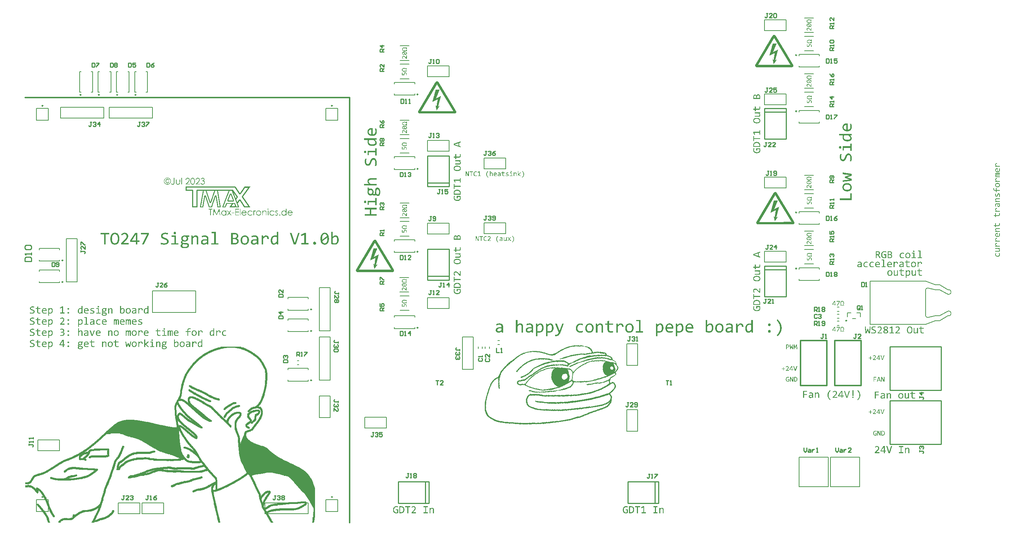
<source format=gto>
G04*
G04 #@! TF.GenerationSoftware,Altium Limited,Altium Designer,22.8.2 (66)*
G04*
G04 Layer_Color=65535*
%FSLAX44Y44*%
%MOMM*%
G71*
G04*
G04 #@! TF.SameCoordinates,71C3AFDF-B8C1-413B-9B0B-563F97835029*
G04*
G04*
G04 #@! TF.FilePolarity,Positive*
G04*
G01*
G75*
%ADD10C,0.2500*%
%ADD11C,0.2000*%
%ADD12C,0.3000*%
%ADD13C,0.2540*%
G36*
X1815034Y1217895D02*
Y1217768D01*
X1815794D01*
Y1217642D01*
X1816301D01*
Y1217515D01*
Y1217388D01*
X1816681D01*
Y1217262D01*
Y1217135D01*
X1816934D01*
Y1217008D01*
X1817061D01*
Y1216881D01*
Y1216755D01*
X1817314D01*
Y1216628D01*
Y1216502D01*
X1817567D01*
Y1216375D01*
X1817694D01*
Y1216248D01*
Y1216122D01*
Y1215995D01*
Y1215868D01*
X1817947D01*
Y1215742D01*
X1818201D01*
Y1215615D01*
Y1215488D01*
Y1215362D01*
Y1215235D01*
X1818327D01*
Y1215108D01*
X1818581D01*
Y1214982D01*
Y1214855D01*
Y1214728D01*
Y1214602D01*
X1818834D01*
Y1214475D01*
Y1214348D01*
Y1214222D01*
X1818961D01*
Y1214095D01*
Y1213968D01*
X1819214D01*
Y1213842D01*
Y1213715D01*
Y1213588D01*
X1819467D01*
Y1213462D01*
Y1213335D01*
Y1213208D01*
X1819594D01*
Y1213082D01*
Y1212955D01*
X1819847D01*
Y1212829D01*
Y1212702D01*
Y1212575D01*
X1820101D01*
Y1212449D01*
Y1212322D01*
Y1212195D01*
Y1212068D01*
X1820227D01*
Y1211942D01*
X1820480D01*
Y1211815D01*
Y1211689D01*
Y1211562D01*
Y1211435D01*
X1820734D01*
Y1211309D01*
Y1211182D01*
Y1211055D01*
X1820860D01*
Y1210928D01*
Y1210802D01*
X1821114D01*
Y1210675D01*
Y1210549D01*
Y1210422D01*
X1821367D01*
Y1210295D01*
Y1210169D01*
Y1210042D01*
X1821494D01*
Y1209915D01*
Y1209789D01*
X1821747D01*
Y1209662D01*
Y1209535D01*
Y1209409D01*
X1822000D01*
Y1209282D01*
Y1209155D01*
Y1209029D01*
Y1208902D01*
X1822127D01*
Y1208775D01*
X1822380D01*
Y1208649D01*
Y1208522D01*
Y1208395D01*
Y1208269D01*
X1822634D01*
Y1208142D01*
Y1208015D01*
Y1207889D01*
X1822760D01*
Y1207762D01*
Y1207635D01*
Y1207509D01*
X1823014D01*
Y1207382D01*
Y1207255D01*
X1823267D01*
Y1207129D01*
Y1207002D01*
Y1206875D01*
X1823394D01*
Y1206749D01*
Y1206622D01*
X1823647D01*
Y1206496D01*
Y1206369D01*
Y1206242D01*
X1823900D01*
Y1206115D01*
Y1205989D01*
Y1205862D01*
Y1205735D01*
X1824027D01*
Y1205609D01*
X1824280D01*
Y1205482D01*
Y1205356D01*
Y1205229D01*
Y1205102D01*
X1824534D01*
Y1204976D01*
Y1204849D01*
Y1204722D01*
X1824660D01*
Y1204596D01*
Y1204469D01*
X1824913D01*
Y1204342D01*
Y1204216D01*
Y1204089D01*
X1825167D01*
Y1203962D01*
Y1203836D01*
Y1203709D01*
X1825293D01*
Y1203582D01*
Y1203456D01*
X1825547D01*
Y1203329D01*
Y1203202D01*
Y1203076D01*
X1825800D01*
Y1202949D01*
Y1202822D01*
Y1202696D01*
Y1202569D01*
X1825927D01*
Y1202442D01*
X1826180D01*
Y1202316D01*
Y1202189D01*
Y1202062D01*
Y1201936D01*
X1826433D01*
Y1201809D01*
Y1201682D01*
Y1201556D01*
X1826560D01*
Y1201429D01*
Y1201302D01*
X1826813D01*
Y1201176D01*
Y1201049D01*
Y1200922D01*
X1827067D01*
Y1200796D01*
Y1200669D01*
Y1200543D01*
X1827193D01*
Y1200416D01*
Y1200289D01*
X1827447D01*
Y1200163D01*
Y1200036D01*
Y1199909D01*
X1827700D01*
Y1199782D01*
Y1199656D01*
Y1199529D01*
Y1199403D01*
X1827827D01*
Y1199276D01*
X1828080D01*
Y1199149D01*
Y1199023D01*
Y1198896D01*
Y1198769D01*
X1828333D01*
Y1198643D01*
Y1198516D01*
Y1198389D01*
X1828460D01*
Y1198263D01*
Y1198136D01*
X1828713D01*
Y1198009D01*
Y1197883D01*
Y1197756D01*
X1828967D01*
Y1197629D01*
Y1197503D01*
Y1197376D01*
X1829093D01*
Y1197249D01*
Y1197123D01*
X1829347D01*
Y1196996D01*
Y1196869D01*
Y1196743D01*
X1829600D01*
Y1196616D01*
Y1196489D01*
Y1196363D01*
Y1196236D01*
X1829727D01*
Y1196109D01*
X1829980D01*
Y1195983D01*
Y1195856D01*
Y1195729D01*
Y1195603D01*
X1830233D01*
Y1195476D01*
Y1195350D01*
Y1195223D01*
X1830360D01*
Y1195096D01*
Y1194969D01*
X1830613D01*
Y1194843D01*
Y1194716D01*
Y1194589D01*
X1830867D01*
Y1194463D01*
Y1194336D01*
Y1194210D01*
X1830993D01*
Y1194083D01*
Y1193956D01*
X1831246D01*
Y1193829D01*
Y1193703D01*
Y1193576D01*
X1831500D01*
Y1193450D01*
Y1193323D01*
Y1193196D01*
Y1193070D01*
X1831626D01*
Y1192943D01*
X1831880D01*
Y1192816D01*
Y1192690D01*
Y1192563D01*
Y1192436D01*
X1832133D01*
Y1192310D01*
Y1192183D01*
Y1192056D01*
X1832260D01*
Y1191930D01*
Y1191803D01*
X1832513D01*
Y1191676D01*
Y1191550D01*
Y1191423D01*
X1832766D01*
Y1191296D01*
Y1191170D01*
Y1191043D01*
X1832893D01*
Y1190916D01*
Y1190790D01*
X1833146D01*
Y1190663D01*
Y1190536D01*
Y1190410D01*
X1833400D01*
Y1190283D01*
Y1190156D01*
Y1190030D01*
Y1189903D01*
X1833526D01*
Y1189776D01*
X1833780D01*
Y1189650D01*
Y1189523D01*
Y1189396D01*
Y1189270D01*
X1834033D01*
Y1189143D01*
Y1189016D01*
Y1188890D01*
X1834160D01*
Y1188763D01*
Y1188636D01*
X1834413D01*
Y1188510D01*
Y1188383D01*
Y1188257D01*
X1834666D01*
Y1188130D01*
Y1188003D01*
Y1187877D01*
X1834793D01*
Y1187750D01*
Y1187623D01*
X1835046D01*
Y1187497D01*
Y1187370D01*
Y1187243D01*
X1835300D01*
Y1187117D01*
Y1186990D01*
Y1186863D01*
Y1186737D01*
X1835426D01*
Y1186610D01*
X1835680D01*
Y1186483D01*
Y1186357D01*
Y1186230D01*
Y1186103D01*
X1835933D01*
Y1185977D01*
Y1185850D01*
Y1185723D01*
X1836060D01*
Y1185597D01*
Y1185470D01*
X1836313D01*
Y1185343D01*
Y1185217D01*
Y1185090D01*
X1836566D01*
Y1184963D01*
Y1184837D01*
Y1184710D01*
X1836693D01*
Y1184583D01*
Y1184457D01*
X1836946D01*
Y1184330D01*
Y1184203D01*
Y1184077D01*
X1837200D01*
Y1183950D01*
Y1183823D01*
Y1183697D01*
Y1183570D01*
X1837326D01*
Y1183444D01*
X1837579D01*
Y1183317D01*
Y1183190D01*
Y1183064D01*
Y1182937D01*
X1837833D01*
Y1182810D01*
Y1182683D01*
Y1182557D01*
X1837959D01*
Y1182430D01*
Y1182303D01*
X1838213D01*
Y1182177D01*
Y1182050D01*
Y1181924D01*
X1838466D01*
Y1181797D01*
Y1181670D01*
Y1181544D01*
X1838593D01*
Y1181417D01*
Y1181290D01*
X1838846D01*
Y1181164D01*
Y1181037D01*
Y1180910D01*
X1839099D01*
Y1180784D01*
Y1180657D01*
Y1180530D01*
Y1180404D01*
X1839226D01*
Y1180277D01*
X1839479D01*
Y1180150D01*
Y1180024D01*
Y1179897D01*
Y1179770D01*
X1839733D01*
Y1179644D01*
Y1179517D01*
Y1179390D01*
X1839859D01*
Y1179264D01*
Y1179137D01*
X1840113D01*
Y1179010D01*
Y1178884D01*
Y1178757D01*
X1840366D01*
Y1178630D01*
Y1178504D01*
Y1178377D01*
X1840493D01*
Y1178250D01*
Y1178124D01*
X1840746D01*
Y1177997D01*
Y1177870D01*
Y1177744D01*
X1840999D01*
Y1177617D01*
Y1177490D01*
Y1177364D01*
Y1177237D01*
X1841126D01*
Y1177111D01*
X1841379D01*
Y1176984D01*
Y1176857D01*
Y1176730D01*
Y1176604D01*
X1841633D01*
Y1176477D01*
Y1176351D01*
Y1176224D01*
X1841759D01*
Y1176097D01*
Y1175971D01*
X1842013D01*
Y1175844D01*
Y1175717D01*
Y1175591D01*
X1842266D01*
Y1175464D01*
Y1175337D01*
Y1175211D01*
X1842392D01*
Y1175084D01*
Y1174957D01*
X1842646D01*
Y1174831D01*
Y1174704D01*
Y1174577D01*
X1842899D01*
Y1174451D01*
Y1174324D01*
Y1174197D01*
Y1174071D01*
X1843026D01*
Y1173944D01*
X1843279D01*
Y1173817D01*
Y1173691D01*
Y1173564D01*
Y1173437D01*
X1843533D01*
Y1173311D01*
Y1173184D01*
Y1173057D01*
X1843659D01*
Y1172931D01*
Y1172804D01*
Y1172677D01*
X1843913D01*
Y1172551D01*
Y1172424D01*
X1844166D01*
Y1172297D01*
Y1172171D01*
Y1172044D01*
X1844292D01*
Y1171917D01*
Y1171791D01*
X1844546D01*
Y1171664D01*
Y1171537D01*
Y1171411D01*
X1844799D01*
Y1171284D01*
Y1171158D01*
Y1171031D01*
Y1170904D01*
X1844926D01*
Y1170778D01*
X1845179D01*
Y1170651D01*
Y1170524D01*
Y1170398D01*
Y1170271D01*
X1845432D01*
Y1170144D01*
Y1170017D01*
Y1169891D01*
X1845559D01*
Y1169764D01*
Y1169638D01*
X1845812D01*
Y1169511D01*
Y1169384D01*
Y1169258D01*
X1846066D01*
Y1169131D01*
Y1169004D01*
Y1168878D01*
X1846192D01*
Y1168751D01*
Y1168624D01*
X1846446D01*
Y1168498D01*
Y1168371D01*
Y1168244D01*
X1846699D01*
Y1168118D01*
Y1167991D01*
Y1167864D01*
Y1167738D01*
X1846826D01*
Y1167611D01*
Y1167484D01*
Y1167358D01*
X1847079D01*
Y1167231D01*
Y1167104D01*
X1847332D01*
Y1166978D01*
Y1166851D01*
Y1166724D01*
X1847459D01*
Y1166598D01*
Y1166471D01*
Y1166344D01*
X1847712D01*
Y1166218D01*
Y1166091D01*
X1847966D01*
Y1165965D01*
Y1165838D01*
Y1165711D01*
X1848092D01*
Y1165584D01*
Y1165458D01*
X1848345D01*
Y1165331D01*
Y1165204D01*
Y1165078D01*
X1848599D01*
Y1164951D01*
Y1164825D01*
Y1164698D01*
Y1164571D01*
X1848725D01*
Y1164445D01*
Y1164318D01*
Y1164191D01*
X1848979D01*
Y1164065D01*
Y1163938D01*
X1849232D01*
Y1163811D01*
Y1163685D01*
Y1163558D01*
X1849359D01*
Y1163431D01*
Y1163305D01*
Y1163178D01*
X1849612D01*
Y1163051D01*
Y1162925D01*
X1849865D01*
Y1162798D01*
Y1162671D01*
Y1162545D01*
X1849992D01*
Y1162418D01*
Y1162291D01*
Y1162165D01*
Y1162038D01*
X1850245D01*
Y1161911D01*
X1850499D01*
Y1161785D01*
Y1161658D01*
Y1161531D01*
Y1161405D01*
X1850625D01*
Y1161278D01*
Y1161151D01*
Y1161025D01*
X1850879D01*
Y1160898D01*
Y1160771D01*
X1851132D01*
Y1160645D01*
Y1160518D01*
Y1160391D01*
X1851259D01*
Y1160265D01*
Y1160138D01*
X1851512D01*
Y1160012D01*
Y1159885D01*
Y1159758D01*
X1851765D01*
Y1159632D01*
Y1159505D01*
Y1159378D01*
X1851892D01*
Y1159251D01*
Y1159125D01*
Y1158998D01*
Y1158872D01*
X1852145D01*
Y1158745D01*
X1852399D01*
Y1158618D01*
Y1158492D01*
Y1158365D01*
Y1158238D01*
X1852525D01*
Y1158112D01*
Y1157985D01*
Y1157858D01*
X1852779D01*
Y1157732D01*
Y1157605D01*
X1853032D01*
Y1157478D01*
Y1157352D01*
Y1157225D01*
X1853159D01*
Y1157098D01*
Y1156972D01*
Y1156845D01*
X1853412D01*
Y1156718D01*
Y1156592D01*
X1853665D01*
Y1156465D01*
Y1156338D01*
Y1156212D01*
X1853792D01*
Y1156085D01*
Y1155958D01*
Y1155832D01*
Y1155705D01*
X1854045D01*
Y1155578D01*
X1854299D01*
Y1155452D01*
Y1155325D01*
Y1155198D01*
Y1155072D01*
X1854425D01*
Y1154945D01*
Y1154818D01*
Y1154692D01*
X1854678D01*
Y1154565D01*
Y1154438D01*
X1854932D01*
Y1154312D01*
Y1154185D01*
Y1154058D01*
X1855058D01*
Y1153932D01*
Y1153805D01*
Y1153679D01*
X1855312D01*
Y1153552D01*
Y1153425D01*
Y1153298D01*
Y1153172D01*
X1855565D01*
Y1153045D01*
X1855692D01*
Y1152918D01*
Y1152792D01*
Y1152665D01*
Y1152539D01*
X1855945D01*
Y1152412D01*
Y1152285D01*
Y1152159D01*
X1856198D01*
Y1152032D01*
Y1151905D01*
X1856325D01*
Y1151779D01*
Y1151652D01*
Y1151525D01*
X1856578D01*
Y1151399D01*
Y1151272D01*
Y1151145D01*
X1856832D01*
Y1151019D01*
Y1150892D01*
X1856958D01*
Y1150765D01*
Y1150639D01*
Y1150512D01*
X1857212D01*
Y1150385D01*
Y1150259D01*
Y1150132D01*
Y1150005D01*
X1857465D01*
Y1149879D01*
X1857592D01*
Y1149752D01*
Y1149625D01*
Y1149499D01*
Y1149372D01*
X1857845D01*
Y1149245D01*
Y1149119D01*
Y1148992D01*
X1858098D01*
Y1148865D01*
Y1148739D01*
Y1148612D01*
X1858225D01*
Y1148485D01*
Y1148359D01*
X1858478D01*
Y1148232D01*
Y1148105D01*
Y1147979D01*
X1858732D01*
Y1147852D01*
Y1147726D01*
Y1147599D01*
Y1147472D01*
X1858858D01*
Y1147346D01*
Y1147219D01*
Y1147092D01*
X1859112D01*
Y1146965D01*
Y1146839D01*
Y1146712D01*
Y1146585D01*
Y1146459D01*
Y1146332D01*
Y1146206D01*
X1859365D01*
Y1146079D01*
Y1145952D01*
Y1145826D01*
Y1145699D01*
Y1145572D01*
Y1145446D01*
Y1145319D01*
Y1145192D01*
Y1145066D01*
Y1144939D01*
X1859112D01*
Y1144812D01*
Y1144686D01*
Y1144559D01*
Y1144432D01*
Y1144306D01*
Y1144179D01*
X1858858D01*
Y1144052D01*
Y1143926D01*
Y1143799D01*
Y1143672D01*
X1858732D01*
Y1143546D01*
Y1143419D01*
Y1143292D01*
X1858478D01*
Y1143166D01*
Y1143039D01*
X1858225D01*
Y1142912D01*
X1858098D01*
Y1142786D01*
Y1142659D01*
X1857845D01*
Y1142532D01*
Y1142406D01*
X1857465D01*
Y1142279D01*
X1856958D01*
Y1142152D01*
Y1142026D01*
X1772097D01*
Y1142152D01*
Y1142279D01*
X1771717D01*
Y1142406D01*
X1771337D01*
Y1142532D01*
Y1142659D01*
X1771083D01*
Y1142786D01*
Y1142912D01*
X1770830D01*
Y1143039D01*
X1770703D01*
Y1143166D01*
Y1143292D01*
X1770450D01*
Y1143419D01*
Y1143546D01*
X1770197D01*
Y1143672D01*
Y1143799D01*
Y1143926D01*
X1770070D01*
Y1144052D01*
Y1144179D01*
Y1144306D01*
X1769817D01*
Y1144432D01*
Y1144559D01*
Y1144686D01*
Y1144812D01*
Y1144939D01*
X1769563D01*
Y1145066D01*
Y1145192D01*
Y1145319D01*
Y1145446D01*
Y1145572D01*
Y1145699D01*
Y1145826D01*
Y1145952D01*
Y1146079D01*
Y1146206D01*
Y1146332D01*
Y1146459D01*
Y1146585D01*
Y1146712D01*
X1769817D01*
Y1146839D01*
Y1146965D01*
Y1147092D01*
Y1147219D01*
Y1147346D01*
Y1147472D01*
X1770070D01*
Y1147599D01*
Y1147726D01*
Y1147852D01*
Y1147979D01*
X1770197D01*
Y1148105D01*
X1770450D01*
Y1148232D01*
Y1148359D01*
Y1148485D01*
Y1148612D01*
X1770703D01*
Y1148739D01*
Y1148865D01*
Y1148992D01*
X1770830D01*
Y1149119D01*
Y1149245D01*
X1771083D01*
Y1149372D01*
Y1149499D01*
Y1149625D01*
X1771337D01*
Y1149752D01*
Y1149879D01*
Y1150005D01*
X1771463D01*
Y1150132D01*
Y1150259D01*
X1771717D01*
Y1150385D01*
Y1150512D01*
Y1150639D01*
X1771970D01*
Y1150765D01*
Y1150892D01*
Y1151019D01*
Y1151145D01*
X1772097D01*
Y1151272D01*
X1772350D01*
Y1151399D01*
Y1151525D01*
Y1151652D01*
Y1151779D01*
X1772603D01*
Y1151905D01*
Y1152032D01*
Y1152159D01*
X1772730D01*
Y1152285D01*
Y1152412D01*
Y1152539D01*
X1772983D01*
Y1152665D01*
Y1152792D01*
X1773237D01*
Y1152918D01*
Y1153045D01*
Y1153172D01*
X1773363D01*
Y1153298D01*
Y1153425D01*
Y1153552D01*
Y1153679D01*
X1773616D01*
Y1153805D01*
X1773870D01*
Y1153932D01*
Y1154058D01*
Y1154185D01*
Y1154312D01*
X1773996D01*
Y1154438D01*
Y1154565D01*
Y1154692D01*
X1774250D01*
Y1154818D01*
Y1154945D01*
Y1155072D01*
X1774503D01*
Y1155198D01*
Y1155325D01*
X1774630D01*
Y1155452D01*
Y1155578D01*
Y1155705D01*
X1774883D01*
Y1155832D01*
Y1155958D01*
X1775136D01*
Y1156085D01*
Y1156212D01*
Y1156338D01*
X1775263D01*
Y1156465D01*
Y1156592D01*
Y1156718D01*
Y1156845D01*
X1775516D01*
Y1156972D01*
Y1157098D01*
Y1157225D01*
X1775770D01*
Y1157352D01*
Y1157478D01*
X1775896D01*
Y1157605D01*
Y1157732D01*
Y1157858D01*
X1776150D01*
Y1157985D01*
Y1158112D01*
Y1158238D01*
X1776403D01*
Y1158365D01*
Y1158492D01*
X1776530D01*
Y1158618D01*
Y1158745D01*
Y1158872D01*
X1776783D01*
Y1158998D01*
Y1159125D01*
Y1159251D01*
Y1159378D01*
X1777036D01*
Y1159505D01*
Y1159632D01*
Y1159758D01*
X1777163D01*
Y1159885D01*
Y1160012D01*
X1777416D01*
Y1160138D01*
Y1160265D01*
Y1160391D01*
X1777670D01*
Y1160518D01*
Y1160645D01*
Y1160771D01*
X1777796D01*
Y1160898D01*
Y1161025D01*
X1778049D01*
Y1161151D01*
Y1161278D01*
Y1161405D01*
X1778303D01*
Y1161531D01*
Y1161658D01*
Y1161785D01*
Y1161911D01*
X1778430D01*
Y1162038D01*
X1778683D01*
Y1162165D01*
Y1162291D01*
Y1162418D01*
Y1162545D01*
X1778936D01*
Y1162671D01*
Y1162798D01*
Y1162925D01*
X1779063D01*
Y1163051D01*
Y1163178D01*
Y1163305D01*
X1779316D01*
Y1163431D01*
Y1163558D01*
X1779569D01*
Y1163685D01*
Y1163811D01*
Y1163938D01*
X1779696D01*
Y1164065D01*
Y1164191D01*
Y1164318D01*
Y1164445D01*
X1779949D01*
Y1164571D01*
X1780203D01*
Y1164698D01*
Y1164825D01*
Y1164951D01*
Y1165078D01*
X1780329D01*
Y1165204D01*
Y1165331D01*
Y1165458D01*
X1780583D01*
Y1165584D01*
Y1165711D01*
X1780836D01*
Y1165838D01*
Y1165965D01*
Y1166091D01*
X1780963D01*
Y1166218D01*
Y1166344D01*
Y1166471D01*
X1781216D01*
Y1166598D01*
Y1166724D01*
X1781469D01*
Y1166851D01*
Y1166978D01*
Y1167104D01*
X1781596D01*
Y1167231D01*
Y1167358D01*
Y1167484D01*
Y1167611D01*
X1781849D01*
Y1167738D01*
X1782103D01*
Y1167864D01*
Y1167991D01*
Y1168118D01*
Y1168244D01*
X1782229D01*
Y1168371D01*
Y1168498D01*
Y1168624D01*
X1782483D01*
Y1168751D01*
Y1168878D01*
Y1169004D01*
X1782736D01*
Y1169131D01*
Y1169258D01*
X1782863D01*
Y1169384D01*
Y1169511D01*
Y1169638D01*
X1783116D01*
Y1169764D01*
Y1169891D01*
Y1170017D01*
Y1170144D01*
X1783369D01*
Y1170271D01*
X1783496D01*
Y1170398D01*
Y1170524D01*
Y1170651D01*
Y1170778D01*
X1783749D01*
Y1170904D01*
Y1171031D01*
Y1171158D01*
X1784003D01*
Y1171284D01*
Y1171411D01*
X1784129D01*
Y1171537D01*
Y1171664D01*
Y1171791D01*
X1784382D01*
Y1171917D01*
Y1172044D01*
Y1172171D01*
X1784636D01*
Y1172297D01*
Y1172424D01*
X1784763D01*
Y1172551D01*
Y1172677D01*
Y1172804D01*
X1785016D01*
Y1172931D01*
Y1173057D01*
Y1173184D01*
Y1173311D01*
X1785269D01*
Y1173437D01*
X1785396D01*
Y1173564D01*
Y1173691D01*
Y1173817D01*
Y1173944D01*
X1785649D01*
Y1174071D01*
Y1174197D01*
Y1174324D01*
X1785902D01*
Y1174451D01*
Y1174577D01*
Y1174704D01*
X1786029D01*
Y1174831D01*
Y1174957D01*
X1786282D01*
Y1175084D01*
Y1175211D01*
Y1175337D01*
X1786536D01*
Y1175464D01*
Y1175591D01*
Y1175717D01*
Y1175844D01*
X1786662D01*
Y1175971D01*
X1786916D01*
Y1176097D01*
Y1176224D01*
Y1176351D01*
Y1176477D01*
X1787169D01*
Y1176604D01*
X1787296D01*
Y1176730D01*
Y1176857D01*
Y1176984D01*
Y1177111D01*
X1787549D01*
Y1177237D01*
Y1177364D01*
Y1177490D01*
X1787802D01*
Y1177617D01*
Y1177744D01*
Y1177870D01*
X1787929D01*
Y1177997D01*
Y1178124D01*
X1788182D01*
Y1178250D01*
Y1178377D01*
Y1178504D01*
X1788436D01*
Y1178630D01*
Y1178757D01*
Y1178884D01*
Y1179010D01*
X1788562D01*
Y1179137D01*
X1788816D01*
Y1179264D01*
Y1179390D01*
Y1179517D01*
Y1179644D01*
X1789069D01*
Y1179770D01*
Y1179897D01*
Y1180024D01*
X1789196D01*
Y1180150D01*
Y1180277D01*
Y1180404D01*
X1789449D01*
Y1180530D01*
Y1180657D01*
X1789702D01*
Y1180784D01*
Y1180910D01*
Y1181037D01*
X1789829D01*
Y1181164D01*
Y1181290D01*
Y1181417D01*
Y1181544D01*
X1790082D01*
Y1181670D01*
X1790336D01*
Y1181797D01*
Y1181924D01*
Y1182050D01*
Y1182177D01*
X1790462D01*
Y1182303D01*
Y1182430D01*
Y1182557D01*
X1790715D01*
Y1182683D01*
Y1182810D01*
X1790969D01*
Y1182937D01*
Y1183064D01*
Y1183190D01*
X1791095D01*
Y1183317D01*
Y1183444D01*
Y1183570D01*
X1791349D01*
Y1183697D01*
Y1183823D01*
X1791602D01*
Y1183950D01*
Y1184077D01*
Y1184203D01*
X1791729D01*
Y1184330D01*
Y1184457D01*
Y1184583D01*
Y1184710D01*
X1791982D01*
Y1184837D01*
Y1184963D01*
Y1185090D01*
X1792235D01*
Y1185217D01*
Y1185343D01*
X1792362D01*
Y1185470D01*
Y1185597D01*
Y1185723D01*
X1792615D01*
Y1185850D01*
Y1185977D01*
Y1186103D01*
X1792869D01*
Y1186230D01*
Y1186357D01*
X1792995D01*
Y1186483D01*
Y1186610D01*
Y1186737D01*
X1793249D01*
Y1186863D01*
Y1186990D01*
Y1187117D01*
Y1187243D01*
X1793502D01*
Y1187370D01*
X1793629D01*
Y1187497D01*
Y1187623D01*
Y1187750D01*
Y1187877D01*
X1793882D01*
Y1188003D01*
Y1188130D01*
Y1188257D01*
X1794135D01*
Y1188383D01*
Y1188510D01*
X1794262D01*
Y1188636D01*
Y1188763D01*
Y1188890D01*
X1794515D01*
Y1189016D01*
Y1189143D01*
Y1189270D01*
X1794769D01*
Y1189396D01*
Y1189523D01*
X1794895D01*
Y1189650D01*
Y1189776D01*
Y1189903D01*
X1795149D01*
Y1190030D01*
Y1190156D01*
Y1190283D01*
Y1190410D01*
X1795402D01*
Y1190536D01*
X1795529D01*
Y1190663D01*
Y1190790D01*
Y1190916D01*
Y1191043D01*
X1795782D01*
Y1191170D01*
Y1191296D01*
Y1191423D01*
X1796035D01*
Y1191550D01*
Y1191676D01*
Y1191803D01*
X1796162D01*
Y1191930D01*
Y1192056D01*
X1796415D01*
Y1192183D01*
Y1192310D01*
Y1192436D01*
X1796669D01*
Y1192563D01*
Y1192690D01*
Y1192816D01*
Y1192943D01*
X1796795D01*
Y1193070D01*
X1797048D01*
Y1193196D01*
Y1193323D01*
Y1193450D01*
Y1193576D01*
X1797302D01*
Y1193703D01*
Y1193829D01*
Y1193956D01*
X1797428D01*
Y1194083D01*
Y1194210D01*
X1797682D01*
Y1194336D01*
Y1194463D01*
Y1194589D01*
X1797935D01*
Y1194716D01*
Y1194843D01*
Y1194969D01*
X1798062D01*
Y1195096D01*
Y1195223D01*
X1798315D01*
Y1195350D01*
Y1195476D01*
Y1195603D01*
X1798568D01*
Y1195729D01*
Y1195856D01*
Y1195983D01*
Y1196109D01*
X1798695D01*
Y1196236D01*
Y1196363D01*
Y1196489D01*
X1798948D01*
Y1196616D01*
Y1196743D01*
X1799202D01*
Y1196869D01*
Y1196996D01*
Y1197123D01*
X1799328D01*
Y1197249D01*
Y1197376D01*
Y1197503D01*
X1799582D01*
Y1197629D01*
Y1197756D01*
X1799835D01*
Y1197883D01*
Y1198009D01*
Y1198136D01*
X1799962D01*
Y1198263D01*
Y1198389D01*
Y1198516D01*
Y1198643D01*
X1800215D01*
Y1198769D01*
X1800468D01*
Y1198896D01*
Y1199023D01*
Y1199149D01*
Y1199276D01*
X1800595D01*
Y1199403D01*
Y1199529D01*
Y1199656D01*
X1800848D01*
Y1199782D01*
Y1199909D01*
X1801102D01*
Y1200036D01*
Y1200163D01*
Y1200289D01*
X1801228D01*
Y1200416D01*
Y1200543D01*
Y1200669D01*
X1801481D01*
Y1200796D01*
Y1200922D01*
X1801735D01*
Y1201049D01*
Y1201176D01*
Y1201302D01*
X1801862D01*
Y1201429D01*
Y1201556D01*
Y1201682D01*
Y1201809D01*
X1802115D01*
Y1201936D01*
Y1202062D01*
Y1202189D01*
X1802368D01*
Y1202316D01*
Y1202442D01*
X1802495D01*
Y1202569D01*
Y1202696D01*
Y1202822D01*
X1802748D01*
Y1202949D01*
Y1203076D01*
Y1203202D01*
X1803001D01*
Y1203329D01*
Y1203456D01*
X1803128D01*
Y1203582D01*
Y1203709D01*
Y1203836D01*
X1803381D01*
Y1203962D01*
Y1204089D01*
Y1204216D01*
Y1204342D01*
X1803635D01*
Y1204469D01*
X1803761D01*
Y1204596D01*
Y1204722D01*
Y1204849D01*
Y1204976D01*
X1804015D01*
Y1205102D01*
Y1205229D01*
Y1205356D01*
X1804268D01*
Y1205482D01*
Y1205609D01*
Y1205735D01*
X1804395D01*
Y1205862D01*
Y1205989D01*
X1804648D01*
Y1206115D01*
Y1206242D01*
Y1206369D01*
X1804901D01*
Y1206496D01*
Y1206622D01*
Y1206749D01*
Y1206875D01*
X1805028D01*
Y1207002D01*
X1805281D01*
Y1207129D01*
Y1207255D01*
Y1207382D01*
Y1207509D01*
X1805535D01*
Y1207635D01*
Y1207762D01*
Y1207889D01*
X1805661D01*
Y1208015D01*
Y1208142D01*
X1805915D01*
Y1208269D01*
Y1208395D01*
Y1208522D01*
X1806168D01*
Y1208649D01*
Y1208775D01*
Y1208902D01*
X1806295D01*
Y1209029D01*
Y1209155D01*
X1806548D01*
Y1209282D01*
Y1209409D01*
Y1209535D01*
X1806801D01*
Y1209662D01*
Y1209789D01*
Y1209915D01*
Y1210042D01*
X1806928D01*
Y1210169D01*
X1807181D01*
Y1210295D01*
Y1210422D01*
Y1210549D01*
Y1210675D01*
X1807435D01*
Y1210802D01*
Y1210928D01*
Y1211055D01*
X1807561D01*
Y1211182D01*
Y1211309D01*
X1807814D01*
Y1211435D01*
Y1211562D01*
Y1211689D01*
X1808068D01*
Y1211815D01*
Y1211942D01*
Y1212068D01*
X1808194D01*
Y1212195D01*
Y1212322D01*
X1808448D01*
Y1212449D01*
Y1212575D01*
Y1212702D01*
X1808701D01*
Y1212829D01*
Y1212955D01*
X1808828D01*
Y1213082D01*
Y1213208D01*
Y1213335D01*
X1809081D01*
Y1213462D01*
Y1213588D01*
Y1213715D01*
Y1213842D01*
X1809334D01*
Y1213968D01*
X1809461D01*
Y1214095D01*
Y1214222D01*
Y1214348D01*
Y1214475D01*
X1809714D01*
Y1214602D01*
X1809968D01*
Y1214728D01*
Y1214855D01*
Y1214982D01*
Y1215108D01*
X1810094D01*
Y1215235D01*
X1810348D01*
Y1215362D01*
Y1215488D01*
X1810601D01*
Y1215615D01*
Y1215742D01*
Y1215868D01*
X1810728D01*
Y1215995D01*
Y1216122D01*
X1810981D01*
Y1216248D01*
Y1216375D01*
Y1216502D01*
X1811234D01*
Y1216628D01*
Y1216755D01*
X1811361D01*
Y1216881D01*
Y1217008D01*
X1811614D01*
Y1217135D01*
X1811994D01*
Y1217262D01*
Y1217388D01*
X1812248D01*
Y1217515D01*
Y1217642D01*
X1812628D01*
Y1217768D01*
X1813261D01*
Y1217895D01*
Y1218021D01*
X1815034D01*
Y1217895D01*
D02*
G37*
G36*
X1023194Y1108895D02*
Y1108768D01*
X1023953D01*
Y1108642D01*
X1024460D01*
Y1108515D01*
Y1108388D01*
X1024840D01*
Y1108262D01*
Y1108135D01*
X1025093D01*
Y1108008D01*
X1025220D01*
Y1107882D01*
Y1107755D01*
X1025473D01*
Y1107628D01*
Y1107502D01*
X1025727D01*
Y1107375D01*
X1025853D01*
Y1107248D01*
Y1107122D01*
Y1106995D01*
Y1106868D01*
X1026107D01*
Y1106742D01*
X1026360D01*
Y1106615D01*
Y1106488D01*
Y1106362D01*
Y1106235D01*
X1026487D01*
Y1106108D01*
X1026740D01*
Y1105982D01*
Y1105855D01*
Y1105728D01*
Y1105602D01*
X1026993D01*
Y1105475D01*
Y1105348D01*
Y1105222D01*
X1027120D01*
Y1105095D01*
Y1104968D01*
X1027373D01*
Y1104842D01*
Y1104715D01*
Y1104588D01*
X1027627D01*
Y1104462D01*
Y1104335D01*
Y1104209D01*
X1027753D01*
Y1104082D01*
Y1103955D01*
X1028007D01*
Y1103829D01*
Y1103702D01*
Y1103575D01*
X1028260D01*
Y1103448D01*
Y1103322D01*
Y1103195D01*
Y1103069D01*
X1028387D01*
Y1102942D01*
X1028640D01*
Y1102815D01*
Y1102689D01*
Y1102562D01*
Y1102435D01*
X1028893D01*
Y1102309D01*
Y1102182D01*
Y1102055D01*
X1029020D01*
Y1101929D01*
Y1101802D01*
X1029273D01*
Y1101675D01*
Y1101549D01*
Y1101422D01*
X1029527D01*
Y1101295D01*
Y1101169D01*
Y1101042D01*
X1029653D01*
Y1100915D01*
Y1100789D01*
X1029906D01*
Y1100662D01*
Y1100535D01*
Y1100409D01*
X1030160D01*
Y1100282D01*
Y1100155D01*
Y1100029D01*
Y1099902D01*
X1030286D01*
Y1099775D01*
X1030540D01*
Y1099649D01*
Y1099522D01*
Y1099395D01*
Y1099269D01*
X1030793D01*
Y1099142D01*
Y1099016D01*
Y1098889D01*
X1030920D01*
Y1098762D01*
Y1098635D01*
Y1098509D01*
X1031173D01*
Y1098382D01*
Y1098255D01*
X1031426D01*
Y1098129D01*
Y1098002D01*
Y1097876D01*
X1031553D01*
Y1097749D01*
Y1097622D01*
X1031806D01*
Y1097496D01*
Y1097369D01*
Y1097242D01*
X1032060D01*
Y1097116D01*
Y1096989D01*
Y1096862D01*
Y1096736D01*
X1032186D01*
Y1096609D01*
X1032440D01*
Y1096482D01*
Y1096356D01*
Y1096229D01*
Y1096102D01*
X1032693D01*
Y1095976D01*
Y1095849D01*
Y1095722D01*
X1032820D01*
Y1095596D01*
Y1095469D01*
X1033073D01*
Y1095342D01*
Y1095216D01*
Y1095089D01*
X1033326D01*
Y1094962D01*
Y1094836D01*
Y1094709D01*
X1033453D01*
Y1094582D01*
Y1094456D01*
X1033706D01*
Y1094329D01*
Y1094202D01*
Y1094076D01*
X1033960D01*
Y1093949D01*
Y1093822D01*
Y1093696D01*
Y1093569D01*
X1034086D01*
Y1093442D01*
X1034340D01*
Y1093316D01*
Y1093189D01*
Y1093063D01*
Y1092936D01*
X1034593D01*
Y1092809D01*
Y1092682D01*
Y1092556D01*
X1034720D01*
Y1092429D01*
Y1092302D01*
X1034973D01*
Y1092176D01*
Y1092049D01*
Y1091923D01*
X1035226D01*
Y1091796D01*
Y1091669D01*
Y1091543D01*
X1035353D01*
Y1091416D01*
Y1091289D01*
X1035606D01*
Y1091163D01*
Y1091036D01*
Y1090909D01*
X1035860D01*
Y1090783D01*
Y1090656D01*
Y1090529D01*
Y1090403D01*
X1035986D01*
Y1090276D01*
X1036239D01*
Y1090149D01*
Y1090023D01*
Y1089896D01*
Y1089769D01*
X1036493D01*
Y1089643D01*
Y1089516D01*
Y1089389D01*
X1036619D01*
Y1089263D01*
Y1089136D01*
X1036873D01*
Y1089009D01*
Y1088883D01*
Y1088756D01*
X1037126D01*
Y1088629D01*
Y1088503D01*
Y1088376D01*
X1037253D01*
Y1088249D01*
Y1088123D01*
X1037506D01*
Y1087996D01*
Y1087869D01*
Y1087743D01*
X1037759D01*
Y1087616D01*
Y1087489D01*
Y1087363D01*
Y1087236D01*
X1037886D01*
Y1087110D01*
X1038139D01*
Y1086983D01*
Y1086856D01*
Y1086730D01*
Y1086603D01*
X1038393D01*
Y1086476D01*
Y1086349D01*
Y1086223D01*
X1038519D01*
Y1086096D01*
Y1085970D01*
X1038773D01*
Y1085843D01*
Y1085716D01*
Y1085590D01*
X1039026D01*
Y1085463D01*
Y1085336D01*
Y1085210D01*
X1039153D01*
Y1085083D01*
Y1084956D01*
X1039406D01*
Y1084830D01*
Y1084703D01*
Y1084576D01*
X1039659D01*
Y1084450D01*
Y1084323D01*
Y1084196D01*
Y1084070D01*
X1039786D01*
Y1083943D01*
X1040039D01*
Y1083816D01*
Y1083690D01*
Y1083563D01*
Y1083436D01*
X1040293D01*
Y1083310D01*
Y1083183D01*
Y1083056D01*
X1040419D01*
Y1082930D01*
Y1082803D01*
X1040673D01*
Y1082676D01*
Y1082550D01*
Y1082423D01*
X1040926D01*
Y1082296D01*
Y1082170D01*
Y1082043D01*
X1041053D01*
Y1081917D01*
Y1081790D01*
X1041306D01*
Y1081663D01*
Y1081536D01*
Y1081410D01*
X1041559D01*
Y1081283D01*
Y1081156D01*
Y1081030D01*
Y1080903D01*
X1041686D01*
Y1080777D01*
X1041939D01*
Y1080650D01*
Y1080523D01*
Y1080396D01*
Y1080270D01*
X1042193D01*
Y1080143D01*
Y1080016D01*
Y1079890D01*
X1042319D01*
Y1079763D01*
Y1079637D01*
X1042572D01*
Y1079510D01*
Y1079383D01*
Y1079257D01*
X1042826D01*
Y1079130D01*
Y1079003D01*
Y1078877D01*
X1042952D01*
Y1078750D01*
Y1078623D01*
X1043206D01*
Y1078497D01*
Y1078370D01*
Y1078243D01*
X1043459D01*
Y1078117D01*
Y1077990D01*
Y1077863D01*
Y1077737D01*
X1043586D01*
Y1077610D01*
X1043839D01*
Y1077483D01*
Y1077357D01*
Y1077230D01*
Y1077103D01*
X1044092D01*
Y1076977D01*
Y1076850D01*
Y1076723D01*
X1044219D01*
Y1076597D01*
Y1076470D01*
X1044472D01*
Y1076343D01*
Y1076217D01*
Y1076090D01*
X1044726D01*
Y1075964D01*
Y1075837D01*
Y1075710D01*
X1044852D01*
Y1075583D01*
Y1075457D01*
X1045106D01*
Y1075330D01*
Y1075203D01*
Y1075077D01*
X1045359D01*
Y1074950D01*
Y1074824D01*
Y1074697D01*
Y1074570D01*
X1045486D01*
Y1074444D01*
X1045739D01*
Y1074317D01*
Y1074190D01*
Y1074063D01*
Y1073937D01*
X1045992D01*
Y1073810D01*
Y1073684D01*
Y1073557D01*
X1046119D01*
Y1073430D01*
Y1073304D01*
X1046372D01*
Y1073177D01*
Y1073050D01*
Y1072924D01*
X1046626D01*
Y1072797D01*
Y1072670D01*
Y1072544D01*
X1046752D01*
Y1072417D01*
Y1072290D01*
X1047006D01*
Y1072164D01*
Y1072037D01*
Y1071910D01*
X1047259D01*
Y1071784D01*
Y1071657D01*
Y1071530D01*
Y1071404D01*
X1047385D01*
Y1071277D01*
X1047639D01*
Y1071150D01*
Y1071024D01*
Y1070897D01*
Y1070770D01*
X1047892D01*
Y1070644D01*
Y1070517D01*
Y1070390D01*
X1048019D01*
Y1070264D01*
Y1070137D01*
X1048272D01*
Y1070010D01*
Y1069884D01*
Y1069757D01*
X1048525D01*
Y1069630D01*
Y1069504D01*
Y1069377D01*
X1048652D01*
Y1069250D01*
Y1069124D01*
X1048905D01*
Y1068997D01*
Y1068870D01*
Y1068744D01*
X1049159D01*
Y1068617D01*
Y1068491D01*
Y1068364D01*
Y1068237D01*
X1049285D01*
Y1068111D01*
X1049539D01*
Y1067984D01*
Y1067857D01*
Y1067730D01*
Y1067604D01*
X1049792D01*
Y1067477D01*
Y1067351D01*
Y1067224D01*
X1049919D01*
Y1067097D01*
Y1066971D01*
X1050172D01*
Y1066844D01*
Y1066717D01*
Y1066591D01*
X1050425D01*
Y1066464D01*
Y1066337D01*
Y1066211D01*
X1050552D01*
Y1066084D01*
Y1065957D01*
X1050805D01*
Y1065831D01*
Y1065704D01*
Y1065577D01*
X1051059D01*
Y1065451D01*
Y1065324D01*
Y1065197D01*
Y1065071D01*
X1051185D01*
Y1064944D01*
X1051439D01*
Y1064817D01*
Y1064691D01*
Y1064564D01*
Y1064437D01*
X1051692D01*
Y1064311D01*
Y1064184D01*
Y1064057D01*
X1051819D01*
Y1063931D01*
Y1063804D01*
Y1063678D01*
X1052072D01*
Y1063551D01*
Y1063424D01*
X1052325D01*
Y1063298D01*
Y1063171D01*
Y1063044D01*
X1052452D01*
Y1062917D01*
Y1062791D01*
X1052705D01*
Y1062664D01*
Y1062538D01*
Y1062411D01*
X1052959D01*
Y1062284D01*
Y1062158D01*
Y1062031D01*
Y1061904D01*
X1053085D01*
Y1061778D01*
X1053338D01*
Y1061651D01*
Y1061524D01*
Y1061398D01*
Y1061271D01*
X1053592D01*
Y1061144D01*
Y1061018D01*
Y1060891D01*
X1053718D01*
Y1060764D01*
Y1060638D01*
X1053972D01*
Y1060511D01*
Y1060384D01*
Y1060258D01*
X1054225D01*
Y1060131D01*
Y1060004D01*
Y1059878D01*
X1054352D01*
Y1059751D01*
Y1059624D01*
X1054605D01*
Y1059498D01*
Y1059371D01*
Y1059244D01*
X1054858D01*
Y1059118D01*
Y1058991D01*
Y1058864D01*
Y1058738D01*
X1054985D01*
Y1058611D01*
Y1058484D01*
Y1058358D01*
X1055238D01*
Y1058231D01*
Y1058104D01*
X1055492D01*
Y1057978D01*
Y1057851D01*
Y1057725D01*
X1055618D01*
Y1057598D01*
Y1057471D01*
Y1057345D01*
X1055872D01*
Y1057218D01*
Y1057091D01*
X1056125D01*
Y1056964D01*
Y1056838D01*
Y1056711D01*
X1056252D01*
Y1056584D01*
Y1056458D01*
X1056505D01*
Y1056331D01*
Y1056205D01*
Y1056078D01*
X1056758D01*
Y1055951D01*
Y1055825D01*
Y1055698D01*
Y1055571D01*
X1056885D01*
Y1055445D01*
Y1055318D01*
Y1055191D01*
X1057138D01*
Y1055065D01*
Y1054938D01*
X1057392D01*
Y1054811D01*
Y1054685D01*
Y1054558D01*
X1057518D01*
Y1054431D01*
Y1054305D01*
Y1054178D01*
X1057772D01*
Y1054051D01*
Y1053925D01*
X1058025D01*
Y1053798D01*
Y1053671D01*
Y1053545D01*
X1058152D01*
Y1053418D01*
Y1053291D01*
Y1053165D01*
Y1053038D01*
X1058405D01*
Y1052911D01*
X1058658D01*
Y1052785D01*
Y1052658D01*
Y1052531D01*
Y1052405D01*
X1058785D01*
Y1052278D01*
Y1052151D01*
Y1052025D01*
X1059038D01*
Y1051898D01*
Y1051771D01*
X1059292D01*
Y1051645D01*
Y1051518D01*
Y1051392D01*
X1059418D01*
Y1051265D01*
Y1051138D01*
X1059671D01*
Y1051012D01*
Y1050885D01*
Y1050758D01*
X1059925D01*
Y1050631D01*
Y1050505D01*
Y1050378D01*
X1060051D01*
Y1050252D01*
Y1050125D01*
Y1049998D01*
Y1049872D01*
X1060305D01*
Y1049745D01*
X1060558D01*
Y1049618D01*
Y1049492D01*
Y1049365D01*
Y1049238D01*
X1060685D01*
Y1049112D01*
Y1048985D01*
Y1048858D01*
X1060938D01*
Y1048732D01*
Y1048605D01*
X1061191D01*
Y1048478D01*
Y1048352D01*
Y1048225D01*
X1061318D01*
Y1048098D01*
Y1047972D01*
Y1047845D01*
X1061571D01*
Y1047718D01*
Y1047592D01*
X1061825D01*
Y1047465D01*
Y1047338D01*
Y1047212D01*
X1061951D01*
Y1047085D01*
Y1046958D01*
Y1046832D01*
Y1046705D01*
X1062205D01*
Y1046578D01*
X1062458D01*
Y1046452D01*
Y1046325D01*
Y1046199D01*
Y1046072D01*
X1062585D01*
Y1045945D01*
Y1045818D01*
Y1045692D01*
X1062838D01*
Y1045565D01*
Y1045439D01*
X1063091D01*
Y1045312D01*
Y1045185D01*
Y1045059D01*
X1063218D01*
Y1044932D01*
Y1044805D01*
Y1044678D01*
X1063471D01*
Y1044552D01*
Y1044425D01*
Y1044299D01*
Y1044172D01*
X1063725D01*
Y1044045D01*
X1063851D01*
Y1043919D01*
Y1043792D01*
Y1043665D01*
Y1043539D01*
X1064105D01*
Y1043412D01*
Y1043285D01*
Y1043159D01*
X1064358D01*
Y1043032D01*
Y1042905D01*
X1064485D01*
Y1042779D01*
Y1042652D01*
Y1042525D01*
X1064738D01*
Y1042399D01*
Y1042272D01*
Y1042145D01*
X1064991D01*
Y1042019D01*
Y1041892D01*
X1065118D01*
Y1041765D01*
Y1041639D01*
Y1041512D01*
X1065371D01*
Y1041385D01*
Y1041259D01*
Y1041132D01*
Y1041005D01*
X1065624D01*
Y1040879D01*
X1065751D01*
Y1040752D01*
Y1040625D01*
Y1040499D01*
Y1040372D01*
X1066004D01*
Y1040246D01*
Y1040119D01*
Y1039992D01*
X1066258D01*
Y1039865D01*
Y1039739D01*
Y1039612D01*
X1066385D01*
Y1039485D01*
Y1039359D01*
X1066638D01*
Y1039232D01*
Y1039106D01*
Y1038979D01*
X1066891D01*
Y1038852D01*
Y1038726D01*
Y1038599D01*
Y1038472D01*
X1067018D01*
Y1038346D01*
Y1038219D01*
Y1038092D01*
X1067271D01*
Y1037966D01*
Y1037839D01*
Y1037712D01*
Y1037586D01*
Y1037459D01*
Y1037332D01*
Y1037206D01*
X1067524D01*
Y1037079D01*
Y1036952D01*
Y1036826D01*
Y1036699D01*
Y1036572D01*
Y1036446D01*
Y1036319D01*
Y1036192D01*
Y1036066D01*
Y1035939D01*
X1067271D01*
Y1035812D01*
Y1035686D01*
Y1035559D01*
Y1035432D01*
Y1035306D01*
Y1035179D01*
X1067018D01*
Y1035052D01*
Y1034926D01*
Y1034799D01*
Y1034672D01*
X1066891D01*
Y1034546D01*
Y1034419D01*
Y1034293D01*
X1066638D01*
Y1034166D01*
Y1034039D01*
X1066385D01*
Y1033913D01*
X1066258D01*
Y1033786D01*
Y1033659D01*
X1066004D01*
Y1033532D01*
Y1033406D01*
X1065624D01*
Y1033279D01*
X1065118D01*
Y1033152D01*
Y1033026D01*
X980256D01*
Y1033152D01*
Y1033279D01*
X979876D01*
Y1033406D01*
X979496D01*
Y1033532D01*
Y1033659D01*
X979243D01*
Y1033786D01*
Y1033913D01*
X978989D01*
Y1034039D01*
X978863D01*
Y1034166D01*
Y1034293D01*
X978609D01*
Y1034419D01*
Y1034546D01*
X978356D01*
Y1034672D01*
Y1034799D01*
Y1034926D01*
X978229D01*
Y1035052D01*
Y1035179D01*
Y1035306D01*
X977976D01*
Y1035432D01*
Y1035559D01*
Y1035686D01*
Y1035812D01*
Y1035939D01*
X977723D01*
Y1036066D01*
Y1036192D01*
Y1036319D01*
Y1036446D01*
Y1036572D01*
Y1036699D01*
Y1036826D01*
Y1036952D01*
Y1037079D01*
Y1037206D01*
Y1037332D01*
Y1037459D01*
Y1037586D01*
Y1037712D01*
X977976D01*
Y1037839D01*
Y1037966D01*
Y1038092D01*
Y1038219D01*
Y1038346D01*
Y1038472D01*
X978229D01*
Y1038599D01*
Y1038726D01*
Y1038852D01*
Y1038979D01*
X978356D01*
Y1039106D01*
X978609D01*
Y1039232D01*
Y1039359D01*
Y1039485D01*
Y1039612D01*
X978863D01*
Y1039739D01*
Y1039865D01*
Y1039992D01*
X978989D01*
Y1040119D01*
Y1040246D01*
X979243D01*
Y1040372D01*
Y1040499D01*
Y1040625D01*
X979496D01*
Y1040752D01*
Y1040879D01*
Y1041005D01*
X979623D01*
Y1041132D01*
Y1041259D01*
X979876D01*
Y1041385D01*
Y1041512D01*
Y1041639D01*
X980129D01*
Y1041765D01*
Y1041892D01*
Y1042019D01*
Y1042145D01*
X980256D01*
Y1042272D01*
X980509D01*
Y1042399D01*
Y1042525D01*
Y1042652D01*
Y1042779D01*
X980763D01*
Y1042905D01*
Y1043032D01*
Y1043159D01*
X980889D01*
Y1043285D01*
Y1043412D01*
Y1043539D01*
X981143D01*
Y1043665D01*
Y1043792D01*
X981396D01*
Y1043919D01*
Y1044045D01*
Y1044172D01*
X981523D01*
Y1044299D01*
Y1044425D01*
Y1044552D01*
Y1044678D01*
X981776D01*
Y1044805D01*
X982029D01*
Y1044932D01*
Y1045059D01*
Y1045185D01*
Y1045312D01*
X982156D01*
Y1045439D01*
Y1045565D01*
Y1045692D01*
X982409D01*
Y1045818D01*
Y1045945D01*
Y1046072D01*
X982663D01*
Y1046199D01*
Y1046325D01*
X982789D01*
Y1046452D01*
Y1046578D01*
Y1046705D01*
X983043D01*
Y1046832D01*
Y1046958D01*
X983296D01*
Y1047085D01*
Y1047212D01*
Y1047338D01*
X983422D01*
Y1047465D01*
Y1047592D01*
Y1047718D01*
Y1047845D01*
X983676D01*
Y1047972D01*
Y1048098D01*
Y1048225D01*
X983929D01*
Y1048352D01*
Y1048478D01*
X984056D01*
Y1048605D01*
Y1048732D01*
Y1048858D01*
X984309D01*
Y1048985D01*
Y1049112D01*
Y1049238D01*
X984562D01*
Y1049365D01*
Y1049492D01*
X984689D01*
Y1049618D01*
Y1049745D01*
Y1049872D01*
X984942D01*
Y1049998D01*
Y1050125D01*
Y1050252D01*
Y1050378D01*
X985196D01*
Y1050505D01*
Y1050631D01*
Y1050758D01*
X985322D01*
Y1050885D01*
Y1051012D01*
X985576D01*
Y1051138D01*
Y1051265D01*
Y1051392D01*
X985829D01*
Y1051518D01*
Y1051645D01*
Y1051771D01*
X985956D01*
Y1051898D01*
Y1052025D01*
X986209D01*
Y1052151D01*
Y1052278D01*
Y1052405D01*
X986462D01*
Y1052531D01*
Y1052658D01*
Y1052785D01*
Y1052911D01*
X986589D01*
Y1053038D01*
X986842D01*
Y1053165D01*
Y1053291D01*
Y1053418D01*
Y1053545D01*
X987096D01*
Y1053671D01*
Y1053798D01*
Y1053925D01*
X987222D01*
Y1054051D01*
Y1054178D01*
Y1054305D01*
X987476D01*
Y1054431D01*
Y1054558D01*
X987729D01*
Y1054685D01*
Y1054811D01*
Y1054938D01*
X987856D01*
Y1055065D01*
Y1055191D01*
Y1055318D01*
Y1055445D01*
X988109D01*
Y1055571D01*
X988362D01*
Y1055698D01*
Y1055825D01*
Y1055951D01*
Y1056078D01*
X988489D01*
Y1056205D01*
Y1056331D01*
Y1056458D01*
X988742D01*
Y1056584D01*
Y1056711D01*
X988996D01*
Y1056838D01*
Y1056964D01*
Y1057091D01*
X989122D01*
Y1057218D01*
Y1057345D01*
Y1057471D01*
X989376D01*
Y1057598D01*
Y1057725D01*
X989629D01*
Y1057851D01*
Y1057978D01*
Y1058104D01*
X989755D01*
Y1058231D01*
Y1058358D01*
Y1058484D01*
Y1058611D01*
X990009D01*
Y1058738D01*
X990262D01*
Y1058864D01*
Y1058991D01*
Y1059118D01*
Y1059244D01*
X990389D01*
Y1059371D01*
Y1059498D01*
Y1059624D01*
X990642D01*
Y1059751D01*
Y1059878D01*
Y1060004D01*
X990895D01*
Y1060131D01*
Y1060258D01*
X991022D01*
Y1060384D01*
Y1060511D01*
Y1060638D01*
X991275D01*
Y1060764D01*
Y1060891D01*
Y1061018D01*
Y1061144D01*
X991529D01*
Y1061271D01*
X991655D01*
Y1061398D01*
Y1061524D01*
Y1061651D01*
Y1061778D01*
X991909D01*
Y1061904D01*
Y1062031D01*
Y1062158D01*
X992162D01*
Y1062284D01*
Y1062411D01*
X992289D01*
Y1062538D01*
Y1062664D01*
Y1062791D01*
X992542D01*
Y1062917D01*
Y1063044D01*
Y1063171D01*
X992795D01*
Y1063298D01*
Y1063424D01*
X992922D01*
Y1063551D01*
Y1063678D01*
Y1063804D01*
X993175D01*
Y1063931D01*
Y1064057D01*
Y1064184D01*
Y1064311D01*
X993429D01*
Y1064437D01*
X993555D01*
Y1064564D01*
Y1064691D01*
Y1064817D01*
Y1064944D01*
X993809D01*
Y1065071D01*
Y1065197D01*
Y1065324D01*
X994062D01*
Y1065451D01*
Y1065577D01*
Y1065704D01*
X994189D01*
Y1065831D01*
Y1065957D01*
X994442D01*
Y1066084D01*
Y1066211D01*
Y1066337D01*
X994695D01*
Y1066464D01*
Y1066591D01*
Y1066717D01*
Y1066844D01*
X994822D01*
Y1066971D01*
X995075D01*
Y1067097D01*
Y1067224D01*
Y1067351D01*
Y1067477D01*
X995329D01*
Y1067604D01*
X995455D01*
Y1067730D01*
Y1067857D01*
Y1067984D01*
Y1068111D01*
X995708D01*
Y1068237D01*
Y1068364D01*
Y1068491D01*
X995962D01*
Y1068617D01*
Y1068744D01*
Y1068870D01*
X996088D01*
Y1068997D01*
Y1069124D01*
X996342D01*
Y1069250D01*
Y1069377D01*
Y1069504D01*
X996595D01*
Y1069630D01*
Y1069757D01*
Y1069884D01*
Y1070010D01*
X996722D01*
Y1070137D01*
X996975D01*
Y1070264D01*
Y1070390D01*
Y1070517D01*
Y1070644D01*
X997228D01*
Y1070770D01*
Y1070897D01*
Y1071024D01*
X997355D01*
Y1071150D01*
Y1071277D01*
Y1071404D01*
X997608D01*
Y1071530D01*
Y1071657D01*
X997862D01*
Y1071784D01*
Y1071910D01*
Y1072037D01*
X997988D01*
Y1072164D01*
Y1072290D01*
Y1072417D01*
Y1072544D01*
X998242D01*
Y1072670D01*
X998495D01*
Y1072797D01*
Y1072924D01*
Y1073050D01*
Y1073177D01*
X998622D01*
Y1073304D01*
Y1073430D01*
Y1073557D01*
X998875D01*
Y1073684D01*
Y1073810D01*
X999128D01*
Y1073937D01*
Y1074063D01*
Y1074190D01*
X999255D01*
Y1074317D01*
Y1074444D01*
Y1074570D01*
X999508D01*
Y1074697D01*
Y1074824D01*
X999762D01*
Y1074950D01*
Y1075077D01*
Y1075203D01*
X999888D01*
Y1075330D01*
Y1075457D01*
Y1075583D01*
Y1075710D01*
X1000142D01*
Y1075837D01*
Y1075964D01*
Y1076090D01*
X1000395D01*
Y1076217D01*
Y1076343D01*
X1000521D01*
Y1076470D01*
Y1076597D01*
Y1076723D01*
X1000775D01*
Y1076850D01*
Y1076977D01*
Y1077103D01*
X1001028D01*
Y1077230D01*
Y1077357D01*
X1001155D01*
Y1077483D01*
Y1077610D01*
Y1077737D01*
X1001408D01*
Y1077863D01*
Y1077990D01*
Y1078117D01*
Y1078243D01*
X1001661D01*
Y1078370D01*
X1001788D01*
Y1078497D01*
Y1078623D01*
Y1078750D01*
Y1078877D01*
X1002041D01*
Y1079003D01*
Y1079130D01*
Y1079257D01*
X1002295D01*
Y1079383D01*
Y1079510D01*
X1002421D01*
Y1079637D01*
Y1079763D01*
Y1079890D01*
X1002675D01*
Y1080016D01*
Y1080143D01*
Y1080270D01*
X1002928D01*
Y1080396D01*
Y1080523D01*
X1003055D01*
Y1080650D01*
Y1080777D01*
Y1080903D01*
X1003308D01*
Y1081030D01*
Y1081156D01*
Y1081283D01*
Y1081410D01*
X1003561D01*
Y1081536D01*
X1003688D01*
Y1081663D01*
Y1081790D01*
Y1081917D01*
Y1082043D01*
X1003941D01*
Y1082170D01*
Y1082296D01*
Y1082423D01*
X1004195D01*
Y1082550D01*
Y1082676D01*
Y1082803D01*
X1004321D01*
Y1082930D01*
Y1083056D01*
X1004575D01*
Y1083183D01*
Y1083310D01*
Y1083436D01*
X1004828D01*
Y1083563D01*
Y1083690D01*
Y1083816D01*
Y1083943D01*
X1004955D01*
Y1084070D01*
X1005208D01*
Y1084196D01*
Y1084323D01*
Y1084450D01*
Y1084576D01*
X1005461D01*
Y1084703D01*
Y1084830D01*
Y1084956D01*
X1005588D01*
Y1085083D01*
Y1085210D01*
X1005841D01*
Y1085336D01*
Y1085463D01*
Y1085590D01*
X1006095D01*
Y1085716D01*
Y1085843D01*
Y1085970D01*
X1006221D01*
Y1086096D01*
Y1086223D01*
X1006475D01*
Y1086349D01*
Y1086476D01*
Y1086603D01*
X1006728D01*
Y1086730D01*
Y1086856D01*
Y1086983D01*
Y1087110D01*
X1006854D01*
Y1087236D01*
Y1087363D01*
Y1087489D01*
X1007108D01*
Y1087616D01*
Y1087743D01*
X1007361D01*
Y1087869D01*
Y1087996D01*
Y1088123D01*
X1007488D01*
Y1088249D01*
Y1088376D01*
Y1088503D01*
X1007741D01*
Y1088629D01*
Y1088756D01*
X1007994D01*
Y1088883D01*
Y1089009D01*
Y1089136D01*
X1008121D01*
Y1089263D01*
Y1089389D01*
Y1089516D01*
Y1089643D01*
X1008374D01*
Y1089769D01*
X1008628D01*
Y1089896D01*
Y1090023D01*
Y1090149D01*
Y1090276D01*
X1008754D01*
Y1090403D01*
Y1090529D01*
Y1090656D01*
X1009008D01*
Y1090783D01*
Y1090909D01*
X1009261D01*
Y1091036D01*
Y1091163D01*
Y1091289D01*
X1009388D01*
Y1091416D01*
Y1091543D01*
Y1091669D01*
X1009641D01*
Y1091796D01*
Y1091923D01*
X1009894D01*
Y1092049D01*
Y1092176D01*
Y1092302D01*
X1010021D01*
Y1092429D01*
Y1092556D01*
Y1092682D01*
Y1092809D01*
X1010274D01*
Y1092936D01*
Y1093063D01*
Y1093189D01*
X1010528D01*
Y1093316D01*
Y1093442D01*
X1010654D01*
Y1093569D01*
Y1093696D01*
Y1093822D01*
X1010908D01*
Y1093949D01*
Y1094076D01*
Y1094202D01*
X1011161D01*
Y1094329D01*
Y1094456D01*
X1011288D01*
Y1094582D01*
Y1094709D01*
Y1094836D01*
X1011541D01*
Y1094962D01*
Y1095089D01*
Y1095216D01*
Y1095342D01*
X1011794D01*
Y1095469D01*
X1011921D01*
Y1095596D01*
Y1095722D01*
Y1095849D01*
Y1095976D01*
X1012174D01*
Y1096102D01*
Y1096229D01*
Y1096356D01*
X1012428D01*
Y1096482D01*
Y1096609D01*
Y1096736D01*
X1012554D01*
Y1096862D01*
Y1096989D01*
X1012807D01*
Y1097116D01*
Y1097242D01*
Y1097369D01*
X1013061D01*
Y1097496D01*
Y1097622D01*
Y1097749D01*
Y1097876D01*
X1013187D01*
Y1098002D01*
X1013441D01*
Y1098129D01*
Y1098255D01*
Y1098382D01*
Y1098509D01*
X1013694D01*
Y1098635D01*
Y1098762D01*
Y1098889D01*
X1013821D01*
Y1099016D01*
Y1099142D01*
X1014074D01*
Y1099269D01*
Y1099395D01*
Y1099522D01*
X1014327D01*
Y1099649D01*
Y1099775D01*
Y1099902D01*
X1014454D01*
Y1100029D01*
Y1100155D01*
X1014707D01*
Y1100282D01*
Y1100409D01*
Y1100535D01*
X1014961D01*
Y1100662D01*
Y1100789D01*
Y1100915D01*
Y1101042D01*
X1015087D01*
Y1101169D01*
X1015341D01*
Y1101295D01*
Y1101422D01*
Y1101549D01*
Y1101675D01*
X1015594D01*
Y1101802D01*
Y1101929D01*
Y1102055D01*
X1015721D01*
Y1102182D01*
Y1102309D01*
X1015974D01*
Y1102435D01*
Y1102562D01*
Y1102689D01*
X1016227D01*
Y1102815D01*
Y1102942D01*
Y1103069D01*
X1016354D01*
Y1103195D01*
Y1103322D01*
X1016607D01*
Y1103448D01*
Y1103575D01*
Y1103702D01*
X1016861D01*
Y1103829D01*
Y1103955D01*
X1016987D01*
Y1104082D01*
Y1104209D01*
Y1104335D01*
X1017241D01*
Y1104462D01*
Y1104588D01*
Y1104715D01*
Y1104842D01*
X1017494D01*
Y1104968D01*
X1017621D01*
Y1105095D01*
Y1105222D01*
Y1105348D01*
Y1105475D01*
X1017874D01*
Y1105602D01*
X1018127D01*
Y1105728D01*
Y1105855D01*
Y1105982D01*
Y1106108D01*
X1018254D01*
Y1106235D01*
X1018507D01*
Y1106362D01*
Y1106488D01*
X1018761D01*
Y1106615D01*
Y1106742D01*
Y1106868D01*
X1018887D01*
Y1106995D01*
Y1107122D01*
X1019140D01*
Y1107248D01*
Y1107375D01*
Y1107502D01*
X1019394D01*
Y1107628D01*
Y1107755D01*
X1019520D01*
Y1107882D01*
Y1108008D01*
X1019774D01*
Y1108135D01*
X1020154D01*
Y1108262D01*
Y1108388D01*
X1020407D01*
Y1108515D01*
Y1108642D01*
X1020787D01*
Y1108768D01*
X1021420D01*
Y1108895D01*
Y1109022D01*
X1023194D01*
Y1108895D01*
D02*
G37*
G36*
X583779Y860998D02*
Y860890D01*
Y860781D01*
X583670D01*
Y860673D01*
Y860565D01*
X583562D01*
Y860457D01*
X583454D01*
Y860348D01*
Y860240D01*
X583237D01*
Y860132D01*
Y860024D01*
X583129D01*
Y859915D01*
Y859807D01*
X583021D01*
Y859699D01*
X582913D01*
Y859591D01*
Y859483D01*
X582804D01*
Y859374D01*
X582588D01*
Y859266D01*
Y859158D01*
Y859050D01*
X582480D01*
Y858941D01*
X582372D01*
Y858833D01*
X582263D01*
Y858725D01*
Y858617D01*
X582047D01*
Y858509D01*
Y858400D01*
Y858292D01*
X581939D01*
Y858184D01*
X581830D01*
Y858076D01*
X581722D01*
Y857967D01*
Y857859D01*
X581614D01*
Y857751D01*
X581506D01*
Y857643D01*
Y857534D01*
X581398D01*
Y857426D01*
X581289D01*
Y857318D01*
X581181D01*
Y857210D01*
Y857102D01*
X581073D01*
Y856993D01*
X580965D01*
Y856885D01*
X580856D01*
Y856777D01*
Y856669D01*
X580748D01*
Y856560D01*
X580640D01*
Y856452D01*
Y856344D01*
X580315D01*
Y856236D01*
Y856127D01*
Y856019D01*
Y855911D01*
X580207D01*
Y855803D01*
X580099D01*
Y855695D01*
X579991D01*
Y855586D01*
Y855478D01*
X579882D01*
Y855370D01*
X579774D01*
Y855262D01*
Y855153D01*
X579666D01*
Y855045D01*
X579558D01*
Y854937D01*
X579449D01*
Y854829D01*
Y854720D01*
X579341D01*
Y854612D01*
X579233D01*
Y854504D01*
X579125D01*
Y854396D01*
Y854287D01*
X579016D01*
Y854179D01*
X578908D01*
Y854071D01*
Y853963D01*
X578800D01*
Y853855D01*
X578692D01*
Y853746D01*
X578583D01*
Y853638D01*
Y853530D01*
X578475D01*
Y853422D01*
X578367D01*
Y853313D01*
X578259D01*
Y853205D01*
Y853097D01*
X578150D01*
Y852989D01*
X578042D01*
Y852880D01*
Y852772D01*
X577934D01*
Y852664D01*
X577826D01*
Y852556D01*
Y852448D01*
X577718D01*
Y852339D01*
X577609D01*
Y852231D01*
X577501D01*
Y852123D01*
X577393D01*
Y852015D01*
Y851906D01*
X577285D01*
Y851798D01*
X577176D01*
Y851690D01*
Y851582D01*
X577068D01*
Y851473D01*
X576960D01*
Y851365D01*
Y851257D01*
X576852D01*
Y851149D01*
X576744D01*
Y851040D01*
X576635D01*
Y850932D01*
Y850824D01*
X576419D01*
Y850716D01*
Y850608D01*
Y850499D01*
X576311D01*
Y850391D01*
X576202D01*
Y850283D01*
X576094D01*
Y850175D01*
Y850066D01*
X575986D01*
Y849958D01*
X575878D01*
Y849850D01*
X575770D01*
Y849742D01*
Y849633D01*
X575661D01*
Y849525D01*
X575553D01*
Y849417D01*
Y849309D01*
X575445D01*
Y849201D01*
X575336D01*
Y849092D01*
X575228D01*
Y848984D01*
Y848876D01*
X575012D01*
Y848768D01*
Y848659D01*
X574904D01*
Y848551D01*
Y848443D01*
X574795D01*
Y848335D01*
X574687D01*
Y848226D01*
X574579D01*
Y848118D01*
Y848010D01*
X574471D01*
Y847902D01*
X574362D01*
Y847794D01*
X574254D01*
Y847685D01*
Y847577D01*
X574146D01*
Y847469D01*
Y847361D01*
X574038D01*
Y847252D01*
X573821D01*
Y847144D01*
X573713D01*
Y847036D01*
Y846928D01*
Y846819D01*
X573497D01*
Y846711D01*
Y846603D01*
Y846495D01*
X573388D01*
Y846386D01*
X573280D01*
Y846278D01*
Y846170D01*
X573064D01*
Y846062D01*
Y845954D01*
X572955D01*
Y845845D01*
Y845737D01*
X572847D01*
Y845629D01*
X572739D01*
Y845521D01*
Y845412D01*
X572631D01*
Y845304D01*
X572523D01*
Y845196D01*
X572414D01*
Y845088D01*
Y844979D01*
X572306D01*
Y844871D01*
X572198D01*
Y844763D01*
X572090D01*
Y844655D01*
Y844547D01*
X571981D01*
Y844438D01*
X571873D01*
Y844330D01*
Y844222D01*
X571657D01*
Y844114D01*
Y844005D01*
X571548D01*
Y843897D01*
Y843789D01*
X571440D01*
Y843681D01*
X571332D01*
Y843572D01*
Y843464D01*
X571224D01*
Y843356D01*
X571115D01*
Y843248D01*
X571007D01*
Y843140D01*
Y843031D01*
X570899D01*
Y842923D01*
X570791D01*
Y842815D01*
X570682D01*
Y842707D01*
Y842598D01*
X570574D01*
Y842490D01*
X570466D01*
Y842382D01*
Y842274D01*
X570358D01*
Y842166D01*
X570250D01*
Y842057D01*
X570141D01*
Y841949D01*
Y841841D01*
X569817D01*
Y841732D01*
Y841624D01*
Y841516D01*
Y841408D01*
X569600D01*
Y841300D01*
Y841191D01*
Y841083D01*
X569492D01*
Y840975D01*
X569384D01*
Y840867D01*
X569276D01*
Y840758D01*
Y840650D01*
X569167D01*
Y840542D01*
X569059D01*
Y840434D01*
Y840325D01*
X568843D01*
Y840217D01*
Y840109D01*
X568734D01*
Y840001D01*
Y839893D01*
X568518D01*
Y839784D01*
Y839676D01*
X568410D01*
Y839568D01*
Y839460D01*
X568193D01*
Y839351D01*
Y839243D01*
Y839135D01*
X567977D01*
Y839027D01*
X567868D01*
Y838919D01*
Y838810D01*
Y838702D01*
X567760D01*
Y838594D01*
X567652D01*
Y838485D01*
Y838377D01*
X567544D01*
Y838269D01*
X567436D01*
Y838161D01*
X567327D01*
Y838053D01*
Y837944D01*
X567219D01*
Y837836D01*
X567111D01*
Y837728D01*
X567003D01*
Y837620D01*
Y837512D01*
X566894D01*
Y837403D01*
X566786D01*
Y837295D01*
Y837187D01*
Y837078D01*
X566894D01*
Y836970D01*
Y836862D01*
X567003D01*
Y836754D01*
Y836646D01*
X567111D01*
Y836537D01*
Y836429D01*
X567327D01*
Y836321D01*
Y836213D01*
X567436D01*
Y836104D01*
X567544D01*
Y835996D01*
Y835888D01*
X567652D01*
Y835780D01*
X567760D01*
Y835671D01*
Y835563D01*
X567868D01*
Y835455D01*
X567977D01*
Y835347D01*
X568085D01*
Y835239D01*
Y835130D01*
Y835022D01*
X568193D01*
Y834914D01*
Y834806D01*
X568410D01*
Y834697D01*
X568518D01*
Y834589D01*
X568626D01*
Y834481D01*
Y834373D01*
X568734D01*
Y834265D01*
Y834156D01*
X568843D01*
Y834048D01*
X568951D01*
Y833940D01*
Y833832D01*
X569059D01*
Y833723D01*
X569167D01*
Y833615D01*
X569276D01*
Y833507D01*
Y833399D01*
X569384D01*
Y833290D01*
X569492D01*
Y833182D01*
X569600D01*
Y833074D01*
Y832966D01*
X569708D01*
Y832858D01*
X569817D01*
Y832749D01*
Y832641D01*
X569925D01*
Y832533D01*
Y832425D01*
X570033D01*
Y832316D01*
X570141D01*
Y832208D01*
X570250D01*
Y832100D01*
Y831992D01*
X570358D01*
Y831883D01*
X570466D01*
Y831775D01*
X570574D01*
Y831667D01*
Y831559D01*
X570682D01*
Y831451D01*
X570791D01*
Y831342D01*
Y831234D01*
X570899D01*
Y831126D01*
X571007D01*
Y831018D01*
Y830909D01*
X571115D01*
Y830801D01*
X571224D01*
Y830693D01*
Y830585D01*
X571332D01*
Y830476D01*
X571440D01*
Y830368D01*
X571548D01*
Y830260D01*
Y830152D01*
Y830043D01*
X571765D01*
Y829935D01*
Y829827D01*
X571873D01*
Y829719D01*
X571981D01*
Y829611D01*
Y829502D01*
X572090D01*
Y829394D01*
X572198D01*
Y829286D01*
Y829178D01*
Y829069D01*
X572306D01*
Y828961D01*
X572523D01*
Y828853D01*
Y828745D01*
Y828636D01*
X572739D01*
Y828528D01*
Y828420D01*
X572847D01*
Y828312D01*
X572955D01*
Y828204D01*
Y828095D01*
X573064D01*
Y827987D01*
X573172D01*
Y827879D01*
Y827771D01*
Y827662D01*
Y827554D01*
X573497D01*
Y827446D01*
Y827338D01*
X573605D01*
Y827229D01*
X573713D01*
Y827121D01*
Y827013D01*
X573821D01*
Y826905D01*
X573929D01*
Y826796D01*
Y826688D01*
X574038D01*
Y826580D01*
X574146D01*
Y826472D01*
Y826364D01*
X574254D01*
Y826255D01*
X574362D01*
Y826147D01*
X574471D01*
Y826039D01*
Y825931D01*
X574579D01*
Y825822D01*
Y825714D01*
X574687D01*
Y825606D01*
Y825498D01*
X574904D01*
Y825389D01*
Y825281D01*
X575012D01*
Y825173D01*
X575120D01*
Y825065D01*
Y824957D01*
X575228D01*
Y824848D01*
X575336D01*
Y824740D01*
X575445D01*
Y824632D01*
Y824524D01*
X575553D01*
Y824415D01*
Y824307D01*
Y824199D01*
X575770D01*
Y824091D01*
X575878D01*
Y823982D01*
Y823874D01*
X575986D01*
Y823766D01*
X576094D01*
Y823658D01*
Y823549D01*
Y823441D01*
X576311D01*
Y823333D01*
X576419D01*
Y823225D01*
Y823117D01*
Y823008D01*
X576635D01*
Y822900D01*
Y822792D01*
X576744D01*
Y822684D01*
X576852D01*
Y822575D01*
Y822467D01*
X576960D01*
Y822359D01*
X577068D01*
Y822251D01*
X577176D01*
Y822142D01*
Y822034D01*
X577285D01*
Y821926D01*
X577393D01*
Y821818D01*
Y821710D01*
Y821601D01*
X577609D01*
Y821493D01*
Y821385D01*
X577718D01*
Y821277D01*
Y821168D01*
Y821060D01*
X577934D01*
Y820952D01*
X578042D01*
Y820844D01*
X578150D01*
Y820735D01*
Y820627D01*
X578259D01*
Y820519D01*
X578367D01*
Y820411D01*
Y820303D01*
X578475D01*
Y820194D01*
Y820086D01*
X578583D01*
Y819978D01*
Y819870D01*
X578800D01*
Y819761D01*
Y819653D01*
X578908D01*
Y819545D01*
X579016D01*
Y819437D01*
X579125D01*
Y819329D01*
Y819220D01*
X579233D01*
Y819112D01*
X579341D01*
Y819004D01*
Y818896D01*
X579449D01*
Y818787D01*
Y818679D01*
X579558D01*
Y818571D01*
X579666D01*
Y818463D01*
X579774D01*
Y818354D01*
Y818246D01*
X579882D01*
Y818138D01*
X579991D01*
Y818030D01*
X580099D01*
Y817922D01*
Y817813D01*
Y817705D01*
X580315D01*
Y817597D01*
Y817488D01*
X580423D01*
Y817380D01*
Y817272D01*
X580532D01*
Y817164D01*
X580640D01*
Y817056D01*
X580748D01*
Y816947D01*
Y816839D01*
X580856D01*
Y816731D01*
X580965D01*
Y816623D01*
X581073D01*
Y816514D01*
Y816406D01*
X581181D01*
Y816298D01*
Y816190D01*
Y816081D01*
X581398D01*
Y815973D01*
X581506D01*
Y815865D01*
Y815757D01*
X581614D01*
Y815649D01*
X581722D01*
Y815540D01*
Y815432D01*
X581830D01*
Y815324D01*
X581939D01*
Y815216D01*
X582047D01*
Y815107D01*
Y814999D01*
X582155D01*
Y814891D01*
X582263D01*
Y814783D01*
Y814675D01*
X582372D01*
Y814566D01*
X582480D01*
Y814458D01*
Y814350D01*
X582588D01*
Y814242D01*
X582696D01*
Y814133D01*
Y814025D01*
X582804D01*
Y813917D01*
Y813809D01*
X583021D01*
Y813700D01*
Y813592D01*
X583129D01*
Y813484D01*
X583237D01*
Y813376D01*
Y813268D01*
X583346D01*
Y813159D01*
X583454D01*
Y813051D01*
Y812943D01*
X583562D01*
Y812834D01*
X583670D01*
Y812726D01*
Y812618D01*
Y812510D01*
X583887D01*
Y812402D01*
X583995D01*
Y812293D01*
Y812185D01*
Y812077D01*
Y811969D01*
X569492D01*
Y812077D01*
X569384D01*
Y812185D01*
Y812293D01*
X569276D01*
Y812402D01*
X569167D01*
Y812510D01*
Y812618D01*
X569059D01*
Y812726D01*
Y812834D01*
Y812943D01*
X568843D01*
Y813051D01*
Y813159D01*
X568734D01*
Y813268D01*
X568626D01*
Y813376D01*
Y813484D01*
X568518D01*
Y813592D01*
X568410D01*
Y813700D01*
Y813809D01*
X568301D01*
Y813917D01*
X568193D01*
Y814025D01*
Y814133D01*
X568085D01*
Y814242D01*
X567977D01*
Y814350D01*
Y814458D01*
X567868D01*
Y814566D01*
X567760D01*
Y814675D01*
Y814783D01*
X567652D01*
Y814891D01*
X567544D01*
Y814999D01*
Y815107D01*
X567436D01*
Y815216D01*
Y815324D01*
X567327D01*
Y815432D01*
X567219D01*
Y815540D01*
Y815649D01*
Y815757D01*
X567003D01*
Y815865D01*
X566894D01*
Y815973D01*
Y816081D01*
X566786D01*
Y816190D01*
X566678D01*
Y816298D01*
Y816406D01*
X566570D01*
Y816514D01*
Y816623D01*
X566461D01*
Y816731D01*
Y816839D01*
X566245D01*
Y816947D01*
Y817056D01*
X566137D01*
Y817164D01*
Y817272D01*
X566029D01*
Y817380D01*
X565920D01*
Y817488D01*
Y817597D01*
X565812D01*
Y817705D01*
X565704D01*
Y817813D01*
Y817922D01*
X565596D01*
Y818030D01*
X565487D01*
Y818138D01*
Y818246D01*
X565379D01*
Y818354D01*
X565271D01*
Y818463D01*
Y818571D01*
X565163D01*
Y818679D01*
X565055D01*
Y818787D01*
Y818896D01*
X564946D01*
Y819004D01*
X564838D01*
Y819112D01*
Y819220D01*
X564730D01*
Y819329D01*
X564622D01*
Y819437D01*
Y819545D01*
X564513D01*
Y819653D01*
X564405D01*
Y819761D01*
Y819870D01*
X564297D01*
Y819978D01*
X564189D01*
Y820086D01*
Y820194D01*
X564080D01*
Y820303D01*
X563972D01*
Y820411D01*
Y820519D01*
X563864D01*
Y820627D01*
X563756D01*
Y820735D01*
Y820844D01*
X563647D01*
Y820952D01*
Y821060D01*
Y821168D01*
X563539D01*
Y821277D01*
X563431D01*
Y821385D01*
X563323D01*
Y821493D01*
X563214D01*
Y821601D01*
Y821710D01*
X563106D01*
Y821818D01*
X562998D01*
Y821926D01*
Y822034D01*
X562890D01*
Y822142D01*
X562782D01*
Y822251D01*
Y822359D01*
X562673D01*
Y822467D01*
X562565D01*
Y822575D01*
Y822684D01*
X562457D01*
Y822792D01*
X562349D01*
Y822900D01*
Y823008D01*
X562240D01*
Y823117D01*
X562132D01*
Y823225D01*
Y823333D01*
Y823441D01*
Y823549D01*
X561916D01*
Y823658D01*
X561808D01*
Y823766D01*
X561699D01*
Y823874D01*
Y823982D01*
X561591D01*
Y824091D01*
X561483D01*
Y824199D01*
Y824307D01*
X561375D01*
Y824415D01*
X561266D01*
Y824524D01*
Y824632D01*
X561158D01*
Y824740D01*
X561050D01*
Y824848D01*
Y824957D01*
X560942D01*
Y825065D01*
Y825173D01*
X560833D01*
Y825281D01*
X560725D01*
Y825389D01*
Y825498D01*
Y825606D01*
X560509D01*
Y825714D01*
Y825822D01*
X560401D01*
Y825931D01*
X560292D01*
Y826039D01*
Y826147D01*
X560184D01*
Y826255D01*
X560076D01*
Y826364D01*
Y826472D01*
X559967D01*
Y826580D01*
X559859D01*
Y826688D01*
Y826796D01*
X559751D01*
Y826905D01*
X559643D01*
Y827013D01*
Y827121D01*
X559535D01*
Y827229D01*
Y827338D01*
X559426D01*
Y827446D01*
X559318D01*
Y827554D01*
X559210D01*
Y827662D01*
Y827771D01*
Y827879D01*
X558993D01*
Y827987D01*
Y828095D01*
X558777D01*
Y827987D01*
X558669D01*
Y827879D01*
Y827771D01*
X558561D01*
Y827662D01*
X558452D01*
Y827554D01*
Y827446D01*
X558344D01*
Y827338D01*
X558236D01*
Y827229D01*
Y827121D01*
X558128D01*
Y827013D01*
X558019D01*
Y826905D01*
Y826796D01*
X557911D01*
Y826688D01*
X557803D01*
Y826580D01*
X557586D01*
Y826472D01*
Y826364D01*
Y826255D01*
X557478D01*
Y826147D01*
Y826039D01*
X557370D01*
Y825931D01*
Y825822D01*
X557262D01*
Y825714D01*
X557154D01*
Y825606D01*
Y825498D01*
X557045D01*
Y825389D01*
X556937D01*
Y825281D01*
Y825173D01*
X556829D01*
Y825065D01*
X556721D01*
Y824957D01*
Y824848D01*
X556612D01*
Y824740D01*
X556504D01*
Y824632D01*
Y824524D01*
X556396D01*
Y824415D01*
X556288D01*
Y824307D01*
Y824199D01*
X556179D01*
Y824091D01*
X556071D01*
Y823982D01*
Y823874D01*
X555963D01*
Y823766D01*
X555855D01*
Y823658D01*
Y823549D01*
X555746D01*
Y823441D01*
X555638D01*
Y823333D01*
Y823225D01*
X555530D01*
Y823117D01*
X555422D01*
Y823008D01*
Y822900D01*
X555314D01*
Y822792D01*
X555205D01*
Y822684D01*
Y822575D01*
X555097D01*
Y822467D01*
X554989D01*
Y822359D01*
Y822251D01*
X554881D01*
Y822142D01*
X554772D01*
Y822034D01*
Y821926D01*
X554556D01*
Y821818D01*
Y821710D01*
X554448D01*
Y821601D01*
Y821493D01*
X554123D01*
Y821385D01*
Y821277D01*
Y821168D01*
X554231D01*
Y821060D01*
X554339D01*
Y820952D01*
Y820844D01*
Y820735D01*
X554448D01*
Y820627D01*
Y820519D01*
X554556D01*
Y820411D01*
Y820303D01*
Y820194D01*
X554664D01*
Y820086D01*
Y819978D01*
X554772D01*
Y819870D01*
Y819761D01*
Y819653D01*
X554881D01*
Y819545D01*
Y819437D01*
X554989D01*
Y819329D01*
Y819220D01*
Y819112D01*
X555097D01*
Y819004D01*
Y818896D01*
X555205D01*
Y818787D01*
Y818679D01*
Y818571D01*
X555314D01*
Y818463D01*
Y818354D01*
Y818246D01*
X555422D01*
Y818138D01*
Y818030D01*
X555530D01*
Y817922D01*
Y817813D01*
Y817705D01*
Y817597D01*
X555638D01*
Y817488D01*
Y817380D01*
X555746D01*
Y817272D01*
Y817164D01*
X555855D01*
Y817056D01*
Y816947D01*
X555963D01*
Y816839D01*
Y816731D01*
Y816623D01*
X556071D01*
Y816514D01*
Y816406D01*
Y816298D01*
X556179D01*
Y816190D01*
Y816081D01*
Y815973D01*
X556288D01*
Y815865D01*
Y815757D01*
Y815649D01*
X556396D01*
Y815540D01*
X556504D01*
Y815432D01*
Y815324D01*
Y815216D01*
Y815107D01*
X556612D01*
Y814999D01*
X556721D01*
Y814891D01*
Y814783D01*
Y814675D01*
Y814566D01*
Y814458D01*
X556829D01*
Y814350D01*
X556937D01*
Y814242D01*
Y814133D01*
X557045D01*
Y814025D01*
Y813917D01*
Y813809D01*
X557154D01*
Y813700D01*
Y813592D01*
X557262D01*
Y813484D01*
Y813376D01*
Y813268D01*
X557370D01*
Y813159D01*
Y813051D01*
X557478D01*
Y812943D01*
Y812834D01*
Y812726D01*
Y812618D01*
X557586D01*
Y812510D01*
Y812402D01*
X557695D01*
Y812293D01*
Y812185D01*
X557803D01*
Y812077D01*
Y811969D01*
X549577D01*
Y812077D01*
Y812185D01*
X549469D01*
Y812293D01*
Y812402D01*
X549361D01*
Y812510D01*
Y812618D01*
Y812726D01*
Y812834D01*
X549253D01*
Y812943D01*
Y813051D01*
X549144D01*
Y813159D01*
Y813268D01*
X549036D01*
Y813376D01*
X548928D01*
Y813268D01*
X548820D01*
Y813159D01*
X548711D01*
Y813051D01*
Y812943D01*
X548603D01*
Y812834D01*
X548495D01*
Y812726D01*
Y812618D01*
X548387D01*
Y812510D01*
X548279D01*
Y812402D01*
Y812293D01*
X548170D01*
Y812185D01*
X548062D01*
Y812077D01*
Y811969D01*
X534317D01*
Y812077D01*
Y812185D01*
Y812293D01*
Y812402D01*
X534533D01*
Y812510D01*
X534641D01*
Y812618D01*
Y812726D01*
X534749D01*
Y812834D01*
X534858D01*
Y812943D01*
Y813051D01*
Y813159D01*
X534966D01*
Y813268D01*
X535074D01*
Y813376D01*
X535182D01*
Y813484D01*
Y813592D01*
X535291D01*
Y813700D01*
X535399D01*
Y813809D01*
Y813917D01*
X535507D01*
Y814025D01*
X535615D01*
Y814133D01*
X535723D01*
Y814242D01*
Y814350D01*
X535832D01*
Y814458D01*
X535940D01*
Y814566D01*
Y814675D01*
X536048D01*
Y814783D01*
X536157D01*
Y814891D01*
Y814999D01*
X536265D01*
Y815107D01*
X536373D01*
Y815216D01*
X536589D01*
Y815324D01*
Y815432D01*
Y815540D01*
X536698D01*
Y815649D01*
Y815757D01*
X536806D01*
Y815865D01*
X536914D01*
Y815973D01*
X537022D01*
Y816081D01*
Y816190D01*
X537131D01*
Y816298D01*
X537239D01*
Y816406D01*
X537347D01*
Y816514D01*
Y816623D01*
X537455D01*
Y816731D01*
X537564D01*
Y816839D01*
Y816947D01*
X537780D01*
Y817056D01*
Y817164D01*
Y817272D01*
X537888D01*
Y817380D01*
X537996D01*
Y817488D01*
Y817597D01*
X538105D01*
Y817705D01*
X538213D01*
Y817813D01*
X538321D01*
Y817922D01*
Y818030D01*
X538429D01*
Y818138D01*
X538538D01*
Y818246D01*
Y818354D01*
X538646D01*
Y818463D01*
X538754D01*
Y818571D01*
X538862D01*
Y818679D01*
Y818787D01*
X538970D01*
Y818896D01*
X539079D01*
Y819004D01*
Y819112D01*
X539187D01*
Y819220D01*
X539295D01*
Y819329D01*
X539403D01*
Y819437D01*
Y819545D01*
X539620D01*
Y819653D01*
Y819761D01*
Y819870D01*
X539728D01*
Y819978D01*
X539836D01*
Y820086D01*
X539945D01*
Y820194D01*
Y820303D01*
X540053D01*
Y820411D01*
X540161D01*
Y820519D01*
Y820627D01*
X529013D01*
Y820519D01*
X528905D01*
Y820411D01*
Y820303D01*
Y820194D01*
Y820086D01*
X528797D01*
Y819978D01*
Y819870D01*
X528689D01*
Y819761D01*
Y819653D01*
Y819545D01*
X528580D01*
Y819437D01*
Y819329D01*
X528472D01*
Y819220D01*
Y819112D01*
X528364D01*
Y819004D01*
Y818896D01*
Y818787D01*
X528256D01*
Y818679D01*
Y818571D01*
Y818463D01*
X528147D01*
Y818354D01*
Y818246D01*
X528039D01*
Y818138D01*
Y818030D01*
Y817922D01*
X527931D01*
Y817813D01*
Y817705D01*
X527823D01*
Y817597D01*
Y817488D01*
Y817380D01*
X527714D01*
Y817272D01*
Y817164D01*
X527606D01*
Y817056D01*
Y816947D01*
Y816839D01*
X527498D01*
Y816731D01*
Y816623D01*
X527390D01*
Y816514D01*
X527281D01*
Y816406D01*
Y816298D01*
Y816190D01*
Y816081D01*
Y815973D01*
X527173D01*
Y815865D01*
Y815757D01*
X527065D01*
Y815649D01*
X526957D01*
Y815540D01*
Y815432D01*
Y815324D01*
Y815216D01*
X526848D01*
Y815107D01*
Y814999D01*
Y814891D01*
X526740D01*
Y814783D01*
Y814675D01*
X526632D01*
Y814566D01*
Y814458D01*
X526524D01*
Y814350D01*
Y814242D01*
Y814133D01*
X526416D01*
Y814025D01*
Y813917D01*
Y813809D01*
X526307D01*
Y813700D01*
Y813592D01*
X526199D01*
Y813484D01*
Y813376D01*
Y813268D01*
X526091D01*
Y813159D01*
Y813051D01*
X525983D01*
Y812943D01*
Y812834D01*
Y812726D01*
X525874D01*
Y812618D01*
Y812510D01*
X525766D01*
Y812402D01*
Y812293D01*
Y812185D01*
X525658D01*
Y812077D01*
Y811969D01*
X517432D01*
Y812077D01*
Y812185D01*
X517541D01*
Y812293D01*
Y812402D01*
X517649D01*
Y812510D01*
Y812618D01*
Y812726D01*
X517757D01*
Y812834D01*
Y812943D01*
Y813051D01*
X517865D01*
Y813159D01*
Y813268D01*
X517974D01*
Y813376D01*
Y813484D01*
X518082D01*
Y813592D01*
Y813700D01*
Y813809D01*
X518190D01*
Y813917D01*
Y814025D01*
Y814133D01*
X518298D01*
Y814242D01*
Y814350D01*
X518406D01*
Y814458D01*
Y814566D01*
Y814675D01*
X518515D01*
Y814783D01*
Y814891D01*
X518623D01*
Y814999D01*
Y815107D01*
Y815216D01*
X518731D01*
Y815324D01*
Y815432D01*
Y815540D01*
X518839D01*
Y815649D01*
Y815757D01*
Y815865D01*
X518948D01*
Y815973D01*
Y816081D01*
X519056D01*
Y816190D01*
Y816298D01*
Y816406D01*
X519164D01*
Y816514D01*
Y816623D01*
X519272D01*
Y816731D01*
Y816839D01*
Y816947D01*
X519380D01*
Y817056D01*
Y817164D01*
X519489D01*
Y817272D01*
Y817380D01*
Y817488D01*
X519597D01*
Y817597D01*
Y817705D01*
X519705D01*
Y817813D01*
Y817922D01*
Y818030D01*
X519813D01*
Y818138D01*
X519922D01*
Y818246D01*
Y818354D01*
Y818463D01*
X520030D01*
Y818571D01*
Y818679D01*
Y818787D01*
Y818896D01*
X520138D01*
Y819004D01*
Y819112D01*
X520246D01*
Y819220D01*
Y819329D01*
Y819437D01*
X520355D01*
Y819545D01*
Y819653D01*
X520463D01*
Y819761D01*
Y819870D01*
Y819978D01*
X520571D01*
Y820086D01*
Y820194D01*
X520679D01*
Y820303D01*
Y820411D01*
Y820519D01*
X520788D01*
Y820627D01*
Y820735D01*
Y820844D01*
X520896D01*
Y820952D01*
Y821060D01*
X521004D01*
Y821168D01*
Y821277D01*
Y821385D01*
X521112D01*
Y821493D01*
Y821601D01*
Y821710D01*
X521220D01*
Y821818D01*
Y821926D01*
X521329D01*
Y822034D01*
Y822142D01*
Y822251D01*
X521437D01*
Y822359D01*
X521545D01*
Y822467D01*
Y822575D01*
Y822684D01*
Y822792D01*
X521653D01*
Y822900D01*
Y823008D01*
Y823117D01*
X521762D01*
Y823225D01*
Y823333D01*
X521870D01*
Y823441D01*
Y823549D01*
Y823658D01*
X521978D01*
Y823766D01*
Y823874D01*
X522086D01*
Y823982D01*
Y824091D01*
X522195D01*
Y824199D01*
Y824307D01*
Y824415D01*
X522303D01*
Y824524D01*
Y824632D01*
Y824740D01*
X522411D01*
Y824848D01*
Y824957D01*
X522519D01*
Y825065D01*
Y825173D01*
Y825281D01*
X522627D01*
Y825389D01*
Y825498D01*
X522736D01*
Y825606D01*
Y825714D01*
X522844D01*
Y825822D01*
Y825931D01*
Y826039D01*
X522952D01*
Y826147D01*
Y826255D01*
Y826364D01*
Y826472D01*
X523060D01*
Y826580D01*
Y826688D01*
X523169D01*
Y826796D01*
X523277D01*
Y826905D01*
Y827013D01*
Y827121D01*
X523385D01*
Y827229D01*
Y827338D01*
Y827446D01*
Y827554D01*
X523493D01*
Y827662D01*
Y827771D01*
X523601D01*
Y827879D01*
Y827987D01*
Y828095D01*
X523710D01*
Y828204D01*
Y828312D01*
Y828420D01*
X523818D01*
Y828528D01*
Y828636D01*
X523926D01*
Y828745D01*
Y828853D01*
Y828961D01*
X524035D01*
Y829069D01*
Y829178D01*
X524143D01*
Y829286D01*
Y829394D01*
Y829502D01*
X524251D01*
Y829611D01*
Y829719D01*
Y829827D01*
X524359D01*
Y829935D01*
Y830043D01*
X524467D01*
Y830152D01*
Y830260D01*
Y830368D01*
X524576D01*
Y830476D01*
Y830585D01*
X524684D01*
Y830693D01*
Y830801D01*
Y830909D01*
X524792D01*
Y831018D01*
Y831126D01*
Y831234D01*
X524900D01*
Y831342D01*
Y831451D01*
X525009D01*
Y831559D01*
Y831667D01*
Y831775D01*
X525117D01*
Y831883D01*
Y831992D01*
X525225D01*
Y832100D01*
Y832208D01*
Y832316D01*
X525333D01*
Y832425D01*
Y832533D01*
X525442D01*
Y832641D01*
Y832749D01*
Y832858D01*
X525550D01*
Y832966D01*
Y833074D01*
Y833182D01*
X525658D01*
Y833290D01*
Y833399D01*
X525766D01*
Y833507D01*
Y833615D01*
Y833723D01*
X525874D01*
Y833832D01*
Y833940D01*
X525983D01*
Y834048D01*
Y834156D01*
X526091D01*
Y834265D01*
Y834373D01*
Y834481D01*
Y834589D01*
X526199D01*
Y834697D01*
X526307D01*
Y834806D01*
Y834914D01*
Y835022D01*
Y835130D01*
X526416D01*
Y835239D01*
Y835347D01*
X526524D01*
Y835455D01*
Y835563D01*
X526632D01*
Y835671D01*
Y835780D01*
X526740D01*
Y835888D01*
Y835996D01*
X526848D01*
Y836104D01*
Y836213D01*
Y836321D01*
Y836429D01*
X526957D01*
Y836537D01*
Y836646D01*
Y836754D01*
X527065D01*
Y836862D01*
Y836970D01*
Y837078D01*
X527173D01*
Y837187D01*
Y837295D01*
X527281D01*
Y837403D01*
Y837512D01*
Y837620D01*
X527390D01*
Y837728D01*
Y837836D01*
Y837944D01*
X527498D01*
Y838053D01*
X527606D01*
Y838161D01*
Y838269D01*
Y838377D01*
Y838485D01*
X527714D01*
Y838594D01*
Y838702D01*
X527823D01*
Y838810D01*
Y838919D01*
Y839027D01*
X527931D01*
Y839135D01*
Y839243D01*
X528039D01*
Y839351D01*
Y839460D01*
Y839568D01*
X528147D01*
Y839676D01*
Y839784D01*
Y839893D01*
X528256D01*
Y840001D01*
Y840109D01*
X528364D01*
Y840217D01*
Y840325D01*
Y840434D01*
X528472D01*
Y840542D01*
Y840650D01*
X528580D01*
Y840758D01*
Y840867D01*
Y840975D01*
X528689D01*
Y841083D01*
Y841191D01*
X528797D01*
Y841300D01*
Y841408D01*
X528905D01*
Y841516D01*
Y841624D01*
Y841732D01*
X529013D01*
Y841841D01*
Y841949D01*
Y842057D01*
X529121D01*
Y842166D01*
Y842274D01*
Y842382D01*
X529230D01*
Y842490D01*
Y842598D01*
X529338D01*
Y842707D01*
Y842815D01*
Y842923D01*
X529446D01*
Y843031D01*
Y843140D01*
Y843248D01*
X529554D01*
Y843356D01*
Y843464D01*
X529663D01*
Y843572D01*
Y843681D01*
X529771D01*
Y843789D01*
Y843897D01*
Y844005D01*
X529879D01*
Y844114D01*
Y844222D01*
Y844330D01*
X529987D01*
Y844438D01*
Y844547D01*
Y844655D01*
X530095D01*
Y844763D01*
X530204D01*
Y844871D01*
Y844979D01*
Y845088D01*
Y845196D01*
X530312D01*
Y845304D01*
Y845412D01*
X530420D01*
Y845521D01*
Y845629D01*
Y845737D01*
X530528D01*
Y845845D01*
X530637D01*
Y845954D01*
Y846062D01*
Y846170D01*
Y846278D01*
X530745D01*
Y846386D01*
Y846495D01*
X530853D01*
Y846603D01*
Y846711D01*
X530961D01*
Y846819D01*
Y846928D01*
Y847036D01*
Y847144D01*
X531070D01*
Y847252D01*
Y847361D01*
Y847469D01*
X531178D01*
Y847577D01*
X531286D01*
Y847685D01*
Y847794D01*
Y847902D01*
X531394D01*
Y848010D01*
Y848118D01*
Y848226D01*
X531502D01*
Y848335D01*
Y848443D01*
Y848551D01*
X531611D01*
Y848659D01*
Y848768D01*
X531719D01*
Y848876D01*
Y848984D01*
Y849092D01*
X531827D01*
Y849201D01*
Y849309D01*
Y849417D01*
X531935D01*
Y849525D01*
Y849633D01*
X532044D01*
Y849742D01*
Y849850D01*
Y849958D01*
X532152D01*
Y850066D01*
Y850175D01*
X532260D01*
Y850283D01*
Y850391D01*
Y850499D01*
X532368D01*
Y850608D01*
Y850716D01*
X532477D01*
Y850824D01*
Y850932D01*
Y851040D01*
X532585D01*
Y851149D01*
Y851257D01*
Y851365D01*
X532693D01*
Y851473D01*
Y851582D01*
X507800D01*
Y851473D01*
Y851365D01*
Y851257D01*
Y851149D01*
Y851040D01*
Y850932D01*
Y850824D01*
Y850716D01*
X507908D01*
Y850608D01*
Y850499D01*
Y850391D01*
Y850283D01*
X508016D01*
Y850175D01*
Y850066D01*
Y849958D01*
Y849850D01*
Y849742D01*
Y849633D01*
Y849525D01*
Y849417D01*
X508124D01*
Y849309D01*
Y849201D01*
Y849092D01*
Y848984D01*
X508233D01*
Y848876D01*
Y848768D01*
Y848659D01*
Y848551D01*
Y848443D01*
Y848335D01*
X508341D01*
Y848226D01*
Y848118D01*
Y848010D01*
Y847902D01*
Y847794D01*
Y847685D01*
X508449D01*
Y847577D01*
Y847469D01*
Y847361D01*
Y847252D01*
Y847144D01*
Y847036D01*
X508557D01*
Y846928D01*
Y846819D01*
Y846711D01*
Y846603D01*
Y846495D01*
Y846386D01*
Y846278D01*
X508666D01*
Y846170D01*
Y846062D01*
Y845954D01*
Y845845D01*
Y845737D01*
X508774D01*
Y845629D01*
Y845521D01*
Y845412D01*
Y845304D01*
Y845196D01*
X508882D01*
Y845088D01*
Y844979D01*
Y844871D01*
Y844763D01*
Y844655D01*
Y844547D01*
X508990D01*
Y844438D01*
Y844330D01*
Y844222D01*
Y844114D01*
Y844005D01*
Y843897D01*
Y843789D01*
Y843681D01*
X509099D01*
Y843572D01*
Y843464D01*
Y843356D01*
Y843248D01*
Y843140D01*
X509207D01*
Y843031D01*
Y842923D01*
Y842815D01*
Y842707D01*
Y842598D01*
X509315D01*
Y842490D01*
Y842382D01*
Y842274D01*
Y842166D01*
Y842057D01*
Y841949D01*
Y841841D01*
Y841732D01*
X509423D01*
Y841624D01*
Y841516D01*
Y841408D01*
Y841300D01*
X509531D01*
Y841191D01*
Y841083D01*
Y840975D01*
Y840867D01*
Y840758D01*
Y840650D01*
Y840542D01*
X509640D01*
Y840434D01*
Y840325D01*
Y840217D01*
Y840109D01*
Y840001D01*
Y839893D01*
X509748D01*
Y839784D01*
Y839676D01*
Y839568D01*
Y839460D01*
X509856D01*
Y839351D01*
Y839243D01*
Y839135D01*
Y839027D01*
Y838919D01*
Y838810D01*
Y838702D01*
Y838594D01*
X509964D01*
Y838485D01*
Y838377D01*
Y838269D01*
Y838161D01*
X510073D01*
Y838053D01*
Y837944D01*
Y837836D01*
Y837728D01*
Y837620D01*
Y837512D01*
X510181D01*
Y837403D01*
Y837295D01*
Y837187D01*
Y837078D01*
Y836970D01*
Y836862D01*
X510289D01*
Y836754D01*
Y836646D01*
Y836537D01*
Y836429D01*
Y836321D01*
Y836213D01*
X510397D01*
Y836104D01*
Y835996D01*
Y835888D01*
Y835780D01*
Y835671D01*
X510505D01*
Y835563D01*
Y835455D01*
Y835347D01*
Y835239D01*
Y835130D01*
Y835022D01*
X510614D01*
Y834914D01*
Y834806D01*
Y834697D01*
Y834589D01*
Y834481D01*
Y834373D01*
Y834265D01*
X510722D01*
Y834156D01*
Y834048D01*
Y833940D01*
Y833832D01*
Y833723D01*
X510830D01*
Y833615D01*
Y833507D01*
Y833399D01*
Y833290D01*
Y833182D01*
Y833074D01*
Y832966D01*
Y832858D01*
X510938D01*
Y832749D01*
Y832641D01*
Y832533D01*
Y832425D01*
Y832316D01*
Y832208D01*
X511047D01*
Y832100D01*
Y831992D01*
Y831883D01*
Y831775D01*
X511155D01*
Y831667D01*
Y831559D01*
Y831451D01*
Y831342D01*
Y831234D01*
X511263D01*
Y831126D01*
Y831018D01*
Y830909D01*
Y830801D01*
Y830693D01*
Y830585D01*
X511371D01*
Y830476D01*
Y830368D01*
Y830260D01*
Y830152D01*
Y830043D01*
Y829935D01*
Y829827D01*
Y829719D01*
X511479D01*
Y829611D01*
Y829502D01*
Y829394D01*
Y829286D01*
X511588D01*
Y829178D01*
Y829069D01*
Y828961D01*
Y828853D01*
Y828745D01*
Y828636D01*
X511696D01*
Y828528D01*
Y828420D01*
Y828312D01*
Y828204D01*
Y828095D01*
Y827987D01*
X511804D01*
Y827879D01*
Y827771D01*
Y827662D01*
Y827554D01*
Y827446D01*
Y827338D01*
X511912D01*
Y827229D01*
Y827121D01*
Y827013D01*
Y826905D01*
Y826796D01*
Y826688D01*
X512021D01*
Y826580D01*
Y826472D01*
Y826364D01*
Y826255D01*
Y826147D01*
X512129D01*
Y826039D01*
Y825931D01*
Y825822D01*
Y825714D01*
Y825606D01*
Y825498D01*
X512237D01*
Y825389D01*
Y825281D01*
Y825173D01*
Y825065D01*
Y824957D01*
Y824848D01*
Y824740D01*
X512345D01*
Y824632D01*
Y824524D01*
Y824415D01*
Y824307D01*
Y824199D01*
X512454D01*
Y824091D01*
Y823982D01*
Y823874D01*
Y823766D01*
Y823658D01*
Y823549D01*
X512562D01*
Y823441D01*
Y823333D01*
Y823225D01*
Y823117D01*
Y823008D01*
Y822900D01*
Y822792D01*
X512670D01*
Y822684D01*
Y822575D01*
Y822467D01*
Y822359D01*
Y822251D01*
X512778D01*
Y822142D01*
Y822034D01*
Y821926D01*
Y821818D01*
Y821710D01*
Y821601D01*
X512887D01*
Y821493D01*
Y821385D01*
Y821277D01*
Y821168D01*
Y821060D01*
X512995D01*
Y820952D01*
Y820844D01*
Y820735D01*
Y820627D01*
Y820519D01*
Y820411D01*
Y820303D01*
Y820194D01*
X513103D01*
Y820086D01*
Y819978D01*
Y819870D01*
Y819761D01*
Y819653D01*
Y819545D01*
X513211D01*
Y819437D01*
Y819329D01*
Y819220D01*
Y819112D01*
Y819004D01*
X513320D01*
Y818896D01*
Y818787D01*
Y818679D01*
Y818571D01*
Y818463D01*
X513428D01*
Y818354D01*
Y818246D01*
Y818138D01*
Y818030D01*
Y817922D01*
Y817813D01*
X513536D01*
Y817705D01*
Y817597D01*
Y817488D01*
Y817380D01*
Y817272D01*
Y817164D01*
Y817056D01*
X513644D01*
Y816947D01*
Y816839D01*
Y816731D01*
Y816623D01*
X513752D01*
Y816514D01*
Y816406D01*
Y816298D01*
Y816190D01*
Y816081D01*
Y815973D01*
Y815865D01*
X513861D01*
Y815757D01*
Y815649D01*
Y815540D01*
Y815432D01*
Y815324D01*
Y815216D01*
Y815107D01*
X513969D01*
Y814999D01*
Y814891D01*
Y814783D01*
Y814675D01*
X514077D01*
Y814566D01*
Y814458D01*
Y814350D01*
Y814242D01*
Y814133D01*
Y814025D01*
Y813917D01*
Y813809D01*
X514185D01*
Y813700D01*
Y813592D01*
Y813484D01*
Y813376D01*
X514294D01*
Y813268D01*
Y813159D01*
Y813051D01*
Y812943D01*
Y812834D01*
Y812726D01*
X514402D01*
Y812618D01*
Y812510D01*
Y812402D01*
Y812293D01*
Y812185D01*
Y812077D01*
Y811969D01*
X506826D01*
Y812077D01*
Y812185D01*
Y812293D01*
Y812402D01*
Y812510D01*
X506717D01*
Y812618D01*
Y812726D01*
Y812834D01*
Y812943D01*
Y813051D01*
Y813159D01*
X506609D01*
Y813268D01*
Y813376D01*
Y813484D01*
Y813592D01*
Y813700D01*
Y813809D01*
Y813917D01*
X506501D01*
Y814025D01*
Y814133D01*
Y814242D01*
Y814350D01*
X506393D01*
Y814458D01*
Y814566D01*
Y814675D01*
Y814783D01*
Y814891D01*
Y814999D01*
X506284D01*
Y815107D01*
Y815216D01*
Y815324D01*
Y815432D01*
Y815540D01*
Y815649D01*
X506176D01*
Y815757D01*
Y815865D01*
Y815973D01*
Y816081D01*
Y816190D01*
Y816298D01*
X506068D01*
Y816406D01*
Y816514D01*
Y816623D01*
Y816731D01*
Y816839D01*
Y816947D01*
X505960D01*
Y817056D01*
Y817164D01*
Y817272D01*
Y817380D01*
Y817488D01*
X505852D01*
Y817597D01*
Y817705D01*
Y817813D01*
Y817922D01*
Y818030D01*
Y818138D01*
X505743D01*
Y818246D01*
Y818354D01*
Y818463D01*
Y818571D01*
Y818679D01*
Y818787D01*
X505635D01*
Y818896D01*
Y819004D01*
Y819112D01*
Y819220D01*
Y819329D01*
Y819437D01*
Y819545D01*
X505527D01*
Y819653D01*
Y819761D01*
Y819870D01*
Y819978D01*
Y820086D01*
Y820194D01*
Y820303D01*
X505419D01*
Y820411D01*
Y820519D01*
Y820627D01*
Y820735D01*
X505310D01*
Y820844D01*
Y820952D01*
Y821060D01*
Y821168D01*
Y821277D01*
Y821385D01*
X505202D01*
Y821493D01*
Y821601D01*
Y821710D01*
Y821818D01*
Y821926D01*
Y822034D01*
X505094D01*
Y822142D01*
Y822251D01*
Y822359D01*
Y822467D01*
Y822575D01*
Y822684D01*
Y822792D01*
X504986D01*
Y822900D01*
Y823008D01*
Y823117D01*
Y823225D01*
Y823333D01*
Y823441D01*
X504877D01*
Y823549D01*
Y823658D01*
Y823766D01*
Y823874D01*
X504769D01*
Y823982D01*
Y824091D01*
Y824199D01*
Y824307D01*
Y824415D01*
Y824524D01*
Y824632D01*
Y824740D01*
X504661D01*
Y824848D01*
Y824957D01*
Y825065D01*
Y825173D01*
X504553D01*
Y825281D01*
Y825389D01*
Y825498D01*
Y825606D01*
Y825714D01*
Y825822D01*
X504445D01*
Y825931D01*
Y826039D01*
Y826147D01*
Y826255D01*
Y826364D01*
Y826472D01*
X504336D01*
Y826580D01*
Y826688D01*
Y826796D01*
Y826905D01*
Y827013D01*
Y827121D01*
X504228D01*
Y827229D01*
Y827338D01*
Y827446D01*
Y827554D01*
Y827662D01*
Y827771D01*
X504120D01*
Y827879D01*
Y827987D01*
Y828095D01*
Y828204D01*
Y828312D01*
X504011D01*
Y828420D01*
Y828528D01*
Y828636D01*
Y828745D01*
Y828853D01*
Y828961D01*
X503903D01*
Y829069D01*
Y829178D01*
Y829286D01*
Y829394D01*
Y829502D01*
Y829611D01*
Y829719D01*
Y829827D01*
X503795D01*
Y829935D01*
Y830043D01*
Y830152D01*
Y830260D01*
X503687D01*
Y830368D01*
Y830476D01*
Y830585D01*
Y830693D01*
Y830801D01*
Y830909D01*
X503579D01*
Y831018D01*
Y831126D01*
Y831234D01*
Y831342D01*
Y831451D01*
Y831559D01*
X503470D01*
Y831667D01*
Y831775D01*
Y831883D01*
Y831992D01*
Y832100D01*
Y832208D01*
X503362D01*
Y832316D01*
Y832425D01*
Y832533D01*
Y832641D01*
Y832749D01*
Y832858D01*
Y832966D01*
X503254D01*
Y833074D01*
Y833182D01*
Y833290D01*
Y833399D01*
Y833507D01*
X503146D01*
Y833615D01*
Y833723D01*
Y833832D01*
Y833940D01*
Y834048D01*
X503037D01*
Y834156D01*
Y834265D01*
Y834373D01*
Y834481D01*
Y834589D01*
Y834697D01*
X502929D01*
Y834806D01*
Y834914D01*
Y835022D01*
Y835130D01*
Y835239D01*
Y835347D01*
X502821D01*
Y835455D01*
Y835563D01*
Y835671D01*
Y835780D01*
Y835888D01*
Y835996D01*
X502713D01*
Y836104D01*
Y836213D01*
Y836321D01*
Y836429D01*
Y836537D01*
Y836646D01*
Y836754D01*
X502604D01*
Y836862D01*
Y836970D01*
Y837078D01*
Y837187D01*
X502496D01*
Y837295D01*
Y837403D01*
Y837512D01*
Y837620D01*
Y837728D01*
Y837836D01*
X502172D01*
Y837728D01*
X502063D01*
Y837620D01*
Y837512D01*
Y837403D01*
X501955D01*
Y837295D01*
X501847D01*
Y837187D01*
Y837078D01*
Y836970D01*
Y836862D01*
Y836754D01*
X501739D01*
Y836646D01*
Y836537D01*
Y836429D01*
X501630D01*
Y836321D01*
Y836213D01*
X501522D01*
Y836104D01*
Y835996D01*
Y835888D01*
X501414D01*
Y835780D01*
Y835671D01*
Y835563D01*
X501306D01*
Y835455D01*
Y835347D01*
Y835239D01*
X501198D01*
Y835130D01*
Y835022D01*
Y834914D01*
X501089D01*
Y834806D01*
Y834697D01*
Y834589D01*
Y834481D01*
X500981D01*
Y834373D01*
Y834265D01*
X500873D01*
Y834156D01*
Y834048D01*
Y833940D01*
X500765D01*
Y833832D01*
Y833723D01*
Y833615D01*
X500656D01*
Y833507D01*
Y833399D01*
Y833290D01*
X500548D01*
Y833182D01*
Y833074D01*
X500440D01*
Y832966D01*
Y832858D01*
Y832749D01*
Y832641D01*
X500332D01*
Y832533D01*
Y832425D01*
Y832316D01*
X500223D01*
Y832208D01*
Y832100D01*
Y831992D01*
Y831883D01*
X500115D01*
Y831775D01*
Y831667D01*
X500007D01*
Y831559D01*
Y831451D01*
Y831342D01*
X499899D01*
Y831234D01*
Y831126D01*
X499790D01*
Y831018D01*
Y830909D01*
Y830801D01*
Y830693D01*
X499682D01*
Y830585D01*
Y830476D01*
X499574D01*
Y830368D01*
Y830260D01*
Y830152D01*
Y830043D01*
X499466D01*
Y829935D01*
Y829827D01*
X499358D01*
Y829719D01*
Y829611D01*
Y829502D01*
Y829394D01*
X499249D01*
Y829286D01*
Y829178D01*
Y829069D01*
X499141D01*
Y828961D01*
Y828853D01*
Y828745D01*
X499033D01*
Y828636D01*
Y828528D01*
X498925D01*
Y828420D01*
Y828312D01*
Y828204D01*
Y828095D01*
X498816D01*
Y827987D01*
Y827879D01*
Y827771D01*
X498708D01*
Y827662D01*
Y827554D01*
Y827446D01*
X498600D01*
Y827338D01*
Y827229D01*
X498492D01*
Y827121D01*
Y827013D01*
Y826905D01*
Y826796D01*
X498383D01*
Y826688D01*
Y826580D01*
Y826472D01*
X498275D01*
Y826364D01*
Y826255D01*
X498167D01*
Y826147D01*
Y826039D01*
Y825931D01*
Y825822D01*
X498059D01*
Y825714D01*
Y825606D01*
Y825498D01*
X497951D01*
Y825389D01*
Y825281D01*
X497842D01*
Y825173D01*
Y825065D01*
Y824957D01*
Y824848D01*
X497734D01*
Y824740D01*
Y824632D01*
Y824524D01*
X497626D01*
Y824415D01*
Y824307D01*
Y824199D01*
X497518D01*
Y824091D01*
Y823982D01*
Y823874D01*
X497409D01*
Y823766D01*
Y823658D01*
Y823549D01*
X497301D01*
Y823441D01*
Y823333D01*
Y823225D01*
X497193D01*
Y823117D01*
Y823008D01*
Y822900D01*
X497085D01*
Y822792D01*
Y822684D01*
X496976D01*
Y822575D01*
Y822467D01*
Y822359D01*
Y822251D01*
X496868D01*
Y822142D01*
Y822034D01*
Y821926D01*
X496760D01*
Y821818D01*
Y821710D01*
Y821601D01*
X496652D01*
Y821493D01*
Y821385D01*
Y821277D01*
X496544D01*
Y821168D01*
Y821060D01*
Y820952D01*
X496435D01*
Y820844D01*
Y820735D01*
Y820627D01*
X496327D01*
Y820519D01*
Y820411D01*
Y820303D01*
X496219D01*
Y820194D01*
Y820086D01*
Y819978D01*
X496111D01*
Y819870D01*
Y819761D01*
Y819653D01*
X496002D01*
Y819545D01*
Y819437D01*
Y819329D01*
X495894D01*
Y819220D01*
Y819112D01*
Y819004D01*
X495786D01*
Y818896D01*
Y818787D01*
Y818679D01*
X495678D01*
Y818571D01*
Y818463D01*
Y818354D01*
X495569D01*
Y818246D01*
Y818138D01*
Y818030D01*
X495461D01*
Y817922D01*
Y817813D01*
Y817705D01*
X495353D01*
Y817597D01*
Y817488D01*
X495245D01*
Y817380D01*
Y817272D01*
Y817164D01*
Y817056D01*
X495136D01*
Y816947D01*
Y816839D01*
Y816731D01*
X495028D01*
Y816623D01*
Y816514D01*
Y816406D01*
X494920D01*
Y816298D01*
Y816190D01*
Y816081D01*
X494812D01*
Y815973D01*
Y815865D01*
Y815757D01*
X494704D01*
Y815649D01*
Y815540D01*
Y815432D01*
X494595D01*
Y815324D01*
Y815216D01*
Y815107D01*
X494487D01*
Y814999D01*
Y814891D01*
X494379D01*
Y814783D01*
Y814675D01*
Y814566D01*
Y814458D01*
X494271D01*
Y814350D01*
Y814242D01*
Y814133D01*
X494162D01*
Y814025D01*
Y813917D01*
X494054D01*
Y813809D01*
Y813700D01*
Y813592D01*
Y813484D01*
X493946D01*
Y813376D01*
Y813268D01*
X493838D01*
Y813159D01*
Y813051D01*
Y812943D01*
Y812834D01*
X493730D01*
Y812726D01*
Y812618D01*
Y812510D01*
X493621D01*
Y812402D01*
Y812293D01*
X493513D01*
Y812185D01*
Y812077D01*
Y811969D01*
X486478D01*
Y812077D01*
X486370D01*
Y812185D01*
Y812293D01*
Y812402D01*
X486261D01*
Y812510D01*
Y812618D01*
Y812726D01*
X486153D01*
Y812834D01*
Y812943D01*
Y813051D01*
Y813159D01*
X486045D01*
Y813268D01*
Y813376D01*
X485937D01*
Y813484D01*
Y813592D01*
Y813700D01*
X485829D01*
Y813809D01*
Y813917D01*
Y814025D01*
X485720D01*
Y814133D01*
Y814242D01*
Y814350D01*
X485612D01*
Y814458D01*
Y814566D01*
Y814675D01*
Y814783D01*
X485504D01*
Y814891D01*
Y814999D01*
Y815107D01*
Y815216D01*
X485396D01*
Y815324D01*
X485287D01*
Y815432D01*
Y815540D01*
Y815649D01*
X485179D01*
Y815757D01*
Y815865D01*
Y815973D01*
Y816081D01*
X485071D01*
Y816190D01*
Y816298D01*
X484963D01*
Y816406D01*
Y816514D01*
Y816623D01*
Y816731D01*
X484855D01*
Y816839D01*
Y816947D01*
X484746D01*
Y817056D01*
Y817164D01*
Y817272D01*
X484638D01*
Y817380D01*
Y817488D01*
Y817597D01*
X484530D01*
Y817705D01*
Y817813D01*
Y817922D01*
X484422D01*
Y818030D01*
Y818138D01*
Y818246D01*
X484313D01*
Y818354D01*
Y818463D01*
Y818571D01*
X484205D01*
Y818679D01*
Y818787D01*
Y818896D01*
X484097D01*
Y819004D01*
Y819112D01*
Y819220D01*
X483989D01*
Y819329D01*
Y819437D01*
Y819545D01*
X483880D01*
Y819653D01*
Y819761D01*
Y819870D01*
X483772D01*
Y819978D01*
Y820086D01*
Y820194D01*
X483664D01*
Y820303D01*
Y820411D01*
Y820519D01*
X483556D01*
Y820627D01*
Y820735D01*
Y820844D01*
X483447D01*
Y820952D01*
Y821060D01*
Y821168D01*
Y821277D01*
X483339D01*
Y821385D01*
Y821493D01*
X483231D01*
Y821601D01*
Y821710D01*
Y821818D01*
X483123D01*
Y821926D01*
Y822034D01*
Y822142D01*
X483014D01*
Y822251D01*
Y822359D01*
Y822467D01*
X482906D01*
Y822575D01*
Y822684D01*
Y822792D01*
X482798D01*
Y822900D01*
Y823008D01*
Y823117D01*
X482690D01*
Y823225D01*
Y823333D01*
Y823441D01*
Y823549D01*
X482582D01*
Y823658D01*
Y823766D01*
X482473D01*
Y823874D01*
Y823982D01*
Y824091D01*
X482365D01*
Y824199D01*
Y824307D01*
Y824415D01*
X482257D01*
Y824524D01*
Y824632D01*
Y824740D01*
X482149D01*
Y824848D01*
Y824957D01*
Y825065D01*
X482040D01*
Y825173D01*
Y825281D01*
Y825389D01*
Y825498D01*
Y825606D01*
X481932D01*
Y825714D01*
X481824D01*
Y825822D01*
Y825931D01*
Y826039D01*
Y826147D01*
X481716D01*
Y826255D01*
Y826364D01*
Y826472D01*
Y826580D01*
X481608D01*
Y826688D01*
Y826796D01*
Y826905D01*
X481499D01*
Y827013D01*
X481391D01*
Y827121D01*
Y827229D01*
Y827338D01*
X481283D01*
Y827446D01*
Y827554D01*
Y827662D01*
Y827771D01*
X481175D01*
Y827879D01*
Y827987D01*
Y828095D01*
X481066D01*
Y828204D01*
Y828312D01*
X480958D01*
Y828420D01*
Y828528D01*
Y828636D01*
X480850D01*
Y828745D01*
Y828853D01*
Y828961D01*
X480742D01*
Y829069D01*
Y829178D01*
Y829286D01*
X480633D01*
Y829394D01*
Y829502D01*
Y829611D01*
X480525D01*
Y829719D01*
Y829827D01*
Y829935D01*
X480417D01*
Y830043D01*
Y830152D01*
Y830260D01*
Y830368D01*
X480309D01*
Y830476D01*
Y830585D01*
Y830693D01*
X480201D01*
Y830801D01*
Y830909D01*
X480092D01*
Y831018D01*
Y831126D01*
Y831234D01*
X479984D01*
Y831342D01*
Y831451D01*
Y831559D01*
Y831667D01*
X479876D01*
Y831775D01*
Y831883D01*
X479767D01*
Y831992D01*
Y832100D01*
Y832208D01*
Y832316D01*
X479659D01*
Y832425D01*
Y832533D01*
Y832641D01*
X479551D01*
Y832749D01*
Y832858D01*
Y832966D01*
X479443D01*
Y833074D01*
Y833182D01*
X479335D01*
Y833290D01*
Y833399D01*
Y833507D01*
X479226D01*
Y833615D01*
Y833723D01*
Y833832D01*
Y833940D01*
X479118D01*
Y834048D01*
Y834156D01*
Y834265D01*
X479010D01*
Y834373D01*
Y834481D01*
X478902D01*
Y834589D01*
Y834697D01*
Y834806D01*
Y834914D01*
X478793D01*
Y835022D01*
Y835130D01*
X478685D01*
Y835239D01*
Y835347D01*
Y835455D01*
Y835563D01*
X478577D01*
Y835671D01*
Y835780D01*
Y835888D01*
X478469D01*
Y835996D01*
Y836104D01*
X478360D01*
Y836213D01*
Y836321D01*
Y836429D01*
Y836537D01*
X478252D01*
Y836646D01*
Y836754D01*
X478144D01*
Y836862D01*
Y836970D01*
Y837078D01*
X478036D01*
Y837187D01*
Y837295D01*
Y837403D01*
Y837512D01*
Y837620D01*
X477928D01*
Y837728D01*
Y837836D01*
X477819D01*
Y837944D01*
Y838053D01*
X477495D01*
Y837944D01*
Y837836D01*
Y837728D01*
Y837620D01*
Y837512D01*
Y837403D01*
Y837295D01*
X477386D01*
Y837187D01*
Y837078D01*
Y836970D01*
Y836862D01*
Y836754D01*
Y836646D01*
X477278D01*
Y836537D01*
Y836429D01*
Y836321D01*
Y836213D01*
Y836104D01*
X477170D01*
Y835996D01*
Y835888D01*
Y835780D01*
Y835671D01*
Y835563D01*
Y835455D01*
X477062D01*
Y835347D01*
Y835239D01*
Y835130D01*
Y835022D01*
X476954D01*
Y834914D01*
Y834806D01*
Y834697D01*
Y834589D01*
Y834481D01*
Y834373D01*
Y834265D01*
X476845D01*
Y834156D01*
Y834048D01*
Y833940D01*
Y833832D01*
Y833723D01*
X476737D01*
Y833615D01*
Y833507D01*
Y833399D01*
Y833290D01*
Y833182D01*
Y833074D01*
X476629D01*
Y832966D01*
Y832858D01*
Y832749D01*
Y832641D01*
Y832533D01*
Y832425D01*
X476521D01*
Y832316D01*
Y832208D01*
Y832100D01*
Y831992D01*
Y831883D01*
X476412D01*
Y831775D01*
Y831667D01*
Y831559D01*
Y831451D01*
Y831342D01*
Y831234D01*
X476304D01*
Y831126D01*
Y831018D01*
Y830909D01*
Y830801D01*
X476196D01*
Y830693D01*
Y830585D01*
Y830476D01*
Y830368D01*
Y830260D01*
Y830152D01*
Y830043D01*
X476088D01*
Y829935D01*
Y829827D01*
Y829719D01*
Y829611D01*
Y829502D01*
X475979D01*
Y829394D01*
Y829286D01*
Y829178D01*
Y829069D01*
Y828961D01*
Y828853D01*
X475871D01*
Y828745D01*
Y828636D01*
Y828528D01*
Y828420D01*
Y828312D01*
Y828204D01*
X475763D01*
Y828095D01*
Y827987D01*
Y827879D01*
Y827771D01*
X475655D01*
Y827662D01*
Y827554D01*
Y827446D01*
Y827338D01*
Y827229D01*
Y827121D01*
Y827013D01*
X475546D01*
Y826905D01*
Y826796D01*
Y826688D01*
Y826580D01*
Y826472D01*
Y826364D01*
X475438D01*
Y826255D01*
Y826147D01*
Y826039D01*
Y825931D01*
Y825822D01*
X475330D01*
Y825714D01*
Y825606D01*
Y825498D01*
Y825389D01*
X475222D01*
Y825281D01*
Y825173D01*
Y825065D01*
Y824957D01*
Y824848D01*
Y824740D01*
Y824632D01*
Y824524D01*
X475114D01*
Y824415D01*
Y824307D01*
Y824199D01*
Y824091D01*
Y823982D01*
Y823874D01*
X475005D01*
Y823766D01*
Y823658D01*
Y823549D01*
X474897D01*
Y823441D01*
Y823333D01*
Y823225D01*
Y823117D01*
Y823008D01*
Y822900D01*
Y822792D01*
Y822684D01*
X474789D01*
Y822575D01*
Y822467D01*
Y822359D01*
Y822251D01*
Y822142D01*
X474681D01*
Y822034D01*
Y821926D01*
Y821818D01*
Y821710D01*
Y821601D01*
Y821493D01*
X474572D01*
Y821385D01*
Y821277D01*
Y821168D01*
Y821060D01*
Y820952D01*
X474464D01*
Y820844D01*
Y820735D01*
Y820627D01*
Y820519D01*
Y820411D01*
Y820303D01*
X474356D01*
Y820194D01*
Y820086D01*
Y819978D01*
Y819870D01*
Y819761D01*
Y819653D01*
X474248D01*
Y819545D01*
Y819437D01*
Y819329D01*
Y819220D01*
X474140D01*
Y819112D01*
Y819004D01*
Y818896D01*
Y818787D01*
Y818679D01*
Y818571D01*
Y818463D01*
X474031D01*
Y818354D01*
Y818246D01*
Y818138D01*
Y818030D01*
Y817922D01*
X473923D01*
Y817813D01*
Y817705D01*
Y817597D01*
Y817488D01*
Y817380D01*
Y817272D01*
X473815D01*
Y817164D01*
Y817056D01*
Y816947D01*
Y816839D01*
X473707D01*
Y816731D01*
Y816623D01*
Y816514D01*
Y816406D01*
Y816298D01*
Y816190D01*
Y816081D01*
X473598D01*
Y815973D01*
Y815865D01*
Y815757D01*
Y815649D01*
Y815540D01*
Y815432D01*
X473490D01*
Y815324D01*
Y815216D01*
Y815107D01*
Y814999D01*
X473382D01*
Y814891D01*
Y814783D01*
Y814675D01*
Y814566D01*
Y814458D01*
Y814350D01*
Y814242D01*
X473274D01*
Y814133D01*
Y814025D01*
Y813917D01*
Y813809D01*
Y813700D01*
Y813592D01*
X473165D01*
Y813484D01*
Y813376D01*
Y813268D01*
Y813159D01*
Y813051D01*
X473057D01*
Y812943D01*
Y812834D01*
Y812726D01*
Y812618D01*
Y812510D01*
Y812402D01*
X472949D01*
Y812293D01*
Y812185D01*
Y812077D01*
Y811969D01*
X465373D01*
Y812077D01*
Y812185D01*
Y812293D01*
Y812402D01*
Y812510D01*
Y812618D01*
Y812726D01*
X465481D01*
Y812834D01*
Y812943D01*
Y813051D01*
Y813159D01*
Y813268D01*
Y813376D01*
X465589D01*
Y813484D01*
Y813592D01*
Y813700D01*
Y813809D01*
Y813917D01*
X465697D01*
Y814025D01*
Y814133D01*
Y814242D01*
Y814350D01*
X465806D01*
Y814458D01*
Y814566D01*
Y814675D01*
Y814783D01*
Y814891D01*
Y814999D01*
Y815107D01*
Y815216D01*
X465914D01*
Y815324D01*
Y815432D01*
Y815540D01*
Y815649D01*
Y815757D01*
X466022D01*
Y815865D01*
Y815973D01*
Y816081D01*
Y816190D01*
Y816298D01*
X466130D01*
Y816406D01*
Y816514D01*
Y816623D01*
Y816731D01*
Y816839D01*
Y816947D01*
X466239D01*
Y817056D01*
Y817164D01*
Y817272D01*
Y817380D01*
Y817488D01*
Y817597D01*
X466347D01*
Y817705D01*
Y817813D01*
Y817922D01*
Y818030D01*
Y818138D01*
X466455D01*
Y818246D01*
Y818354D01*
Y818463D01*
Y818571D01*
Y818679D01*
Y818787D01*
X466563D01*
Y818896D01*
Y819004D01*
Y819112D01*
Y819220D01*
X466671D01*
Y819329D01*
Y819437D01*
Y819545D01*
Y819653D01*
Y819761D01*
Y819870D01*
Y819978D01*
X466780D01*
Y820086D01*
Y820194D01*
Y820303D01*
Y820411D01*
Y820519D01*
Y820627D01*
X466888D01*
Y820735D01*
Y820844D01*
Y820952D01*
Y821060D01*
Y821168D01*
Y821277D01*
X466996D01*
Y821385D01*
Y821493D01*
Y821601D01*
Y821710D01*
Y821818D01*
X467104D01*
Y821926D01*
Y822034D01*
Y822142D01*
Y822251D01*
Y822359D01*
Y822467D01*
X467213D01*
Y822575D01*
Y822684D01*
Y822792D01*
Y822900D01*
X467321D01*
Y823008D01*
Y823117D01*
Y823225D01*
Y823333D01*
Y823441D01*
Y823549D01*
X467429D01*
Y823658D01*
Y823766D01*
Y823874D01*
Y823982D01*
Y824091D01*
Y824199D01*
Y824307D01*
X467537D01*
Y824415D01*
Y824524D01*
Y824632D01*
Y824740D01*
X467645D01*
Y824848D01*
Y824957D01*
Y825065D01*
Y825173D01*
Y825281D01*
Y825389D01*
Y825498D01*
X467754D01*
Y825606D01*
Y825714D01*
Y825822D01*
Y825931D01*
Y826039D01*
X467862D01*
Y826147D01*
Y826255D01*
Y826364D01*
Y826472D01*
Y826580D01*
Y826688D01*
X467970D01*
Y826796D01*
Y826905D01*
Y827013D01*
Y827121D01*
Y827229D01*
Y827338D01*
X468078D01*
Y827446D01*
Y827554D01*
Y827662D01*
X468187D01*
Y827771D01*
Y827879D01*
Y827987D01*
Y828095D01*
Y828204D01*
Y828312D01*
Y828420D01*
X468295D01*
Y828528D01*
Y828636D01*
Y828745D01*
Y828853D01*
Y828961D01*
Y829069D01*
X468403D01*
Y829178D01*
Y829286D01*
Y829394D01*
Y829502D01*
Y829611D01*
Y829719D01*
X468511D01*
Y829827D01*
Y829935D01*
Y830043D01*
Y830152D01*
Y830260D01*
Y830368D01*
X468620D01*
Y830476D01*
Y830585D01*
Y830693D01*
Y830801D01*
Y830909D01*
X468728D01*
Y831018D01*
Y831126D01*
Y831234D01*
Y831342D01*
Y831451D01*
X468836D01*
Y831559D01*
Y831667D01*
Y831775D01*
Y831883D01*
Y831992D01*
Y832100D01*
X468944D01*
Y832208D01*
Y832316D01*
Y832425D01*
Y832533D01*
Y832641D01*
Y832749D01*
X469053D01*
Y832858D01*
Y832966D01*
Y833074D01*
Y833182D01*
Y833290D01*
Y833399D01*
X469161D01*
Y833507D01*
Y833615D01*
Y833723D01*
Y833832D01*
Y833940D01*
X469269D01*
Y834048D01*
Y834156D01*
Y834265D01*
Y834373D01*
Y834481D01*
Y834589D01*
X469377D01*
Y834697D01*
Y834806D01*
Y834914D01*
Y835022D01*
Y835130D01*
Y835239D01*
X469486D01*
Y835347D01*
Y835455D01*
Y835563D01*
Y835671D01*
Y835780D01*
X469594D01*
Y835888D01*
Y835996D01*
Y836104D01*
Y836213D01*
Y836321D01*
Y836429D01*
X469702D01*
Y836537D01*
Y836646D01*
Y836754D01*
Y836862D01*
Y836970D01*
X469810D01*
Y837078D01*
Y837187D01*
Y837295D01*
Y837403D01*
X469918D01*
Y837512D01*
Y837620D01*
Y837728D01*
Y837836D01*
Y837944D01*
Y838053D01*
Y838161D01*
Y838269D01*
X470027D01*
Y838377D01*
Y838485D01*
Y838594D01*
Y838702D01*
Y838810D01*
X470135D01*
Y838919D01*
Y839027D01*
Y839135D01*
Y839243D01*
Y839351D01*
Y839460D01*
X470243D01*
Y839568D01*
Y839676D01*
Y839784D01*
Y839893D01*
X470351D01*
Y840001D01*
Y840109D01*
Y840217D01*
Y840325D01*
Y840434D01*
Y840542D01*
Y840650D01*
X470460D01*
Y840758D01*
Y840867D01*
Y840975D01*
Y841083D01*
Y841191D01*
Y841300D01*
X470568D01*
Y841408D01*
Y841516D01*
Y841624D01*
Y841732D01*
Y841841D01*
X470676D01*
Y841949D01*
Y842057D01*
Y842166D01*
Y842274D01*
X470784D01*
Y842382D01*
Y842490D01*
Y842598D01*
Y842707D01*
Y842815D01*
Y842923D01*
Y843031D01*
X470892D01*
Y843140D01*
Y843248D01*
Y843356D01*
Y843464D01*
Y843572D01*
X471001D01*
Y843681D01*
Y843789D01*
Y843897D01*
Y844005D01*
Y844114D01*
Y844222D01*
Y844330D01*
X471109D01*
Y844438D01*
Y844547D01*
Y844655D01*
Y844763D01*
Y844871D01*
X471217D01*
Y844979D01*
Y845088D01*
Y845196D01*
Y845304D01*
Y845412D01*
X471325D01*
Y845521D01*
Y845629D01*
Y845737D01*
Y845845D01*
Y845954D01*
X471434D01*
Y846062D01*
Y846170D01*
Y846278D01*
Y846386D01*
Y846495D01*
Y846603D01*
Y846711D01*
X471542D01*
Y846819D01*
Y846928D01*
Y847036D01*
Y847144D01*
Y847252D01*
Y847361D01*
X471650D01*
Y847469D01*
Y847577D01*
Y847685D01*
Y847794D01*
Y847902D01*
X471758D01*
Y848010D01*
Y848118D01*
Y848226D01*
Y848335D01*
Y848443D01*
Y848551D01*
X471867D01*
Y848659D01*
Y848768D01*
Y848876D01*
Y848984D01*
Y849092D01*
Y849201D01*
X471975D01*
Y849309D01*
Y849417D01*
Y849525D01*
Y849633D01*
Y849742D01*
X472083D01*
Y849850D01*
Y849958D01*
Y850066D01*
Y850175D01*
Y850283D01*
Y850391D01*
X472191D01*
Y850499D01*
Y850608D01*
Y850716D01*
Y850824D01*
Y850932D01*
X472299D01*
Y851040D01*
Y851149D01*
Y851257D01*
Y851365D01*
Y851473D01*
Y851582D01*
X459853D01*
Y851473D01*
Y851365D01*
Y851257D01*
Y851149D01*
Y851040D01*
Y850932D01*
Y850824D01*
Y850716D01*
Y850608D01*
Y850499D01*
Y850391D01*
Y850283D01*
Y850175D01*
Y850066D01*
Y849958D01*
Y849850D01*
Y849742D01*
Y849633D01*
Y849525D01*
Y849417D01*
Y849309D01*
Y849201D01*
Y849092D01*
Y848984D01*
Y848876D01*
Y848768D01*
Y848659D01*
Y848551D01*
Y848443D01*
Y848335D01*
Y848226D01*
Y848118D01*
Y848010D01*
Y847902D01*
Y847794D01*
Y847685D01*
Y847577D01*
Y847469D01*
Y847361D01*
Y847252D01*
Y847144D01*
Y847036D01*
Y846928D01*
Y846819D01*
Y846711D01*
Y846603D01*
Y846495D01*
Y846386D01*
Y846278D01*
Y846170D01*
Y846062D01*
Y845954D01*
Y845845D01*
Y845737D01*
Y845629D01*
Y845521D01*
Y845412D01*
Y845304D01*
Y845196D01*
Y845088D01*
Y844979D01*
Y844871D01*
Y844763D01*
Y844655D01*
Y844547D01*
Y844438D01*
Y844330D01*
Y844222D01*
Y844114D01*
Y844005D01*
Y843897D01*
Y843789D01*
Y843681D01*
Y843572D01*
Y843464D01*
Y843356D01*
Y843248D01*
Y843140D01*
Y843031D01*
Y842923D01*
Y842815D01*
Y842707D01*
Y842598D01*
Y842490D01*
Y842382D01*
Y842274D01*
Y842166D01*
Y842057D01*
Y841949D01*
Y841841D01*
Y841732D01*
Y841624D01*
Y841516D01*
Y841408D01*
Y841300D01*
Y841191D01*
Y841083D01*
Y840975D01*
Y840867D01*
Y840758D01*
Y840650D01*
Y840542D01*
Y840434D01*
Y840325D01*
Y840217D01*
Y840109D01*
Y840001D01*
Y839893D01*
Y839784D01*
Y839676D01*
Y839568D01*
Y839460D01*
Y839351D01*
Y839243D01*
Y839135D01*
Y839027D01*
Y838919D01*
Y838810D01*
Y838702D01*
Y838594D01*
Y838485D01*
Y838377D01*
Y838269D01*
Y838161D01*
Y838053D01*
Y837944D01*
Y837836D01*
Y837728D01*
Y837620D01*
Y837512D01*
Y837403D01*
Y837295D01*
Y837187D01*
Y837078D01*
Y836970D01*
Y836862D01*
Y836754D01*
Y836646D01*
Y836537D01*
Y836429D01*
Y836321D01*
Y836213D01*
Y836104D01*
Y835996D01*
Y835888D01*
Y835780D01*
Y835671D01*
Y835563D01*
Y835455D01*
Y835347D01*
Y835239D01*
Y835130D01*
Y835022D01*
Y834914D01*
Y834806D01*
Y834697D01*
Y834589D01*
Y834481D01*
Y834373D01*
Y834265D01*
Y834156D01*
Y834048D01*
Y833940D01*
Y833832D01*
Y833723D01*
Y833615D01*
Y833507D01*
Y833399D01*
Y833290D01*
Y833182D01*
Y833074D01*
Y832966D01*
Y832858D01*
Y832749D01*
Y832641D01*
Y832533D01*
Y832425D01*
Y832316D01*
Y832208D01*
Y832100D01*
Y831992D01*
Y831883D01*
Y831775D01*
Y831667D01*
Y831559D01*
Y831451D01*
Y831342D01*
Y831234D01*
Y831126D01*
Y831018D01*
Y830909D01*
Y830801D01*
Y830693D01*
Y830585D01*
Y830476D01*
Y830368D01*
Y830260D01*
Y830152D01*
Y830043D01*
Y829935D01*
Y829827D01*
Y829719D01*
Y829611D01*
Y829502D01*
Y829394D01*
Y829286D01*
Y829178D01*
Y829069D01*
Y828961D01*
Y828853D01*
Y828745D01*
Y828636D01*
Y828528D01*
Y828420D01*
Y828312D01*
Y828204D01*
Y828095D01*
Y827987D01*
Y827879D01*
Y827771D01*
Y827662D01*
Y827554D01*
Y827446D01*
Y827338D01*
Y827229D01*
Y827121D01*
Y827013D01*
Y826905D01*
Y826796D01*
Y826688D01*
Y826580D01*
Y826472D01*
Y826364D01*
Y826255D01*
Y826147D01*
Y826039D01*
Y825931D01*
Y825822D01*
Y825714D01*
Y825606D01*
Y825498D01*
Y825389D01*
Y825281D01*
Y825173D01*
Y825065D01*
Y824957D01*
Y824848D01*
Y824740D01*
Y824632D01*
Y824524D01*
Y824415D01*
Y824307D01*
Y824199D01*
Y824091D01*
Y823982D01*
Y823874D01*
Y823766D01*
Y823658D01*
Y823549D01*
Y823441D01*
Y823333D01*
Y823225D01*
Y823117D01*
Y823008D01*
Y822900D01*
Y822792D01*
Y822684D01*
Y822575D01*
Y822467D01*
Y822359D01*
Y822251D01*
Y822142D01*
Y822034D01*
Y821926D01*
Y821818D01*
Y821710D01*
Y821601D01*
Y821493D01*
Y821385D01*
Y821277D01*
Y821168D01*
Y821060D01*
Y820952D01*
Y820844D01*
Y820735D01*
Y820627D01*
Y820519D01*
Y820411D01*
Y820303D01*
Y820194D01*
Y820086D01*
Y819978D01*
Y819870D01*
Y819761D01*
Y819653D01*
Y819545D01*
Y819437D01*
Y819329D01*
Y819220D01*
Y819112D01*
Y819004D01*
Y818896D01*
Y818787D01*
Y818679D01*
Y818571D01*
Y818463D01*
Y818354D01*
Y818246D01*
Y818138D01*
Y818030D01*
Y817922D01*
Y817813D01*
Y817705D01*
Y817597D01*
Y817488D01*
Y817380D01*
Y817272D01*
Y817164D01*
Y817056D01*
Y816947D01*
Y816839D01*
Y816731D01*
Y816623D01*
Y816514D01*
Y816406D01*
Y816298D01*
Y816190D01*
Y816081D01*
Y815973D01*
Y815865D01*
Y815757D01*
Y815649D01*
Y815540D01*
Y815432D01*
Y815324D01*
Y815216D01*
Y815107D01*
Y814999D01*
Y814891D01*
Y814783D01*
Y814675D01*
Y814566D01*
Y814458D01*
Y814350D01*
Y814242D01*
Y814133D01*
Y814025D01*
Y813917D01*
Y813809D01*
Y813700D01*
Y813592D01*
Y813484D01*
Y813376D01*
Y813268D01*
Y813159D01*
Y813051D01*
Y812943D01*
Y812834D01*
Y812726D01*
Y812618D01*
Y812510D01*
Y812402D01*
Y812293D01*
Y812185D01*
Y812077D01*
Y811969D01*
X447190D01*
Y812077D01*
Y812185D01*
Y812293D01*
Y812402D01*
Y812510D01*
Y812618D01*
Y812726D01*
Y812834D01*
Y812943D01*
Y813051D01*
Y813159D01*
Y813268D01*
Y813376D01*
Y813484D01*
Y813592D01*
Y813700D01*
Y813809D01*
Y813917D01*
Y814025D01*
Y814133D01*
Y814242D01*
Y814350D01*
Y814458D01*
Y814566D01*
Y814675D01*
Y814783D01*
Y814891D01*
Y814999D01*
Y815107D01*
Y815216D01*
Y815324D01*
Y815432D01*
Y815540D01*
Y815649D01*
Y815757D01*
Y815865D01*
Y815973D01*
Y816081D01*
Y816190D01*
Y816298D01*
Y816406D01*
Y816514D01*
Y816623D01*
Y816731D01*
Y816839D01*
Y816947D01*
Y817056D01*
Y817164D01*
Y817272D01*
Y817380D01*
Y817488D01*
Y817597D01*
Y817705D01*
Y817813D01*
Y817922D01*
Y818030D01*
Y818138D01*
Y818246D01*
Y818354D01*
Y818463D01*
Y818571D01*
Y818679D01*
Y818787D01*
Y818896D01*
Y819004D01*
Y819112D01*
Y819220D01*
Y819329D01*
Y819437D01*
Y819545D01*
Y819653D01*
Y819761D01*
Y819870D01*
Y819978D01*
Y820086D01*
Y820194D01*
Y820303D01*
Y820411D01*
Y820519D01*
Y820627D01*
Y820735D01*
Y820844D01*
Y820952D01*
Y821060D01*
Y821168D01*
Y821277D01*
Y821385D01*
Y821493D01*
Y821601D01*
Y821710D01*
Y821818D01*
Y821926D01*
Y822034D01*
Y822142D01*
Y822251D01*
Y822359D01*
Y822467D01*
Y822575D01*
Y822684D01*
Y822792D01*
Y822900D01*
Y823008D01*
Y823117D01*
Y823225D01*
Y823333D01*
Y823441D01*
Y823549D01*
Y823658D01*
Y823766D01*
Y823874D01*
Y823982D01*
Y824091D01*
Y824199D01*
Y824307D01*
Y824415D01*
Y824524D01*
Y824632D01*
Y824740D01*
Y824848D01*
Y824957D01*
Y825065D01*
Y825173D01*
Y825281D01*
Y825389D01*
Y825498D01*
Y825606D01*
Y825714D01*
Y825822D01*
Y825931D01*
Y826039D01*
Y826147D01*
Y826255D01*
Y826364D01*
Y826472D01*
Y826580D01*
Y826688D01*
Y826796D01*
Y826905D01*
Y827013D01*
Y827121D01*
Y827229D01*
Y827338D01*
Y827446D01*
Y827554D01*
Y827662D01*
Y827771D01*
Y827879D01*
Y827987D01*
Y828095D01*
Y828204D01*
Y828312D01*
Y828420D01*
Y828528D01*
Y828636D01*
Y828745D01*
Y828853D01*
Y828961D01*
Y829069D01*
Y829178D01*
Y829286D01*
Y829394D01*
Y829502D01*
Y829611D01*
Y829719D01*
Y829827D01*
Y829935D01*
Y830043D01*
Y830152D01*
Y830260D01*
Y830368D01*
Y830476D01*
Y830585D01*
Y830693D01*
Y830801D01*
Y830909D01*
Y831018D01*
Y831126D01*
Y831234D01*
Y831342D01*
Y831451D01*
Y831559D01*
Y831667D01*
Y831775D01*
Y831883D01*
Y831992D01*
Y832100D01*
Y832208D01*
Y832316D01*
Y832425D01*
Y832533D01*
Y832641D01*
Y832749D01*
Y832858D01*
Y832966D01*
Y833074D01*
Y833182D01*
Y833290D01*
Y833399D01*
Y833507D01*
Y833615D01*
Y833723D01*
Y833832D01*
Y833940D01*
Y834048D01*
Y834156D01*
Y834265D01*
Y834373D01*
Y834481D01*
Y834589D01*
Y834697D01*
Y834806D01*
Y834914D01*
Y835022D01*
Y835130D01*
Y835239D01*
Y835347D01*
Y835455D01*
Y835563D01*
Y835671D01*
Y835780D01*
Y835888D01*
Y835996D01*
Y836104D01*
Y836213D01*
Y836321D01*
Y836429D01*
Y836537D01*
Y836646D01*
Y836754D01*
Y836862D01*
Y836970D01*
Y837078D01*
Y837187D01*
Y837295D01*
Y837403D01*
Y837512D01*
Y837620D01*
Y837728D01*
Y837836D01*
Y837944D01*
Y838053D01*
Y838161D01*
Y838269D01*
Y838377D01*
Y838485D01*
Y838594D01*
Y838702D01*
Y838810D01*
Y838919D01*
Y839027D01*
Y839135D01*
Y839243D01*
Y839351D01*
Y839460D01*
Y839568D01*
Y839676D01*
Y839784D01*
Y839893D01*
Y840001D01*
Y840109D01*
Y840217D01*
Y840325D01*
Y840434D01*
Y840542D01*
Y840650D01*
Y840758D01*
Y840867D01*
Y840975D01*
Y841083D01*
Y841191D01*
Y841300D01*
Y841408D01*
Y841516D01*
Y841624D01*
Y841732D01*
Y841841D01*
Y841949D01*
Y842057D01*
Y842166D01*
Y842274D01*
Y842382D01*
Y842490D01*
Y842598D01*
Y842707D01*
Y842815D01*
Y842923D01*
Y843031D01*
Y843140D01*
Y843248D01*
Y843356D01*
Y843464D01*
Y843572D01*
Y843681D01*
Y843789D01*
Y843897D01*
Y844005D01*
Y844114D01*
Y844222D01*
Y844330D01*
Y844438D01*
Y844547D01*
Y844655D01*
Y844763D01*
Y844871D01*
Y844979D01*
Y845088D01*
Y845196D01*
Y845304D01*
Y845412D01*
Y845521D01*
Y845629D01*
Y845737D01*
Y845845D01*
Y845954D01*
Y846062D01*
Y846170D01*
Y846278D01*
Y846386D01*
Y846495D01*
Y846603D01*
Y846711D01*
Y846819D01*
Y846928D01*
Y847036D01*
Y847144D01*
Y847252D01*
Y847361D01*
Y847469D01*
Y847577D01*
Y847685D01*
Y847794D01*
Y847902D01*
Y848010D01*
Y848118D01*
Y848226D01*
Y848335D01*
Y848443D01*
Y848551D01*
Y848659D01*
Y848768D01*
Y848876D01*
Y848984D01*
Y849092D01*
Y849201D01*
Y849309D01*
Y849417D01*
Y849525D01*
Y849633D01*
Y849742D01*
Y849850D01*
Y849958D01*
Y850066D01*
Y850175D01*
Y850283D01*
Y850391D01*
Y850499D01*
Y850608D01*
Y850716D01*
Y850824D01*
Y850932D01*
Y851040D01*
Y851149D01*
Y851257D01*
Y851365D01*
Y851473D01*
Y851582D01*
X431821D01*
Y851690D01*
Y851798D01*
Y851906D01*
Y852015D01*
Y852123D01*
Y852231D01*
Y852339D01*
Y852448D01*
Y852556D01*
Y852664D01*
Y852772D01*
Y852880D01*
Y852989D01*
Y853097D01*
Y853205D01*
Y853313D01*
Y853422D01*
Y853530D01*
Y853638D01*
Y853746D01*
Y853855D01*
Y853963D01*
Y854071D01*
Y854179D01*
Y854287D01*
Y854396D01*
Y854504D01*
Y854612D01*
Y854720D01*
Y854829D01*
Y854937D01*
Y855045D01*
Y855153D01*
Y855262D01*
Y855370D01*
Y855478D01*
Y855586D01*
Y855695D01*
Y855803D01*
Y855911D01*
Y856019D01*
Y856127D01*
Y856236D01*
Y856344D01*
Y856452D01*
Y856560D01*
Y856669D01*
Y856777D01*
Y856885D01*
Y856993D01*
Y857102D01*
Y857210D01*
Y857318D01*
Y857426D01*
Y857534D01*
Y857643D01*
Y857751D01*
Y857859D01*
Y857967D01*
Y858076D01*
Y858184D01*
Y858292D01*
Y858400D01*
Y858509D01*
Y858617D01*
Y858725D01*
Y858833D01*
Y858941D01*
Y859050D01*
Y859158D01*
Y859266D01*
Y859374D01*
Y859483D01*
Y859591D01*
Y859699D01*
Y859807D01*
Y859915D01*
Y860024D01*
Y860132D01*
Y860240D01*
Y860348D01*
Y860457D01*
Y860565D01*
Y860673D01*
Y860781D01*
Y860890D01*
X431929D01*
Y860998D01*
X432037D01*
Y861106D01*
X549036D01*
Y860998D01*
Y860890D01*
X549253D01*
Y860781D01*
X549361D01*
Y860673D01*
Y860565D01*
X549469D01*
Y860457D01*
X549577D01*
Y860348D01*
Y860240D01*
X549686D01*
Y860132D01*
X549794D01*
Y860024D01*
Y859915D01*
Y859807D01*
X550010D01*
Y859699D01*
Y859591D01*
X550118D01*
Y859483D01*
X550227D01*
Y859374D01*
Y859266D01*
X550335D01*
Y859158D01*
X550443D01*
Y859050D01*
Y858941D01*
X550551D01*
Y858833D01*
X550660D01*
Y858725D01*
Y858617D01*
X550768D01*
Y858509D01*
Y858400D01*
X550876D01*
Y858292D01*
X550984D01*
Y858184D01*
Y858076D01*
X551092D01*
Y857967D01*
X551201D01*
Y857859D01*
X551309D01*
Y857751D01*
Y857643D01*
X551417D01*
Y857534D01*
Y857426D01*
X551525D01*
Y857318D01*
Y857210D01*
X551742D01*
Y857102D01*
Y856993D01*
X551850D01*
Y856885D01*
X551958D01*
Y856777D01*
Y856669D01*
X552067D01*
Y856560D01*
X552175D01*
Y856452D01*
Y856344D01*
Y856236D01*
X552391D01*
Y856127D01*
Y856019D01*
X552500D01*
Y855911D01*
Y855803D01*
X552608D01*
Y855695D01*
X552716D01*
Y855586D01*
Y855478D01*
X552824D01*
Y855370D01*
X552932D01*
Y855262D01*
X553041D01*
Y855153D01*
Y855045D01*
X553149D01*
Y854937D01*
X553257D01*
Y854829D01*
Y854720D01*
Y854612D01*
X553474D01*
Y854504D01*
Y854396D01*
X553582D01*
Y854287D01*
X553690D01*
Y854179D01*
Y854071D01*
X553798D01*
Y853963D01*
X553907D01*
Y853855D01*
Y853746D01*
X554015D01*
Y853638D01*
X554123D01*
Y853530D01*
Y853422D01*
Y853313D01*
X554015D01*
Y853205D01*
X554339D01*
Y853097D01*
X554448D01*
Y852989D01*
Y852880D01*
X554556D01*
Y852772D01*
X554664D01*
Y852664D01*
Y852556D01*
X554772D01*
Y852448D01*
X554881D01*
Y852339D01*
X554989D01*
Y852231D01*
Y852123D01*
X555097D01*
Y852015D01*
X555205D01*
Y851906D01*
Y851798D01*
X555314D01*
Y851690D01*
X555422D01*
Y851582D01*
Y851473D01*
X555530D01*
Y851365D01*
X555638D01*
Y851257D01*
X555746D01*
Y851149D01*
Y851040D01*
X555855D01*
Y850932D01*
Y850824D01*
X555963D01*
Y850716D01*
X556071D01*
Y850608D01*
X556179D01*
Y850499D01*
Y850391D01*
X556288D01*
Y850283D01*
X556396D01*
Y850175D01*
Y850066D01*
X556504D01*
Y849958D01*
X556612D01*
Y849850D01*
Y849742D01*
X556721D01*
Y849633D01*
X556829D01*
Y849525D01*
Y849417D01*
Y849309D01*
X557045D01*
Y849201D01*
Y849092D01*
Y848984D01*
X557262D01*
Y848876D01*
Y848768D01*
X557370D01*
Y848659D01*
X557478D01*
Y848551D01*
Y848443D01*
X557586D01*
Y848335D01*
X557695D01*
Y848226D01*
Y848118D01*
Y848010D01*
X557911D01*
Y847902D01*
Y847794D01*
X558019D01*
Y847685D01*
X558128D01*
Y847577D01*
Y847469D01*
X558236D01*
Y847361D01*
X558344D01*
Y847252D01*
Y847144D01*
Y847036D01*
X558561D01*
Y846928D01*
Y846819D01*
X558669D01*
Y846711D01*
X558777D01*
Y846603D01*
Y846495D01*
Y846386D01*
X558993D01*
Y846278D01*
Y846170D01*
X559102D01*
Y846062D01*
X559210D01*
Y845954D01*
Y845845D01*
X559318D01*
Y845737D01*
X559426D01*
Y845845D01*
X559535D01*
Y845954D01*
X559643D01*
Y846062D01*
Y846170D01*
X559751D01*
Y846278D01*
X559859D01*
Y846386D01*
Y846495D01*
X560076D01*
Y846603D01*
Y846711D01*
X560184D01*
Y846819D01*
Y846928D01*
X560401D01*
Y847036D01*
Y847144D01*
Y847252D01*
X560509D01*
Y847361D01*
X560617D01*
Y847469D01*
Y847577D01*
X560725D01*
Y847685D01*
X560833D01*
Y847794D01*
Y847902D01*
X560942D01*
Y848010D01*
X561158D01*
Y848118D01*
Y848226D01*
Y848335D01*
X561266D01*
Y848443D01*
X561375D01*
Y848551D01*
Y848659D01*
X561483D01*
Y848768D01*
X561591D01*
Y848876D01*
X561699D01*
Y848984D01*
Y849092D01*
X561808D01*
Y849201D01*
Y849309D01*
X561916D01*
Y849417D01*
X562024D01*
Y849525D01*
X562132D01*
Y849633D01*
Y849742D01*
X562240D01*
Y849850D01*
X562349D01*
Y849958D01*
Y850066D01*
X562457D01*
Y850175D01*
X562565D01*
Y850283D01*
Y850391D01*
X562673D01*
Y850499D01*
X562782D01*
Y850608D01*
Y850716D01*
X562890D01*
Y850824D01*
X562998D01*
Y850932D01*
X563106D01*
Y851040D01*
Y851149D01*
X563214D01*
Y851257D01*
X563323D01*
Y851365D01*
Y851473D01*
X563431D01*
Y851582D01*
X563539D01*
Y851690D01*
Y851798D01*
X563647D01*
Y851906D01*
X563756D01*
Y852015D01*
Y852123D01*
X563864D01*
Y852231D01*
X563972D01*
Y852339D01*
X564080D01*
Y852448D01*
Y852556D01*
X564189D01*
Y852664D01*
X564297D01*
Y852772D01*
Y852880D01*
X564405D01*
Y852989D01*
X564513D01*
Y853097D01*
Y853205D01*
X564622D01*
Y853313D01*
X564730D01*
Y853422D01*
X564838D01*
Y853530D01*
Y853638D01*
X565055D01*
Y853746D01*
Y853855D01*
Y853963D01*
X565163D01*
Y854071D01*
X565271D01*
Y854179D01*
Y854287D01*
X565379D01*
Y854396D01*
X565487D01*
Y854504D01*
Y854612D01*
X565596D01*
Y854720D01*
X565704D01*
Y854829D01*
Y854937D01*
X565812D01*
Y855045D01*
X566029D01*
Y855153D01*
Y855262D01*
Y855370D01*
X566137D01*
Y855478D01*
X566245D01*
Y855586D01*
Y855695D01*
X566353D01*
Y855803D01*
X566461D01*
Y855911D01*
Y856019D01*
X566570D01*
Y856127D01*
X566678D01*
Y856236D01*
Y856344D01*
X566786D01*
Y856452D01*
X566894D01*
Y856560D01*
Y856669D01*
X567003D01*
Y856777D01*
X567219D01*
Y856885D01*
Y856993D01*
Y857102D01*
X567327D01*
Y857210D01*
X567436D01*
Y857318D01*
Y857426D01*
X567544D01*
Y857534D01*
X567652D01*
Y857643D01*
X567760D01*
Y857751D01*
Y857859D01*
X567868D01*
Y857967D01*
Y858076D01*
X567977D01*
Y858184D01*
X568085D01*
Y858292D01*
X568193D01*
Y858400D01*
X568301D01*
Y858509D01*
Y858617D01*
X568410D01*
Y858725D01*
Y858833D01*
X568518D01*
Y858941D01*
X568626D01*
Y859050D01*
Y859158D01*
X568734D01*
Y859266D01*
X568951D01*
Y859374D01*
Y859483D01*
Y859591D01*
X569059D01*
Y859699D01*
X569167D01*
Y859807D01*
Y859915D01*
X569276D01*
Y860024D01*
X569384D01*
Y860132D01*
Y860240D01*
X569492D01*
Y860348D01*
X569708D01*
Y860457D01*
Y860565D01*
Y860673D01*
X569817D01*
Y860781D01*
X569925D01*
Y860890D01*
Y860998D01*
X570033D01*
Y861106D01*
X583779D01*
Y860998D01*
D02*
G37*
G36*
X1817574Y848325D02*
Y848198D01*
X1818334D01*
Y848072D01*
X1818841D01*
Y847945D01*
Y847818D01*
X1819221D01*
Y847691D01*
Y847565D01*
X1819474D01*
Y847438D01*
X1819601D01*
Y847311D01*
Y847185D01*
X1819854D01*
Y847058D01*
Y846932D01*
X1820107D01*
Y846805D01*
X1820234D01*
Y846678D01*
Y846552D01*
Y846425D01*
Y846298D01*
X1820487D01*
Y846172D01*
X1820741D01*
Y846045D01*
Y845918D01*
Y845792D01*
Y845665D01*
X1820867D01*
Y845538D01*
X1821121D01*
Y845412D01*
Y845285D01*
Y845158D01*
Y845032D01*
X1821374D01*
Y844905D01*
Y844778D01*
Y844652D01*
X1821501D01*
Y844525D01*
Y844398D01*
X1821754D01*
Y844272D01*
Y844145D01*
Y844018D01*
X1822007D01*
Y843892D01*
Y843765D01*
Y843638D01*
X1822134D01*
Y843512D01*
Y843385D01*
X1822387D01*
Y843259D01*
Y843132D01*
Y843005D01*
X1822641D01*
Y842878D01*
Y842752D01*
Y842625D01*
Y842498D01*
X1822767D01*
Y842372D01*
X1823020D01*
Y842245D01*
Y842119D01*
Y841992D01*
Y841865D01*
X1823274D01*
Y841739D01*
Y841612D01*
Y841485D01*
X1823401D01*
Y841358D01*
Y841232D01*
X1823654D01*
Y841105D01*
Y840979D01*
Y840852D01*
X1823907D01*
Y840725D01*
Y840599D01*
Y840472D01*
X1824034D01*
Y840345D01*
Y840219D01*
X1824287D01*
Y840092D01*
Y839965D01*
Y839839D01*
X1824540D01*
Y839712D01*
Y839585D01*
Y839459D01*
Y839332D01*
X1824667D01*
Y839205D01*
X1824920D01*
Y839079D01*
Y838952D01*
Y838825D01*
Y838699D01*
X1825174D01*
Y838572D01*
Y838445D01*
Y838319D01*
X1825300D01*
Y838192D01*
Y838065D01*
Y837939D01*
X1825554D01*
Y837812D01*
Y837685D01*
X1825807D01*
Y837559D01*
Y837432D01*
Y837305D01*
X1825934D01*
Y837179D01*
Y837052D01*
X1826187D01*
Y836926D01*
Y836799D01*
Y836672D01*
X1826440D01*
Y836545D01*
Y836419D01*
Y836292D01*
Y836165D01*
X1826567D01*
Y836039D01*
X1826820D01*
Y835912D01*
Y835786D01*
Y835659D01*
Y835532D01*
X1827074D01*
Y835406D01*
Y835279D01*
Y835152D01*
X1827200D01*
Y835026D01*
Y834899D01*
X1827453D01*
Y834772D01*
Y834646D01*
Y834519D01*
X1827707D01*
Y834392D01*
Y834266D01*
Y834139D01*
X1827834D01*
Y834012D01*
Y833886D01*
X1828087D01*
Y833759D01*
Y833632D01*
Y833506D01*
X1828340D01*
Y833379D01*
Y833252D01*
Y833126D01*
Y832999D01*
X1828467D01*
Y832872D01*
X1828720D01*
Y832746D01*
Y832619D01*
Y832492D01*
Y832366D01*
X1828973D01*
Y832239D01*
Y832112D01*
Y831986D01*
X1829100D01*
Y831859D01*
Y831732D01*
X1829353D01*
Y831606D01*
Y831479D01*
Y831352D01*
X1829607D01*
Y831226D01*
Y831099D01*
Y830973D01*
X1829733D01*
Y830846D01*
Y830719D01*
X1829987D01*
Y830592D01*
Y830466D01*
Y830339D01*
X1830240D01*
Y830212D01*
Y830086D01*
Y829959D01*
Y829833D01*
X1830367D01*
Y829706D01*
X1830620D01*
Y829579D01*
Y829453D01*
Y829326D01*
Y829199D01*
X1830873D01*
Y829073D01*
Y828946D01*
Y828819D01*
X1831000D01*
Y828693D01*
Y828566D01*
X1831253D01*
Y828439D01*
Y828313D01*
Y828186D01*
X1831507D01*
Y828059D01*
Y827933D01*
Y827806D01*
X1831633D01*
Y827679D01*
Y827553D01*
X1831887D01*
Y827426D01*
Y827299D01*
Y827173D01*
X1832140D01*
Y827046D01*
Y826919D01*
Y826793D01*
Y826666D01*
X1832267D01*
Y826539D01*
X1832520D01*
Y826413D01*
Y826286D01*
Y826159D01*
Y826033D01*
X1832773D01*
Y825906D01*
Y825779D01*
Y825653D01*
X1832900D01*
Y825526D01*
Y825399D01*
X1833153D01*
Y825273D01*
Y825146D01*
Y825020D01*
X1833407D01*
Y824893D01*
Y824766D01*
Y824640D01*
X1833533D01*
Y824513D01*
Y824386D01*
X1833786D01*
Y824259D01*
Y824133D01*
Y824006D01*
X1834040D01*
Y823880D01*
Y823753D01*
Y823626D01*
Y823500D01*
X1834167D01*
Y823373D01*
X1834420D01*
Y823246D01*
Y823120D01*
Y822993D01*
Y822866D01*
X1834673D01*
Y822740D01*
Y822613D01*
Y822486D01*
X1834800D01*
Y822360D01*
Y822233D01*
X1835053D01*
Y822106D01*
Y821980D01*
Y821853D01*
X1835306D01*
Y821726D01*
Y821600D01*
Y821473D01*
X1835433D01*
Y821346D01*
Y821220D01*
X1835686D01*
Y821093D01*
Y820966D01*
Y820840D01*
X1835940D01*
Y820713D01*
Y820586D01*
Y820460D01*
Y820333D01*
X1836066D01*
Y820206D01*
X1836320D01*
Y820080D01*
Y819953D01*
Y819826D01*
Y819700D01*
X1836573D01*
Y819573D01*
Y819446D01*
Y819320D01*
X1836700D01*
Y819193D01*
Y819066D01*
X1836953D01*
Y818940D01*
Y818813D01*
Y818687D01*
X1837206D01*
Y818560D01*
Y818433D01*
Y818307D01*
X1837333D01*
Y818180D01*
Y818053D01*
X1837586D01*
Y817927D01*
Y817800D01*
Y817673D01*
X1837840D01*
Y817547D01*
Y817420D01*
Y817293D01*
Y817167D01*
X1837966D01*
Y817040D01*
X1838220D01*
Y816913D01*
Y816787D01*
Y816660D01*
Y816533D01*
X1838473D01*
Y816407D01*
Y816280D01*
Y816153D01*
X1838600D01*
Y816027D01*
Y815900D01*
X1838853D01*
Y815773D01*
Y815647D01*
Y815520D01*
X1839106D01*
Y815393D01*
Y815267D01*
Y815140D01*
X1839233D01*
Y815013D01*
Y814887D01*
X1839486D01*
Y814760D01*
Y814633D01*
Y814507D01*
X1839740D01*
Y814380D01*
Y814253D01*
Y814127D01*
Y814000D01*
X1839866D01*
Y813874D01*
X1840119D01*
Y813747D01*
Y813620D01*
Y813493D01*
Y813367D01*
X1840373D01*
Y813240D01*
Y813113D01*
Y812987D01*
X1840500D01*
Y812860D01*
Y812734D01*
X1840753D01*
Y812607D01*
Y812480D01*
Y812354D01*
X1841006D01*
Y812227D01*
Y812100D01*
Y811974D01*
X1841133D01*
Y811847D01*
Y811720D01*
X1841386D01*
Y811594D01*
Y811467D01*
Y811340D01*
X1841639D01*
Y811214D01*
Y811087D01*
Y810960D01*
Y810834D01*
X1841766D01*
Y810707D01*
X1842019D01*
Y810580D01*
Y810454D01*
Y810327D01*
Y810200D01*
X1842273D01*
Y810074D01*
Y809947D01*
Y809820D01*
X1842399D01*
Y809694D01*
Y809567D01*
X1842653D01*
Y809440D01*
Y809314D01*
Y809187D01*
X1842906D01*
Y809060D01*
Y808934D01*
Y808807D01*
X1843033D01*
Y808680D01*
Y808554D01*
X1843286D01*
Y808427D01*
Y808300D01*
Y808174D01*
X1843539D01*
Y808047D01*
Y807921D01*
Y807794D01*
Y807667D01*
X1843666D01*
Y807541D01*
X1843919D01*
Y807414D01*
Y807287D01*
Y807160D01*
Y807034D01*
X1844173D01*
Y806907D01*
Y806781D01*
Y806654D01*
X1844299D01*
Y806527D01*
Y806401D01*
X1844553D01*
Y806274D01*
Y806147D01*
Y806021D01*
X1844806D01*
Y805894D01*
Y805767D01*
Y805641D01*
X1844933D01*
Y805514D01*
Y805387D01*
X1845186D01*
Y805261D01*
Y805134D01*
Y805007D01*
X1845439D01*
Y804881D01*
Y804754D01*
Y804627D01*
Y804501D01*
X1845566D01*
Y804374D01*
X1845819D01*
Y804247D01*
Y804121D01*
Y803994D01*
Y803867D01*
X1846073D01*
Y803741D01*
Y803614D01*
Y803487D01*
X1846199D01*
Y803361D01*
Y803234D01*
Y803107D01*
X1846452D01*
Y802981D01*
Y802854D01*
X1846706D01*
Y802727D01*
Y802601D01*
Y802474D01*
X1846832D01*
Y802347D01*
Y802221D01*
X1847086D01*
Y802094D01*
Y801967D01*
Y801841D01*
X1847339D01*
Y801714D01*
Y801588D01*
Y801461D01*
Y801334D01*
X1847466D01*
Y801208D01*
X1847719D01*
Y801081D01*
Y800954D01*
Y800828D01*
Y800701D01*
X1847972D01*
Y800574D01*
Y800447D01*
Y800321D01*
X1848099D01*
Y800194D01*
Y800068D01*
X1848352D01*
Y799941D01*
Y799814D01*
Y799688D01*
X1848606D01*
Y799561D01*
Y799434D01*
Y799308D01*
X1848732D01*
Y799181D01*
Y799054D01*
X1848986D01*
Y798928D01*
Y798801D01*
Y798674D01*
X1849239D01*
Y798548D01*
Y798421D01*
Y798294D01*
Y798168D01*
X1849366D01*
Y798041D01*
Y797914D01*
Y797788D01*
X1849619D01*
Y797661D01*
Y797534D01*
X1849872D01*
Y797408D01*
Y797281D01*
Y797154D01*
X1849999D01*
Y797028D01*
Y796901D01*
Y796774D01*
X1850252D01*
Y796648D01*
Y796521D01*
X1850506D01*
Y796395D01*
Y796268D01*
Y796141D01*
X1850632D01*
Y796014D01*
Y795888D01*
X1850885D01*
Y795761D01*
Y795635D01*
Y795508D01*
X1851139D01*
Y795381D01*
Y795255D01*
Y795128D01*
Y795001D01*
X1851266D01*
Y794875D01*
Y794748D01*
Y794621D01*
X1851519D01*
Y794495D01*
Y794368D01*
X1851772D01*
Y794241D01*
Y794115D01*
Y793988D01*
X1851899D01*
Y793861D01*
Y793735D01*
Y793608D01*
X1852152D01*
Y793481D01*
Y793355D01*
X1852405D01*
Y793228D01*
Y793101D01*
Y792975D01*
X1852532D01*
Y792848D01*
Y792721D01*
Y792595D01*
Y792468D01*
X1852785D01*
Y792341D01*
X1853039D01*
Y792215D01*
Y792088D01*
Y791961D01*
Y791835D01*
X1853165D01*
Y791708D01*
Y791581D01*
Y791455D01*
X1853419D01*
Y791328D01*
Y791201D01*
X1853672D01*
Y791075D01*
Y790948D01*
Y790821D01*
X1853799D01*
Y790695D01*
Y790568D01*
X1854052D01*
Y790442D01*
Y790315D01*
Y790188D01*
X1854305D01*
Y790061D01*
Y789935D01*
Y789808D01*
X1854432D01*
Y789681D01*
Y789555D01*
Y789428D01*
Y789302D01*
X1854685D01*
Y789175D01*
X1854939D01*
Y789048D01*
Y788922D01*
Y788795D01*
Y788668D01*
X1855065D01*
Y788542D01*
Y788415D01*
Y788288D01*
X1855319D01*
Y788162D01*
Y788035D01*
X1855572D01*
Y787908D01*
Y787782D01*
Y787655D01*
X1855699D01*
Y787528D01*
Y787402D01*
Y787275D01*
X1855952D01*
Y787148D01*
Y787022D01*
X1856205D01*
Y786895D01*
Y786768D01*
Y786642D01*
X1856332D01*
Y786515D01*
Y786388D01*
Y786262D01*
Y786135D01*
X1856585D01*
Y786008D01*
X1856839D01*
Y785882D01*
Y785755D01*
Y785628D01*
Y785502D01*
X1856965D01*
Y785375D01*
Y785248D01*
Y785122D01*
X1857218D01*
Y784995D01*
Y784868D01*
X1857472D01*
Y784742D01*
Y784615D01*
Y784488D01*
X1857599D01*
Y784362D01*
Y784235D01*
Y784109D01*
X1857852D01*
Y783982D01*
Y783855D01*
Y783728D01*
Y783602D01*
X1858105D01*
Y783475D01*
X1858232D01*
Y783348D01*
Y783222D01*
Y783095D01*
Y782969D01*
X1858485D01*
Y782842D01*
Y782715D01*
Y782589D01*
X1858738D01*
Y782462D01*
Y782335D01*
X1858865D01*
Y782209D01*
Y782082D01*
Y781955D01*
X1859118D01*
Y781829D01*
Y781702D01*
Y781575D01*
X1859372D01*
Y781449D01*
Y781322D01*
X1859498D01*
Y781195D01*
Y781069D01*
Y780942D01*
X1859752D01*
Y780815D01*
Y780689D01*
Y780562D01*
Y780435D01*
X1860005D01*
Y780309D01*
X1860132D01*
Y780182D01*
Y780055D01*
Y779929D01*
Y779802D01*
X1860385D01*
Y779675D01*
Y779549D01*
Y779422D01*
X1860638D01*
Y779295D01*
Y779169D01*
Y779042D01*
X1860765D01*
Y778915D01*
Y778789D01*
X1861018D01*
Y778662D01*
Y778536D01*
Y778409D01*
X1861272D01*
Y778282D01*
Y778156D01*
Y778029D01*
Y777902D01*
X1861398D01*
Y777775D01*
Y777649D01*
Y777522D01*
X1861652D01*
Y777395D01*
Y777269D01*
Y777142D01*
Y777016D01*
Y776889D01*
Y776762D01*
Y776636D01*
X1861905D01*
Y776509D01*
Y776382D01*
Y776256D01*
Y776129D01*
Y776002D01*
Y775876D01*
Y775749D01*
Y775622D01*
Y775496D01*
Y775369D01*
X1861652D01*
Y775242D01*
Y775116D01*
Y774989D01*
Y774862D01*
Y774736D01*
Y774609D01*
X1861398D01*
Y774482D01*
Y774356D01*
Y774229D01*
Y774102D01*
X1861272D01*
Y773976D01*
Y773849D01*
Y773722D01*
X1861018D01*
Y773596D01*
Y773469D01*
X1860765D01*
Y773342D01*
X1860638D01*
Y773216D01*
Y773089D01*
X1860385D01*
Y772962D01*
Y772836D01*
X1860005D01*
Y772709D01*
X1859498D01*
Y772582D01*
Y772456D01*
X1774637D01*
Y772582D01*
Y772709D01*
X1774257D01*
Y772836D01*
X1773877D01*
Y772962D01*
Y773089D01*
X1773623D01*
Y773216D01*
Y773342D01*
X1773370D01*
Y773469D01*
X1773243D01*
Y773596D01*
Y773722D01*
X1772990D01*
Y773849D01*
Y773976D01*
X1772737D01*
Y774102D01*
Y774229D01*
Y774356D01*
X1772610D01*
Y774482D01*
Y774609D01*
Y774736D01*
X1772357D01*
Y774862D01*
Y774989D01*
Y775116D01*
Y775242D01*
Y775369D01*
X1772103D01*
Y775496D01*
Y775622D01*
Y775749D01*
Y775876D01*
Y776002D01*
Y776129D01*
Y776256D01*
Y776382D01*
Y776509D01*
Y776636D01*
Y776762D01*
Y776889D01*
Y777016D01*
Y777142D01*
X1772357D01*
Y777269D01*
Y777395D01*
Y777522D01*
Y777649D01*
Y777775D01*
Y777902D01*
X1772610D01*
Y778029D01*
Y778156D01*
Y778282D01*
Y778409D01*
X1772737D01*
Y778536D01*
X1772990D01*
Y778662D01*
Y778789D01*
Y778915D01*
Y779042D01*
X1773243D01*
Y779169D01*
Y779295D01*
Y779422D01*
X1773370D01*
Y779549D01*
Y779675D01*
X1773623D01*
Y779802D01*
Y779929D01*
Y780055D01*
X1773877D01*
Y780182D01*
Y780309D01*
Y780435D01*
X1774003D01*
Y780562D01*
Y780689D01*
X1774257D01*
Y780815D01*
Y780942D01*
Y781069D01*
X1774510D01*
Y781195D01*
Y781322D01*
Y781449D01*
Y781575D01*
X1774637D01*
Y781702D01*
X1774890D01*
Y781829D01*
Y781955D01*
Y782082D01*
Y782209D01*
X1775143D01*
Y782335D01*
Y782462D01*
Y782589D01*
X1775270D01*
Y782715D01*
Y782842D01*
Y782969D01*
X1775523D01*
Y783095D01*
Y783222D01*
X1775777D01*
Y783348D01*
Y783475D01*
Y783602D01*
X1775903D01*
Y783728D01*
Y783855D01*
Y783982D01*
Y784109D01*
X1776156D01*
Y784235D01*
X1776410D01*
Y784362D01*
Y784488D01*
Y784615D01*
Y784742D01*
X1776536D01*
Y784868D01*
Y784995D01*
Y785122D01*
X1776790D01*
Y785248D01*
Y785375D01*
Y785502D01*
X1777043D01*
Y785628D01*
Y785755D01*
X1777170D01*
Y785882D01*
Y786008D01*
Y786135D01*
X1777423D01*
Y786262D01*
Y786388D01*
X1777676D01*
Y786515D01*
Y786642D01*
Y786768D01*
X1777803D01*
Y786895D01*
Y787022D01*
Y787148D01*
Y787275D01*
X1778056D01*
Y787402D01*
Y787528D01*
Y787655D01*
X1778310D01*
Y787782D01*
Y787908D01*
X1778436D01*
Y788035D01*
Y788162D01*
Y788288D01*
X1778690D01*
Y788415D01*
Y788542D01*
Y788668D01*
X1778943D01*
Y788795D01*
Y788922D01*
X1779070D01*
Y789048D01*
Y789175D01*
Y789302D01*
X1779323D01*
Y789428D01*
Y789555D01*
Y789681D01*
Y789808D01*
X1779576D01*
Y789935D01*
Y790061D01*
Y790188D01*
X1779703D01*
Y790315D01*
Y790442D01*
X1779956D01*
Y790568D01*
Y790695D01*
Y790821D01*
X1780210D01*
Y790948D01*
Y791075D01*
Y791201D01*
X1780336D01*
Y791328D01*
Y791455D01*
X1780589D01*
Y791581D01*
Y791708D01*
Y791835D01*
X1780843D01*
Y791961D01*
Y792088D01*
Y792215D01*
Y792341D01*
X1780970D01*
Y792468D01*
X1781223D01*
Y792595D01*
Y792721D01*
Y792848D01*
Y792975D01*
X1781476D01*
Y793101D01*
Y793228D01*
Y793355D01*
X1781603D01*
Y793481D01*
Y793608D01*
Y793735D01*
X1781856D01*
Y793861D01*
Y793988D01*
X1782109D01*
Y794115D01*
Y794241D01*
Y794368D01*
X1782236D01*
Y794495D01*
Y794621D01*
Y794748D01*
Y794875D01*
X1782489D01*
Y795001D01*
X1782743D01*
Y795128D01*
Y795255D01*
Y795381D01*
Y795508D01*
X1782869D01*
Y795635D01*
Y795761D01*
Y795888D01*
X1783123D01*
Y796014D01*
Y796141D01*
X1783376D01*
Y796268D01*
Y796395D01*
Y796521D01*
X1783503D01*
Y796648D01*
Y796774D01*
Y796901D01*
X1783756D01*
Y797028D01*
Y797154D01*
X1784009D01*
Y797281D01*
Y797408D01*
Y797534D01*
X1784136D01*
Y797661D01*
Y797788D01*
Y797914D01*
Y798041D01*
X1784389D01*
Y798168D01*
X1784643D01*
Y798294D01*
Y798421D01*
Y798548D01*
Y798674D01*
X1784769D01*
Y798801D01*
Y798928D01*
Y799054D01*
X1785023D01*
Y799181D01*
Y799308D01*
Y799434D01*
X1785276D01*
Y799561D01*
Y799688D01*
X1785403D01*
Y799814D01*
Y799941D01*
Y800068D01*
X1785656D01*
Y800194D01*
Y800321D01*
Y800447D01*
Y800574D01*
X1785909D01*
Y800701D01*
X1786036D01*
Y800828D01*
Y800954D01*
Y801081D01*
Y801208D01*
X1786289D01*
Y801334D01*
Y801461D01*
Y801588D01*
X1786543D01*
Y801714D01*
Y801841D01*
X1786669D01*
Y801967D01*
Y802094D01*
Y802221D01*
X1786922D01*
Y802347D01*
Y802474D01*
Y802601D01*
X1787176D01*
Y802727D01*
Y802854D01*
X1787303D01*
Y802981D01*
Y803107D01*
Y803234D01*
X1787556D01*
Y803361D01*
Y803487D01*
Y803614D01*
Y803741D01*
X1787809D01*
Y803867D01*
X1787936D01*
Y803994D01*
Y804121D01*
Y804247D01*
Y804374D01*
X1788189D01*
Y804501D01*
Y804627D01*
Y804754D01*
X1788442D01*
Y804881D01*
Y805007D01*
Y805134D01*
X1788569D01*
Y805261D01*
Y805387D01*
X1788822D01*
Y805514D01*
Y805641D01*
Y805767D01*
X1789076D01*
Y805894D01*
Y806021D01*
Y806147D01*
Y806274D01*
X1789202D01*
Y806401D01*
X1789456D01*
Y806527D01*
Y806654D01*
Y806781D01*
Y806907D01*
X1789709D01*
Y807034D01*
X1789836D01*
Y807160D01*
Y807287D01*
Y807414D01*
Y807541D01*
X1790089D01*
Y807667D01*
Y807794D01*
Y807921D01*
X1790342D01*
Y808047D01*
Y808174D01*
Y808300D01*
X1790469D01*
Y808427D01*
Y808554D01*
X1790722D01*
Y808680D01*
Y808807D01*
Y808934D01*
X1790976D01*
Y809060D01*
Y809187D01*
Y809314D01*
Y809440D01*
X1791102D01*
Y809567D01*
X1791356D01*
Y809694D01*
Y809820D01*
Y809947D01*
Y810074D01*
X1791609D01*
Y810200D01*
Y810327D01*
Y810454D01*
X1791736D01*
Y810580D01*
Y810707D01*
Y810834D01*
X1791989D01*
Y810960D01*
Y811087D01*
X1792242D01*
Y811214D01*
Y811340D01*
Y811467D01*
X1792369D01*
Y811594D01*
Y811720D01*
Y811847D01*
Y811974D01*
X1792622D01*
Y812100D01*
X1792876D01*
Y812227D01*
Y812354D01*
Y812480D01*
Y812607D01*
X1793002D01*
Y812734D01*
Y812860D01*
Y812987D01*
X1793255D01*
Y813113D01*
Y813240D01*
X1793509D01*
Y813367D01*
Y813493D01*
Y813620D01*
X1793636D01*
Y813747D01*
Y813874D01*
Y814000D01*
X1793889D01*
Y814127D01*
Y814253D01*
X1794142D01*
Y814380D01*
Y814507D01*
Y814633D01*
X1794269D01*
Y814760D01*
Y814887D01*
Y815013D01*
Y815140D01*
X1794522D01*
Y815267D01*
Y815393D01*
Y815520D01*
X1794775D01*
Y815647D01*
Y815773D01*
X1794902D01*
Y815900D01*
Y816027D01*
Y816153D01*
X1795155D01*
Y816280D01*
Y816407D01*
Y816533D01*
X1795409D01*
Y816660D01*
Y816787D01*
X1795535D01*
Y816913D01*
Y817040D01*
Y817167D01*
X1795789D01*
Y817293D01*
Y817420D01*
Y817547D01*
Y817673D01*
X1796042D01*
Y817800D01*
X1796169D01*
Y817927D01*
Y818053D01*
Y818180D01*
Y818307D01*
X1796422D01*
Y818433D01*
Y818560D01*
Y818687D01*
X1796675D01*
Y818813D01*
Y818940D01*
X1796802D01*
Y819066D01*
Y819193D01*
Y819320D01*
X1797055D01*
Y819446D01*
Y819573D01*
Y819700D01*
X1797309D01*
Y819826D01*
Y819953D01*
X1797435D01*
Y820080D01*
Y820206D01*
Y820333D01*
X1797689D01*
Y820460D01*
Y820586D01*
Y820713D01*
Y820840D01*
X1797942D01*
Y820966D01*
X1798069D01*
Y821093D01*
Y821220D01*
Y821346D01*
Y821473D01*
X1798322D01*
Y821600D01*
Y821726D01*
Y821853D01*
X1798575D01*
Y821980D01*
Y822106D01*
Y822233D01*
X1798702D01*
Y822360D01*
Y822486D01*
X1798955D01*
Y822613D01*
Y822740D01*
Y822866D01*
X1799209D01*
Y822993D01*
Y823120D01*
Y823246D01*
Y823373D01*
X1799335D01*
Y823500D01*
X1799588D01*
Y823626D01*
Y823753D01*
Y823880D01*
Y824006D01*
X1799842D01*
Y824133D01*
Y824259D01*
Y824386D01*
X1799968D01*
Y824513D01*
Y824640D01*
X1800222D01*
Y824766D01*
Y824893D01*
Y825020D01*
X1800475D01*
Y825146D01*
Y825273D01*
Y825399D01*
X1800602D01*
Y825526D01*
Y825653D01*
X1800855D01*
Y825779D01*
Y825906D01*
Y826033D01*
X1801108D01*
Y826159D01*
Y826286D01*
Y826413D01*
Y826539D01*
X1801235D01*
Y826666D01*
Y826793D01*
Y826919D01*
X1801488D01*
Y827046D01*
Y827173D01*
X1801742D01*
Y827299D01*
Y827426D01*
Y827553D01*
X1801868D01*
Y827679D01*
Y827806D01*
Y827933D01*
X1802122D01*
Y828059D01*
Y828186D01*
X1802375D01*
Y828313D01*
Y828439D01*
Y828566D01*
X1802502D01*
Y828693D01*
Y828819D01*
Y828946D01*
Y829073D01*
X1802755D01*
Y829199D01*
X1803008D01*
Y829326D01*
Y829453D01*
Y829579D01*
Y829706D01*
X1803135D01*
Y829833D01*
Y829959D01*
Y830086D01*
X1803388D01*
Y830212D01*
Y830339D01*
X1803642D01*
Y830466D01*
Y830592D01*
Y830719D01*
X1803768D01*
Y830846D01*
Y830973D01*
Y831099D01*
X1804021D01*
Y831226D01*
Y831352D01*
X1804275D01*
Y831479D01*
Y831606D01*
Y831732D01*
X1804402D01*
Y831859D01*
Y831986D01*
Y832112D01*
Y832239D01*
X1804655D01*
Y832366D01*
Y832492D01*
Y832619D01*
X1804908D01*
Y832746D01*
Y832872D01*
X1805035D01*
Y832999D01*
Y833126D01*
Y833252D01*
X1805288D01*
Y833379D01*
Y833506D01*
Y833632D01*
X1805541D01*
Y833759D01*
Y833886D01*
X1805668D01*
Y834012D01*
Y834139D01*
Y834266D01*
X1805921D01*
Y834392D01*
Y834519D01*
Y834646D01*
Y834772D01*
X1806175D01*
Y834899D01*
X1806301D01*
Y835026D01*
Y835152D01*
Y835279D01*
Y835406D01*
X1806555D01*
Y835532D01*
Y835659D01*
Y835786D01*
X1806808D01*
Y835912D01*
Y836039D01*
Y836165D01*
X1806935D01*
Y836292D01*
Y836419D01*
X1807188D01*
Y836545D01*
Y836672D01*
Y836799D01*
X1807441D01*
Y836926D01*
Y837052D01*
Y837179D01*
Y837305D01*
X1807568D01*
Y837432D01*
X1807821D01*
Y837559D01*
Y837685D01*
Y837812D01*
Y837939D01*
X1808075D01*
Y838065D01*
Y838192D01*
Y838319D01*
X1808201D01*
Y838445D01*
Y838572D01*
X1808455D01*
Y838699D01*
Y838825D01*
Y838952D01*
X1808708D01*
Y839079D01*
Y839205D01*
Y839332D01*
X1808835D01*
Y839459D01*
Y839585D01*
X1809088D01*
Y839712D01*
Y839839D01*
Y839965D01*
X1809341D01*
Y840092D01*
Y840219D01*
Y840345D01*
Y840472D01*
X1809468D01*
Y840599D01*
X1809721D01*
Y840725D01*
Y840852D01*
Y840979D01*
Y841105D01*
X1809975D01*
Y841232D01*
Y841358D01*
Y841485D01*
X1810101D01*
Y841612D01*
Y841739D01*
X1810354D01*
Y841865D01*
Y841992D01*
Y842119D01*
X1810608D01*
Y842245D01*
Y842372D01*
Y842498D01*
X1810735D01*
Y842625D01*
Y842752D01*
X1810988D01*
Y842878D01*
Y843005D01*
Y843132D01*
X1811241D01*
Y843259D01*
Y843385D01*
X1811368D01*
Y843512D01*
Y843638D01*
Y843765D01*
X1811621D01*
Y843892D01*
Y844018D01*
Y844145D01*
Y844272D01*
X1811874D01*
Y844398D01*
X1812001D01*
Y844525D01*
Y844652D01*
Y844778D01*
Y844905D01*
X1812254D01*
Y845032D01*
X1812508D01*
Y845158D01*
Y845285D01*
Y845412D01*
Y845538D01*
X1812634D01*
Y845665D01*
X1812888D01*
Y845792D01*
Y845918D01*
X1813141D01*
Y846045D01*
Y846172D01*
Y846298D01*
X1813268D01*
Y846425D01*
Y846552D01*
X1813521D01*
Y846678D01*
Y846805D01*
Y846932D01*
X1813774D01*
Y847058D01*
Y847185D01*
X1813901D01*
Y847311D01*
Y847438D01*
X1814154D01*
Y847565D01*
X1814534D01*
Y847691D01*
Y847818D01*
X1814788D01*
Y847945D01*
Y848072D01*
X1815168D01*
Y848198D01*
X1815801D01*
Y848325D01*
Y848452D01*
X1817574D01*
Y848325D01*
D02*
G37*
G36*
X877183Y736118D02*
Y735991D01*
X877943D01*
Y735864D01*
X878450D01*
Y735738D01*
Y735611D01*
X878830D01*
Y735485D01*
Y735358D01*
X879083D01*
Y735231D01*
X879210D01*
Y735105D01*
Y734978D01*
X879463D01*
Y734851D01*
Y734725D01*
X879716D01*
Y734598D01*
X879843D01*
Y734471D01*
Y734345D01*
Y734218D01*
Y734091D01*
X880096D01*
Y733965D01*
X880350D01*
Y733838D01*
Y733711D01*
Y733585D01*
Y733458D01*
X880476D01*
Y733331D01*
X880730D01*
Y733205D01*
Y733078D01*
Y732951D01*
Y732825D01*
X880983D01*
Y732698D01*
Y732571D01*
Y732445D01*
X881110D01*
Y732318D01*
Y732191D01*
X881363D01*
Y732065D01*
Y731938D01*
Y731811D01*
X881616D01*
Y731685D01*
Y731558D01*
Y731432D01*
X881743D01*
Y731305D01*
Y731178D01*
X881996D01*
Y731051D01*
Y730925D01*
Y730798D01*
X882250D01*
Y730671D01*
Y730545D01*
Y730418D01*
Y730292D01*
X882376D01*
Y730165D01*
X882630D01*
Y730038D01*
Y729911D01*
Y729785D01*
Y729658D01*
X882883D01*
Y729532D01*
Y729405D01*
Y729278D01*
X883010D01*
Y729152D01*
Y729025D01*
X883263D01*
Y728898D01*
Y728772D01*
Y728645D01*
X883516D01*
Y728518D01*
Y728392D01*
Y728265D01*
X883643D01*
Y728138D01*
Y728012D01*
X883896D01*
Y727885D01*
Y727758D01*
Y727632D01*
X884149D01*
Y727505D01*
Y727378D01*
Y727252D01*
Y727125D01*
X884276D01*
Y726998D01*
X884529D01*
Y726872D01*
Y726745D01*
Y726618D01*
Y726492D01*
X884783D01*
Y726365D01*
Y726238D01*
Y726112D01*
X884910D01*
Y725985D01*
Y725858D01*
Y725732D01*
X885163D01*
Y725605D01*
Y725479D01*
X885416D01*
Y725352D01*
Y725225D01*
Y725098D01*
X885543D01*
Y724972D01*
Y724845D01*
X885796D01*
Y724718D01*
Y724592D01*
Y724465D01*
X886049D01*
Y724339D01*
Y724212D01*
Y724085D01*
Y723959D01*
X886176D01*
Y723832D01*
X886429D01*
Y723705D01*
Y723579D01*
Y723452D01*
Y723325D01*
X886683D01*
Y723199D01*
Y723072D01*
Y722945D01*
X886809D01*
Y722819D01*
Y722692D01*
X887063D01*
Y722565D01*
Y722439D01*
Y722312D01*
X887316D01*
Y722185D01*
Y722059D01*
Y721932D01*
X887443D01*
Y721805D01*
Y721679D01*
X887696D01*
Y721552D01*
Y721425D01*
Y721299D01*
X887949D01*
Y721172D01*
Y721045D01*
Y720919D01*
Y720792D01*
X888076D01*
Y720665D01*
X888329D01*
Y720539D01*
Y720412D01*
Y720285D01*
Y720159D01*
X888583D01*
Y720032D01*
Y719905D01*
Y719779D01*
X888709D01*
Y719652D01*
Y719526D01*
X888962D01*
Y719399D01*
Y719272D01*
Y719146D01*
X889216D01*
Y719019D01*
Y718892D01*
Y718765D01*
X889342D01*
Y718639D01*
Y718512D01*
X889596D01*
Y718385D01*
Y718259D01*
Y718132D01*
X889849D01*
Y718006D01*
Y717879D01*
Y717752D01*
Y717626D01*
X889976D01*
Y717499D01*
X890229D01*
Y717372D01*
Y717246D01*
Y717119D01*
Y716992D01*
X890482D01*
Y716866D01*
Y716739D01*
Y716612D01*
X890609D01*
Y716486D01*
Y716359D01*
X890863D01*
Y716232D01*
Y716106D01*
Y715979D01*
X891116D01*
Y715852D01*
Y715726D01*
Y715599D01*
X891242D01*
Y715472D01*
Y715346D01*
X891496D01*
Y715219D01*
Y715092D01*
Y714966D01*
X891749D01*
Y714839D01*
Y714712D01*
Y714586D01*
Y714459D01*
X891876D01*
Y714332D01*
X892129D01*
Y714206D01*
Y714079D01*
Y713952D01*
Y713826D01*
X892382D01*
Y713699D01*
Y713572D01*
Y713446D01*
X892509D01*
Y713319D01*
Y713193D01*
X892762D01*
Y713066D01*
Y712939D01*
Y712812D01*
X893016D01*
Y712686D01*
Y712559D01*
Y712433D01*
X893142D01*
Y712306D01*
Y712179D01*
X893396D01*
Y712053D01*
Y711926D01*
Y711799D01*
X893649D01*
Y711673D01*
Y711546D01*
Y711419D01*
Y711293D01*
X893776D01*
Y711166D01*
X894029D01*
Y711039D01*
Y710913D01*
Y710786D01*
Y710659D01*
X894282D01*
Y710533D01*
Y710406D01*
Y710279D01*
X894409D01*
Y710153D01*
Y710026D01*
X894662D01*
Y709899D01*
Y709773D01*
Y709646D01*
X894916D01*
Y709519D01*
Y709393D01*
Y709266D01*
X895042D01*
Y709139D01*
Y709013D01*
X895295D01*
Y708886D01*
Y708759D01*
Y708633D01*
X895549D01*
Y708506D01*
Y708380D01*
Y708253D01*
Y708126D01*
X895676D01*
Y707999D01*
X895929D01*
Y707873D01*
Y707746D01*
Y707619D01*
Y707493D01*
X896182D01*
Y707366D01*
Y707240D01*
Y707113D01*
X896309D01*
Y706986D01*
Y706860D01*
X896562D01*
Y706733D01*
Y706606D01*
Y706480D01*
X896815D01*
Y706353D01*
Y706226D01*
Y706100D01*
X896942D01*
Y705973D01*
Y705846D01*
X897195D01*
Y705720D01*
Y705593D01*
Y705466D01*
X897449D01*
Y705340D01*
Y705213D01*
Y705086D01*
Y704960D01*
X897575D01*
Y704833D01*
X897829D01*
Y704706D01*
Y704580D01*
Y704453D01*
Y704326D01*
X898082D01*
Y704200D01*
Y704073D01*
Y703946D01*
X898209D01*
Y703820D01*
Y703693D01*
X898462D01*
Y703566D01*
Y703440D01*
Y703313D01*
X898715D01*
Y703186D01*
Y703060D01*
Y702933D01*
X898842D01*
Y702806D01*
Y702680D01*
X899095D01*
Y702553D01*
Y702427D01*
Y702300D01*
X899349D01*
Y702173D01*
Y702047D01*
Y701920D01*
Y701793D01*
X899475D01*
Y701666D01*
X899729D01*
Y701540D01*
Y701413D01*
Y701286D01*
Y701160D01*
X899982D01*
Y701033D01*
Y700907D01*
Y700780D01*
X900109D01*
Y700653D01*
Y700527D01*
X900362D01*
Y700400D01*
Y700273D01*
Y700147D01*
X900615D01*
Y700020D01*
Y699893D01*
Y699767D01*
X900742D01*
Y699640D01*
Y699513D01*
X900995D01*
Y699387D01*
Y699260D01*
Y699133D01*
X901248D01*
Y699007D01*
Y698880D01*
Y698753D01*
Y698627D01*
X901375D01*
Y698500D01*
X901628D01*
Y698373D01*
Y698247D01*
Y698120D01*
Y697993D01*
X901882D01*
Y697867D01*
Y697740D01*
Y697613D01*
X902009D01*
Y697487D01*
Y697360D01*
X902262D01*
Y697233D01*
Y697107D01*
Y696980D01*
X902515D01*
Y696853D01*
Y696727D01*
Y696600D01*
X902642D01*
Y696473D01*
Y696347D01*
X902895D01*
Y696220D01*
Y696094D01*
Y695967D01*
X903148D01*
Y695840D01*
Y695714D01*
Y695587D01*
Y695460D01*
X903275D01*
Y695333D01*
X903528D01*
Y695207D01*
Y695080D01*
Y694954D01*
Y694827D01*
X903782D01*
Y694700D01*
Y694574D01*
Y694447D01*
X903908D01*
Y694320D01*
Y694194D01*
X904162D01*
Y694067D01*
Y693940D01*
Y693814D01*
X904415D01*
Y693687D01*
Y693560D01*
Y693434D01*
X904542D01*
Y693307D01*
Y693180D01*
X904795D01*
Y693054D01*
Y692927D01*
Y692800D01*
X905048D01*
Y692674D01*
Y692547D01*
Y692420D01*
Y692294D01*
X905175D01*
Y692167D01*
X905428D01*
Y692040D01*
Y691914D01*
Y691787D01*
Y691660D01*
X905682D01*
Y691534D01*
Y691407D01*
Y691280D01*
X905808D01*
Y691154D01*
Y691027D01*
Y690900D01*
X906062D01*
Y690774D01*
Y690647D01*
X906315D01*
Y690520D01*
Y690394D01*
Y690267D01*
X906442D01*
Y690141D01*
Y690014D01*
X906695D01*
Y689887D01*
Y689761D01*
Y689634D01*
X906948D01*
Y689507D01*
Y689380D01*
Y689254D01*
Y689127D01*
X907075D01*
Y689001D01*
X907328D01*
Y688874D01*
Y688747D01*
Y688621D01*
Y688494D01*
X907581D01*
Y688367D01*
Y688241D01*
Y688114D01*
X907708D01*
Y687987D01*
Y687861D01*
X907962D01*
Y687734D01*
Y687607D01*
Y687481D01*
X908215D01*
Y687354D01*
Y687227D01*
Y687101D01*
X908341D01*
Y686974D01*
Y686847D01*
X908595D01*
Y686721D01*
Y686594D01*
Y686467D01*
X908848D01*
Y686341D01*
Y686214D01*
Y686087D01*
Y685961D01*
X908975D01*
Y685834D01*
Y685707D01*
Y685581D01*
X909228D01*
Y685454D01*
Y685327D01*
X909481D01*
Y685201D01*
Y685074D01*
Y684947D01*
X909608D01*
Y684821D01*
Y684694D01*
Y684567D01*
X909861D01*
Y684441D01*
Y684314D01*
X910115D01*
Y684187D01*
Y684061D01*
Y683934D01*
X910241D01*
Y683808D01*
Y683681D01*
X910495D01*
Y683554D01*
Y683428D01*
Y683301D01*
X910748D01*
Y683174D01*
Y683048D01*
Y682921D01*
Y682794D01*
X910875D01*
Y682668D01*
Y682541D01*
Y682414D01*
X911128D01*
Y682288D01*
Y682161D01*
X911381D01*
Y682034D01*
Y681908D01*
Y681781D01*
X911508D01*
Y681654D01*
Y681528D01*
Y681401D01*
X911761D01*
Y681274D01*
Y681148D01*
X912015D01*
Y681021D01*
Y680894D01*
Y680768D01*
X912141D01*
Y680641D01*
Y680514D01*
Y680388D01*
Y680261D01*
X912395D01*
Y680134D01*
X912648D01*
Y680008D01*
Y679881D01*
Y679754D01*
Y679628D01*
X912775D01*
Y679501D01*
Y679374D01*
Y679248D01*
X913028D01*
Y679121D01*
Y678995D01*
X913281D01*
Y678868D01*
Y678741D01*
Y678614D01*
X913408D01*
Y678488D01*
Y678361D01*
X913661D01*
Y678234D01*
Y678108D01*
Y677981D01*
X913914D01*
Y677855D01*
Y677728D01*
Y677601D01*
X914041D01*
Y677475D01*
Y677348D01*
Y677221D01*
Y677094D01*
X914294D01*
Y676968D01*
X914548D01*
Y676841D01*
Y676715D01*
Y676588D01*
Y676461D01*
X914674D01*
Y676335D01*
Y676208D01*
Y676081D01*
X914928D01*
Y675955D01*
Y675828D01*
X915181D01*
Y675701D01*
Y675575D01*
Y675448D01*
X915308D01*
Y675321D01*
Y675195D01*
Y675068D01*
X915561D01*
Y674941D01*
Y674815D01*
X915814D01*
Y674688D01*
Y674561D01*
Y674435D01*
X915941D01*
Y674308D01*
Y674181D01*
Y674055D01*
Y673928D01*
X916194D01*
Y673801D01*
X916448D01*
Y673675D01*
Y673548D01*
Y673421D01*
Y673295D01*
X916574D01*
Y673168D01*
Y673042D01*
Y672915D01*
X916828D01*
Y672788D01*
Y672662D01*
X917081D01*
Y672535D01*
Y672408D01*
Y672281D01*
X917208D01*
Y672155D01*
Y672028D01*
Y671901D01*
X917461D01*
Y671775D01*
Y671648D01*
Y671522D01*
Y671395D01*
X917714D01*
Y671268D01*
X917841D01*
Y671142D01*
Y671015D01*
Y670888D01*
Y670762D01*
X918094D01*
Y670635D01*
Y670508D01*
Y670382D01*
X918347D01*
Y670255D01*
Y670128D01*
X918474D01*
Y670002D01*
Y669875D01*
Y669748D01*
X918727D01*
Y669622D01*
Y669495D01*
Y669368D01*
X918981D01*
Y669242D01*
Y669115D01*
X919108D01*
Y668988D01*
Y668862D01*
Y668735D01*
X919361D01*
Y668608D01*
Y668482D01*
Y668355D01*
Y668228D01*
X919614D01*
Y668102D01*
X919741D01*
Y667975D01*
Y667848D01*
Y667722D01*
Y667595D01*
X919994D01*
Y667468D01*
Y667342D01*
Y667215D01*
X920247D01*
Y667088D01*
Y666962D01*
Y666835D01*
X920374D01*
Y666709D01*
Y666582D01*
X920627D01*
Y666455D01*
Y666329D01*
Y666202D01*
X920881D01*
Y666075D01*
Y665948D01*
Y665822D01*
Y665695D01*
X921007D01*
Y665569D01*
Y665442D01*
Y665315D01*
X921261D01*
Y665189D01*
Y665062D01*
Y664935D01*
Y664809D01*
Y664682D01*
Y664555D01*
Y664429D01*
X921514D01*
Y664302D01*
Y664175D01*
Y664049D01*
Y663922D01*
Y663795D01*
Y663669D01*
Y663542D01*
Y663415D01*
Y663289D01*
Y663162D01*
X921261D01*
Y663035D01*
Y662909D01*
Y662782D01*
Y662655D01*
Y662529D01*
Y662402D01*
X921007D01*
Y662275D01*
Y662149D01*
Y662022D01*
Y661896D01*
X920881D01*
Y661769D01*
Y661642D01*
Y661515D01*
X920627D01*
Y661389D01*
Y661262D01*
X920374D01*
Y661135D01*
X920247D01*
Y661009D01*
Y660882D01*
X919994D01*
Y660755D01*
Y660629D01*
X919614D01*
Y660502D01*
X919108D01*
Y660376D01*
Y660249D01*
X834246D01*
Y660376D01*
Y660502D01*
X833866D01*
Y660629D01*
X833486D01*
Y660755D01*
Y660882D01*
X833232D01*
Y661009D01*
Y661135D01*
X832979D01*
Y661262D01*
X832852D01*
Y661389D01*
Y661515D01*
X832599D01*
Y661642D01*
Y661769D01*
X832346D01*
Y661896D01*
Y662022D01*
Y662149D01*
X832219D01*
Y662275D01*
Y662402D01*
Y662529D01*
X831966D01*
Y662655D01*
Y662782D01*
Y662909D01*
Y663035D01*
Y663162D01*
X831712D01*
Y663289D01*
Y663415D01*
Y663542D01*
Y663669D01*
Y663795D01*
Y663922D01*
Y664049D01*
Y664175D01*
Y664302D01*
Y664429D01*
Y664555D01*
Y664682D01*
Y664809D01*
Y664935D01*
X831966D01*
Y665062D01*
Y665189D01*
Y665315D01*
Y665442D01*
Y665569D01*
Y665695D01*
X832219D01*
Y665822D01*
Y665948D01*
Y666075D01*
Y666202D01*
X832346D01*
Y666329D01*
X832599D01*
Y666455D01*
Y666582D01*
Y666709D01*
Y666835D01*
X832852D01*
Y666962D01*
Y667088D01*
Y667215D01*
X832979D01*
Y667342D01*
Y667468D01*
X833232D01*
Y667595D01*
Y667722D01*
Y667848D01*
X833486D01*
Y667975D01*
Y668102D01*
Y668228D01*
X833612D01*
Y668355D01*
Y668482D01*
X833866D01*
Y668608D01*
Y668735D01*
Y668862D01*
X834119D01*
Y668988D01*
Y669115D01*
Y669242D01*
Y669368D01*
X834246D01*
Y669495D01*
X834499D01*
Y669622D01*
Y669748D01*
Y669875D01*
Y670002D01*
X834752D01*
Y670128D01*
Y670255D01*
Y670382D01*
X834879D01*
Y670508D01*
Y670635D01*
Y670762D01*
X835132D01*
Y670888D01*
Y671015D01*
X835386D01*
Y671142D01*
Y671268D01*
Y671395D01*
X835512D01*
Y671522D01*
Y671648D01*
Y671775D01*
Y671901D01*
X835766D01*
Y672028D01*
X836019D01*
Y672155D01*
Y672281D01*
Y672408D01*
Y672535D01*
X836145D01*
Y672662D01*
Y672788D01*
Y672915D01*
X836399D01*
Y673042D01*
Y673168D01*
Y673295D01*
X836652D01*
Y673421D01*
Y673548D01*
X836779D01*
Y673675D01*
Y673801D01*
Y673928D01*
X837032D01*
Y674055D01*
Y674181D01*
X837286D01*
Y674308D01*
Y674435D01*
Y674561D01*
X837412D01*
Y674688D01*
Y674815D01*
Y674941D01*
Y675068D01*
X837665D01*
Y675195D01*
Y675321D01*
Y675448D01*
X837919D01*
Y675575D01*
Y675701D01*
X838045D01*
Y675828D01*
Y675955D01*
Y676081D01*
X838299D01*
Y676208D01*
Y676335D01*
Y676461D01*
X838552D01*
Y676588D01*
Y676715D01*
X838679D01*
Y676841D01*
Y676968D01*
Y677094D01*
X838932D01*
Y677221D01*
Y677348D01*
Y677475D01*
Y677601D01*
X839185D01*
Y677728D01*
Y677855D01*
Y677981D01*
X839312D01*
Y678108D01*
Y678234D01*
X839565D01*
Y678361D01*
Y678488D01*
Y678614D01*
X839819D01*
Y678741D01*
Y678868D01*
Y678995D01*
X839945D01*
Y679121D01*
Y679248D01*
X840199D01*
Y679374D01*
Y679501D01*
Y679628D01*
X840452D01*
Y679754D01*
Y679881D01*
Y680008D01*
Y680134D01*
X840579D01*
Y680261D01*
X840832D01*
Y680388D01*
Y680514D01*
Y680641D01*
Y680768D01*
X841085D01*
Y680894D01*
Y681021D01*
Y681148D01*
X841212D01*
Y681274D01*
Y681401D01*
Y681528D01*
X841465D01*
Y681654D01*
Y681781D01*
X841719D01*
Y681908D01*
Y682034D01*
Y682161D01*
X841845D01*
Y682288D01*
Y682414D01*
Y682541D01*
Y682668D01*
X842098D01*
Y682794D01*
X842352D01*
Y682921D01*
Y683048D01*
Y683174D01*
Y683301D01*
X842478D01*
Y683428D01*
Y683554D01*
Y683681D01*
X842732D01*
Y683808D01*
Y683934D01*
X842985D01*
Y684061D01*
Y684187D01*
Y684314D01*
X843112D01*
Y684441D01*
Y684567D01*
Y684694D01*
X843365D01*
Y684821D01*
Y684947D01*
X843618D01*
Y685074D01*
Y685201D01*
Y685327D01*
X843745D01*
Y685454D01*
Y685581D01*
Y685707D01*
Y685834D01*
X843998D01*
Y685961D01*
X844252D01*
Y686087D01*
Y686214D01*
Y686341D01*
Y686467D01*
X844378D01*
Y686594D01*
Y686721D01*
Y686847D01*
X844632D01*
Y686974D01*
Y687101D01*
Y687227D01*
X844885D01*
Y687354D01*
Y687481D01*
X845012D01*
Y687607D01*
Y687734D01*
Y687861D01*
X845265D01*
Y687987D01*
Y688114D01*
Y688241D01*
Y688367D01*
X845518D01*
Y688494D01*
X845645D01*
Y688621D01*
Y688747D01*
Y688874D01*
Y689001D01*
X845898D01*
Y689127D01*
Y689254D01*
Y689380D01*
X846152D01*
Y689507D01*
Y689634D01*
X846278D01*
Y689761D01*
Y689887D01*
Y690014D01*
X846532D01*
Y690141D01*
Y690267D01*
Y690394D01*
X846785D01*
Y690520D01*
Y690647D01*
X846912D01*
Y690774D01*
Y690900D01*
Y691027D01*
X847165D01*
Y691154D01*
Y691280D01*
Y691407D01*
Y691534D01*
X847418D01*
Y691660D01*
X847545D01*
Y691787D01*
Y691914D01*
Y692040D01*
Y692167D01*
X847798D01*
Y692294D01*
Y692420D01*
Y692547D01*
X848052D01*
Y692674D01*
Y692800D01*
Y692927D01*
X848178D01*
Y693054D01*
Y693180D01*
X848431D01*
Y693307D01*
Y693434D01*
Y693560D01*
X848685D01*
Y693687D01*
Y693814D01*
Y693940D01*
Y694067D01*
X848811D01*
Y694194D01*
X849065D01*
Y694320D01*
Y694447D01*
Y694574D01*
Y694700D01*
X849318D01*
Y694827D01*
X849445D01*
Y694954D01*
Y695080D01*
Y695207D01*
Y695333D01*
X849698D01*
Y695460D01*
Y695587D01*
Y695714D01*
X849951D01*
Y695840D01*
Y695967D01*
Y696094D01*
X850078D01*
Y696220D01*
Y696347D01*
X850331D01*
Y696473D01*
Y696600D01*
Y696727D01*
X850585D01*
Y696853D01*
Y696980D01*
Y697107D01*
Y697233D01*
X850711D01*
Y697360D01*
X850965D01*
Y697487D01*
Y697613D01*
Y697740D01*
Y697867D01*
X851218D01*
Y697993D01*
Y698120D01*
Y698247D01*
X851345D01*
Y698373D01*
Y698500D01*
Y698627D01*
X851598D01*
Y698753D01*
Y698880D01*
X851851D01*
Y699007D01*
Y699133D01*
Y699260D01*
X851978D01*
Y699387D01*
Y699513D01*
Y699640D01*
Y699767D01*
X852231D01*
Y699893D01*
X852485D01*
Y700020D01*
Y700147D01*
Y700273D01*
Y700400D01*
X852611D01*
Y700527D01*
Y700653D01*
Y700780D01*
X852865D01*
Y700907D01*
Y701033D01*
X853118D01*
Y701160D01*
Y701286D01*
Y701413D01*
X853245D01*
Y701540D01*
Y701666D01*
Y701793D01*
X853498D01*
Y701920D01*
Y702047D01*
X853751D01*
Y702173D01*
Y702300D01*
Y702427D01*
X853878D01*
Y702553D01*
Y702680D01*
Y702806D01*
Y702933D01*
X854131D01*
Y703060D01*
Y703186D01*
Y703313D01*
X854385D01*
Y703440D01*
Y703566D01*
X854511D01*
Y703693D01*
Y703820D01*
Y703946D01*
X854764D01*
Y704073D01*
Y704200D01*
Y704326D01*
X855018D01*
Y704453D01*
Y704580D01*
X855145D01*
Y704706D01*
Y704833D01*
Y704960D01*
X855398D01*
Y705086D01*
Y705213D01*
Y705340D01*
Y705466D01*
X855651D01*
Y705593D01*
X855778D01*
Y705720D01*
Y705846D01*
Y705973D01*
Y706100D01*
X856031D01*
Y706226D01*
Y706353D01*
Y706480D01*
X856284D01*
Y706606D01*
Y706733D01*
X856411D01*
Y706860D01*
Y706986D01*
Y707113D01*
X856664D01*
Y707240D01*
Y707366D01*
Y707493D01*
X856918D01*
Y707619D01*
Y707746D01*
X857044D01*
Y707873D01*
Y707999D01*
Y708126D01*
X857298D01*
Y708253D01*
Y708380D01*
Y708506D01*
Y708633D01*
X857551D01*
Y708759D01*
X857678D01*
Y708886D01*
Y709013D01*
Y709139D01*
Y709266D01*
X857931D01*
Y709393D01*
Y709519D01*
Y709646D01*
X858184D01*
Y709773D01*
Y709899D01*
Y710026D01*
X858311D01*
Y710153D01*
Y710279D01*
X858564D01*
Y710406D01*
Y710533D01*
Y710659D01*
X858818D01*
Y710786D01*
Y710913D01*
Y711039D01*
Y711166D01*
X858944D01*
Y711293D01*
X859198D01*
Y711419D01*
Y711546D01*
Y711673D01*
Y711799D01*
X859451D01*
Y711926D01*
Y712053D01*
Y712179D01*
X859577D01*
Y712306D01*
Y712433D01*
X859831D01*
Y712559D01*
Y712686D01*
Y712812D01*
X860084D01*
Y712939D01*
Y713066D01*
Y713193D01*
X860211D01*
Y713319D01*
Y713446D01*
X860464D01*
Y713572D01*
Y713699D01*
Y713826D01*
X860717D01*
Y713952D01*
Y714079D01*
Y714206D01*
Y714332D01*
X860844D01*
Y714459D01*
Y714586D01*
Y714712D01*
X861097D01*
Y714839D01*
Y714966D01*
X861351D01*
Y715092D01*
Y715219D01*
Y715346D01*
X861477D01*
Y715472D01*
Y715599D01*
Y715726D01*
X861731D01*
Y715852D01*
Y715979D01*
X861984D01*
Y716106D01*
Y716232D01*
Y716359D01*
X862111D01*
Y716486D01*
Y716612D01*
Y716739D01*
Y716866D01*
X862364D01*
Y716992D01*
X862617D01*
Y717119D01*
Y717246D01*
Y717372D01*
Y717499D01*
X862744D01*
Y717626D01*
Y717752D01*
Y717879D01*
X862997D01*
Y718006D01*
Y718132D01*
X863251D01*
Y718259D01*
Y718385D01*
Y718512D01*
X863377D01*
Y718639D01*
Y718765D01*
Y718892D01*
X863631D01*
Y719019D01*
Y719146D01*
X863884D01*
Y719272D01*
Y719399D01*
Y719526D01*
X864011D01*
Y719652D01*
Y719779D01*
Y719905D01*
Y720032D01*
X864264D01*
Y720159D01*
Y720285D01*
Y720412D01*
X864517D01*
Y720539D01*
Y720665D01*
X864644D01*
Y720792D01*
Y720919D01*
Y721045D01*
X864897D01*
Y721172D01*
Y721299D01*
Y721425D01*
X865151D01*
Y721552D01*
Y721679D01*
X865277D01*
Y721805D01*
Y721932D01*
Y722059D01*
X865530D01*
Y722185D01*
Y722312D01*
Y722439D01*
Y722565D01*
X865784D01*
Y722692D01*
X865910D01*
Y722819D01*
Y722945D01*
Y723072D01*
Y723199D01*
X866164D01*
Y723325D01*
Y723452D01*
Y723579D01*
X866417D01*
Y723705D01*
Y723832D01*
Y723959D01*
X866544D01*
Y724085D01*
Y724212D01*
X866797D01*
Y724339D01*
Y724465D01*
Y724592D01*
X867050D01*
Y724718D01*
Y724845D01*
Y724972D01*
Y725098D01*
X867177D01*
Y725225D01*
X867430D01*
Y725352D01*
Y725479D01*
Y725605D01*
Y725732D01*
X867684D01*
Y725858D01*
Y725985D01*
Y726112D01*
X867810D01*
Y726238D01*
Y726365D01*
X868064D01*
Y726492D01*
Y726618D01*
Y726745D01*
X868317D01*
Y726872D01*
Y726998D01*
Y727125D01*
X868444D01*
Y727252D01*
Y727378D01*
X868697D01*
Y727505D01*
Y727632D01*
Y727758D01*
X868950D01*
Y727885D01*
Y728012D01*
Y728138D01*
Y728265D01*
X869077D01*
Y728392D01*
X869330D01*
Y728518D01*
Y728645D01*
Y728772D01*
Y728898D01*
X869584D01*
Y729025D01*
Y729152D01*
Y729278D01*
X869710D01*
Y729405D01*
Y729532D01*
X869964D01*
Y729658D01*
Y729785D01*
Y729911D01*
X870217D01*
Y730038D01*
Y730165D01*
Y730292D01*
X870344D01*
Y730418D01*
Y730545D01*
X870597D01*
Y730671D01*
Y730798D01*
Y730925D01*
X870850D01*
Y731051D01*
Y731178D01*
X870977D01*
Y731305D01*
Y731432D01*
Y731558D01*
X871230D01*
Y731685D01*
Y731811D01*
Y731938D01*
Y732065D01*
X871484D01*
Y732191D01*
X871610D01*
Y732318D01*
Y732445D01*
Y732571D01*
Y732698D01*
X871863D01*
Y732825D01*
X872117D01*
Y732951D01*
Y733078D01*
Y733205D01*
Y733331D01*
X872243D01*
Y733458D01*
X872497D01*
Y733585D01*
Y733711D01*
X872750D01*
Y733838D01*
Y733965D01*
Y734091D01*
X872877D01*
Y734218D01*
Y734345D01*
X873130D01*
Y734471D01*
Y734598D01*
Y734725D01*
X873383D01*
Y734851D01*
Y734978D01*
X873510D01*
Y735105D01*
Y735231D01*
X873764D01*
Y735358D01*
X874143D01*
Y735485D01*
Y735611D01*
X874397D01*
Y735738D01*
Y735864D01*
X874777D01*
Y735991D01*
X875410D01*
Y736118D01*
Y736245D01*
X877183D01*
Y736118D01*
D02*
G37*
G36*
X1360872Y487893D02*
X1361101Y487933D01*
X1361142Y487704D01*
X1361371Y487744D01*
X1361411Y487515D01*
X1362328Y487677D01*
X1362409Y487219D01*
X1364013Y487501D01*
X1364094Y487043D01*
X1364323Y487083D01*
X1364364Y486854D01*
X1365281Y487016D01*
X1365361Y486557D01*
X1366278Y486719D01*
X1366319Y486490D01*
X1366548Y486530D01*
X1366588Y486301D01*
X1367505Y486463D01*
X1367546Y486233D01*
X1367775Y486274D01*
X1367856Y485815D01*
X1369460Y486098D01*
X1369541Y485640D01*
X1370458Y485802D01*
X1370498Y485572D01*
X1370728Y485613D01*
X1370768Y485384D01*
X1370997Y485424D01*
X1371038Y485195D01*
X1372184Y485397D01*
X1372143Y485626D01*
X1372602Y485707D01*
X1372642Y485478D01*
X1372872Y485518D01*
X1372912Y485289D01*
X1373141Y485329D01*
X1373181Y485100D01*
X1374098Y485262D01*
X1374179Y484803D01*
X1375096Y484965D01*
X1375136Y484736D01*
X1375366Y484776D01*
X1375447Y484318D01*
X1376363Y484479D01*
X1376404Y484250D01*
X1376633Y484291D01*
X1376673Y484061D01*
X1377590Y484223D01*
X1377671Y483765D01*
X1377900Y483805D01*
X1377941Y483576D01*
X1378858Y483737D01*
X1378898Y483508D01*
X1379127Y483549D01*
X1379168Y483320D01*
X1380085Y483481D01*
X1380165Y483023D01*
X1380395Y483063D01*
X1380435Y482834D01*
X1380664Y482874D01*
X1380786Y482187D01*
X1381015Y482227D01*
X1381055Y481998D01*
X1381284Y482038D01*
X1381325Y481809D01*
X1381554Y481850D01*
X1381594Y481620D01*
X1381824Y481661D01*
X1381864Y481432D01*
X1382093Y481472D01*
X1382134Y481243D01*
X1382363Y481283D01*
X1382403Y481054D01*
X1382633Y481094D01*
X1382673Y480865D01*
X1382902Y480905D01*
X1382943Y480676D01*
X1383172Y480717D01*
X1383212Y480488D01*
X1383441Y480528D01*
X1383482Y480299D01*
X1383711Y480339D01*
X1383751Y480110D01*
X1383981Y480150D01*
X1384021Y479921D01*
X1384250Y479962D01*
X1384291Y479732D01*
X1384520Y479773D01*
X1384560Y479543D01*
X1384790Y479584D01*
X1384951Y478667D01*
X1385410Y478748D01*
X1385571Y477831D01*
X1385801Y477872D01*
X1385841Y477642D01*
X1386070Y477683D01*
X1386111Y477453D01*
X1386340Y477494D01*
X1386461Y476806D01*
X1386690Y476847D01*
X1386731Y476617D01*
X1386960Y476658D01*
X1387687Y472532D01*
X1387917Y472572D01*
X1387957Y472343D01*
X1388186Y472383D01*
X1388227Y472154D01*
X1388456Y472195D01*
X1388537Y471736D01*
X1388308Y471696D01*
X1388429Y471008D01*
X1388658Y471049D01*
X1388698Y470820D01*
X1391220Y471264D01*
X1391179Y471493D01*
X1391409Y471534D01*
X1391368Y471763D01*
X1391597Y471803D01*
X1391557Y472033D01*
X1391786Y472073D01*
X1391827Y471844D01*
X1392744Y472005D01*
X1392703Y472235D01*
X1392932Y472275D01*
X1392852Y472733D01*
X1394227Y472976D01*
X1394267Y472747D01*
X1394496Y472787D01*
X1394537Y472558D01*
X1394766Y472598D01*
X1394807Y472369D01*
X1398245Y472975D01*
X1398204Y473204D01*
X1398434Y473245D01*
X1398474Y473016D01*
X1398932Y473097D01*
X1399013Y472638D01*
X1400618Y472921D01*
X1400699Y472463D01*
X1401157Y472544D01*
X1401197Y472314D01*
X1401427Y472355D01*
X1401386Y472584D01*
X1402762Y472826D01*
X1402802Y472597D01*
X1403031Y472638D01*
X1403112Y472179D01*
X1405175Y472543D01*
X1405215Y472314D01*
X1405444Y472354D01*
X1405485Y472125D01*
X1407319Y472448D01*
X1407359Y472219D01*
X1407588Y472260D01*
X1407629Y472030D01*
X1407858Y472071D01*
X1407898Y471841D01*
X1409732Y472165D01*
X1409692Y472394D01*
X1409921Y472435D01*
X1409961Y472205D01*
X1410420Y472286D01*
X1410501Y471828D01*
X1412105Y472111D01*
X1412186Y471652D01*
X1413103Y471814D01*
X1413143Y471585D01*
X1413372Y471625D01*
X1413413Y471396D01*
X1413642Y471436D01*
X1413683Y471207D01*
X1414599Y471369D01*
X1414680Y470910D01*
X1415597Y471072D01*
X1415637Y470843D01*
X1415867Y470883D01*
X1415907Y470654D01*
X1416136Y470694D01*
X1416177Y470465D01*
X1416864Y470586D01*
X1416905Y470357D01*
X1417134Y470397D01*
X1417175Y470168D01*
X1418091Y470330D01*
X1418172Y469871D01*
X1418631Y469952D01*
X1418671Y469723D01*
X1418900Y469764D01*
X1418981Y469305D01*
X1419440Y469386D01*
X1419520Y468927D01*
X1419979Y469008D01*
X1420140Y468092D01*
X1420370Y468132D01*
X1420410Y467903D01*
X1420639Y467943D01*
X1420680Y467714D01*
X1420909Y467754D01*
X1421151Y466379D01*
X1420693Y466298D01*
X1420733Y466069D01*
X1420504Y466029D01*
X1420625Y465341D01*
X1420855Y465381D01*
X1420895Y465152D01*
X1421124Y465192D01*
X1421165Y464963D01*
X1421394Y465004D01*
X1421434Y464775D01*
X1421664Y464815D01*
X1421704Y464586D01*
X1421933Y464626D01*
X1421974Y464397D01*
X1422203Y464437D01*
X1422243Y464208D01*
X1423160Y464370D01*
X1423241Y463911D01*
X1424845Y464194D01*
X1424926Y463736D01*
X1425155Y463776D01*
X1425196Y463547D01*
X1426113Y463709D01*
X1426153Y463479D01*
X1426382Y463520D01*
X1426423Y463291D01*
X1426652Y463331D01*
X1426692Y463102D01*
X1426922Y463142D01*
X1426962Y462913D01*
X1427650Y463034D01*
X1427690Y462805D01*
X1427919Y462845D01*
X1427960Y462616D01*
X1428189Y462657D01*
X1428229Y462427D01*
X1428459Y462468D01*
X1428499Y462239D01*
X1428728Y462279D01*
X1428769Y462050D01*
X1429685Y462211D01*
X1429766Y461753D01*
X1429996Y461794D01*
X1430036Y461564D01*
X1430495Y461645D01*
X1430575Y461187D01*
X1431034Y461268D01*
X1431115Y460809D01*
X1431573Y460890D01*
X1431613Y460661D01*
X1431843Y460701D01*
X1432004Y459784D01*
X1432233Y459825D01*
X1432274Y459595D01*
X1432503Y459636D01*
X1432544Y459407D01*
X1432773Y459447D01*
X1432813Y459218D01*
X1433042Y459258D01*
X1433164Y458571D01*
X1433393Y458611D01*
X1433433Y458382D01*
X1433662Y458422D01*
X1433703Y458193D01*
X1433932Y458233D01*
X1434781Y453420D01*
X1435239Y453501D01*
X1435320Y453042D01*
X1436237Y453204D01*
X1436277Y452975D01*
X1436507Y453015D01*
X1436547Y452786D01*
X1436776Y452826D01*
X1436817Y452597D01*
X1437733Y452759D01*
X1437814Y452300D01*
X1438044Y452341D01*
X1438084Y452112D01*
X1438313Y452152D01*
X1438354Y451923D01*
X1438583Y451963D01*
X1438623Y451734D01*
X1438853Y451774D01*
X1438893Y451545D01*
X1439122Y451586D01*
X1439163Y451356D01*
X1439392Y451397D01*
X1439432Y451168D01*
X1439662Y451208D01*
X1439702Y450979D01*
X1439931Y451019D01*
X1439972Y450790D01*
X1440201Y450830D01*
X1440241Y450601D01*
X1440470Y450642D01*
X1440511Y450412D01*
X1440740Y450453D01*
X1440780Y450224D01*
X1441010Y450264D01*
X1441050Y450035D01*
X1441508Y450116D01*
X1441670Y449199D01*
X1441899Y449239D01*
X1441940Y449010D01*
X1442169Y449050D01*
X1442209Y448821D01*
X1442439Y448862D01*
X1442762Y447028D01*
X1442991Y447068D01*
X1443032Y446839D01*
X1443719Y446960D01*
X1443962Y445585D01*
X1444191Y445625D01*
X1444272Y445167D01*
X1444043Y445126D01*
X1444083Y444897D01*
X1443854Y444857D01*
X1443894Y444628D01*
X1443665Y444587D01*
X1443988Y442753D01*
X1444218Y442794D01*
X1444258Y442565D01*
X1444487Y442605D01*
X1444527Y442376D01*
X1444757Y442416D01*
X1444838Y441958D01*
X1444608Y441918D01*
X1444730Y441230D01*
X1444959Y441270D01*
X1444999Y441041D01*
X1445229Y441081D01*
X1445269Y440852D01*
X1445498Y440893D01*
X1445660Y439976D01*
X1446118Y440057D01*
X1446280Y439140D01*
X1446509Y439180D01*
X1446550Y438951D01*
X1447008Y439032D01*
X1447170Y438115D01*
X1447399Y438155D01*
X1447439Y437926D01*
X1447668Y437967D01*
X1448396Y433841D01*
X1448167Y433800D01*
X1448207Y433571D01*
X1447978Y433531D01*
X1448018Y433301D01*
X1447789Y433261D01*
X1447870Y432803D01*
X1448099Y432843D01*
X1448221Y432155D01*
X1447991Y432115D01*
X1448032Y431886D01*
X1447802Y431845D01*
X1447843Y431616D01*
X1447614Y431576D01*
X1447654Y431346D01*
X1447425Y431306D01*
X1447465Y431077D01*
X1447236Y431036D01*
X1447277Y430807D01*
X1447047Y430767D01*
X1447088Y430537D01*
X1446858Y430497D01*
X1446899Y430268D01*
X1446670Y430228D01*
X1446710Y429998D01*
X1446481Y429958D01*
X1446521Y429729D01*
X1446292Y429688D01*
X1446333Y429459D01*
X1446103Y429419D01*
X1446144Y429189D01*
X1445914Y429149D01*
X1445955Y428920D01*
X1445726Y428879D01*
X1445766Y428650D01*
X1445537Y428610D01*
X1445577Y428381D01*
X1445348Y428340D01*
X1445388Y428111D01*
X1445159Y428070D01*
X1445200Y427841D01*
X1444971Y427801D01*
X1445011Y427571D01*
X1444782Y427531D01*
X1444822Y427302D01*
X1444593Y427262D01*
X1444633Y427032D01*
X1444404Y426992D01*
X1444444Y426763D01*
X1444215Y426722D01*
X1444256Y426493D01*
X1444027Y426453D01*
X1444067Y426223D01*
X1443838Y426183D01*
X1443878Y425954D01*
X1443649Y425913D01*
X1443689Y425684D01*
X1443460Y425644D01*
X1443501Y425415D01*
X1442584Y425253D01*
X1442624Y425024D01*
X1442395Y424983D01*
X1442435Y424754D01*
X1442206Y424714D01*
X1442247Y424484D01*
X1442017Y424444D01*
X1442341Y422610D01*
X1442570Y422651D01*
X1442610Y422421D01*
X1443069Y422502D01*
X1443513Y419981D01*
X1443284Y419940D01*
X1443324Y419711D01*
X1443095Y419671D01*
X1443136Y419442D01*
X1442906Y419401D01*
X1442947Y419172D01*
X1442718Y419132D01*
X1442758Y418902D01*
X1442529Y418862D01*
X1442569Y418633D01*
X1442340Y418592D01*
X1442381Y418363D01*
X1441463Y418201D01*
X1441544Y417743D01*
X1440628Y417581D01*
X1440668Y417352D01*
X1440439Y417312D01*
X1440479Y417082D01*
X1440250Y417042D01*
X1440290Y416813D01*
X1440061Y416772D01*
X1440102Y416543D01*
X1439872Y416503D01*
X1439913Y416273D01*
X1438996Y416112D01*
X1439077Y415653D01*
X1438160Y415492D01*
X1438200Y415263D01*
X1437971Y415222D01*
X1438052Y414764D01*
X1437135Y414602D01*
X1437175Y414373D01*
X1436946Y414332D01*
X1436987Y414103D01*
X1436070Y413941D01*
X1436151Y413483D01*
X1435234Y413321D01*
X1435274Y413092D01*
X1435045Y413052D01*
X1435085Y412823D01*
X1434856Y412782D01*
X1434897Y412553D01*
X1433980Y412391D01*
X1434061Y411933D01*
X1433144Y411771D01*
X1433184Y411542D01*
X1432955Y411502D01*
X1432995Y411272D01*
X1432766Y411232D01*
X1432807Y411003D01*
X1431431Y410760D01*
X1431391Y410989D01*
X1431162Y410949D01*
X1431202Y410720D01*
X1430973Y410679D01*
X1431013Y410450D01*
X1430784Y410410D01*
X1430824Y410181D01*
X1430595Y410140D01*
X1430636Y409911D01*
X1430406Y409870D01*
X1430447Y409641D01*
X1430217Y409601D01*
X1430258Y409372D01*
X1430029Y409331D01*
X1430271Y407956D01*
X1430042Y407915D01*
X1430083Y407686D01*
X1429853Y407646D01*
X1430015Y406729D01*
X1429556Y406648D01*
X1429597Y406419D01*
X1429368Y406379D01*
X1429529Y405462D01*
X1429071Y405381D01*
X1429232Y404464D01*
X1429003Y404423D01*
X1429044Y404194D01*
X1428815Y404154D01*
X1428855Y403925D01*
X1428626Y403884D01*
X1428666Y403655D01*
X1428437Y403615D01*
X1428477Y403385D01*
X1428248Y403345D01*
X1428491Y401970D01*
X1428720Y402010D01*
X1428760Y401781D01*
X1428990Y401821D01*
X1429030Y401592D01*
X1429259Y401632D01*
X1429300Y401403D01*
X1429070Y401363D01*
X1429313Y399988D01*
X1429542Y400028D01*
X1429583Y399799D01*
X1429812Y399839D01*
X1429852Y399610D01*
X1430081Y399650D01*
X1430122Y399421D01*
X1430351Y399462D01*
X1430391Y399232D01*
X1431537Y399434D01*
X1431497Y399664D01*
X1431726Y399704D01*
X1431686Y399933D01*
X1431915Y399974D01*
X1431875Y400203D01*
X1432104Y400243D01*
X1432063Y400473D01*
X1432293Y400513D01*
X1432252Y400742D01*
X1433628Y400985D01*
X1433587Y401214D01*
X1433816Y401254D01*
X1433776Y401484D01*
X1434005Y401524D01*
X1433965Y401753D01*
X1434423Y401834D01*
X1434464Y401605D01*
X1434693Y401645D01*
X1434733Y401416D01*
X1434962Y401456D01*
X1435003Y401227D01*
X1435920Y401389D01*
X1436001Y400930D01*
X1436917Y401092D01*
X1436958Y400863D01*
X1437187Y400903D01*
X1437227Y400674D01*
X1437457Y400715D01*
X1437497Y400485D01*
X1437726Y400526D01*
X1437767Y400296D01*
X1437996Y400337D01*
X1438036Y400108D01*
X1438266Y400148D01*
X1438306Y399919D01*
X1438535Y399959D01*
X1438576Y399730D01*
X1438805Y399770D01*
X1438845Y399541D01*
X1439074Y399582D01*
X1439236Y398665D01*
X1439695Y398746D01*
X1439735Y398517D01*
X1439964Y398557D01*
X1440126Y397640D01*
X1440584Y397721D01*
X1440867Y396116D01*
X1441326Y396197D01*
X1441407Y395739D01*
X1441636Y395779D01*
X1441676Y395550D01*
X1441447Y395509D01*
X1442296Y390696D01*
X1442525Y390736D01*
X1442565Y390507D01*
X1442336Y390467D01*
X1442377Y390238D01*
X1442147Y390197D01*
X1442188Y389968D01*
X1441958Y389927D01*
X1442120Y389011D01*
X1441891Y388970D01*
X1441931Y388741D01*
X1441702Y388701D01*
X1441823Y388013D01*
X1441594Y387972D01*
X1441635Y387743D01*
X1441405Y387703D01*
X1441446Y387474D01*
X1441217Y387433D01*
X1441257Y387204D01*
X1441028Y387164D01*
X1441068Y386934D01*
X1440839Y386894D01*
X1440879Y386665D01*
X1440650Y386624D01*
X1440691Y386395D01*
X1440461Y386355D01*
X1440502Y386125D01*
X1440273Y386085D01*
X1440313Y385856D01*
X1440084Y385815D01*
X1440124Y385586D01*
X1439895Y385546D01*
X1439935Y385317D01*
X1439706Y385276D01*
X1439747Y385047D01*
X1439517Y385007D01*
X1439558Y384777D01*
X1439328Y384737D01*
X1439369Y384508D01*
X1439140Y384467D01*
X1439180Y384238D01*
X1438951Y384198D01*
X1438992Y383968D01*
X1438762Y383928D01*
X1438803Y383699D01*
X1438573Y383658D01*
X1438614Y383429D01*
X1438385Y383389D01*
X1438425Y383159D01*
X1438196Y383119D01*
X1438236Y382890D01*
X1438007Y382850D01*
X1438047Y382620D01*
X1437818Y382580D01*
X1437859Y382351D01*
X1437629Y382310D01*
X1437670Y382081D01*
X1437441Y382040D01*
X1437481Y381811D01*
X1437252Y381771D01*
X1437292Y381542D01*
X1437063Y381501D01*
X1437103Y381272D01*
X1436187Y381110D01*
X1436267Y380652D01*
X1436038Y380612D01*
X1436079Y380382D01*
X1435849Y380342D01*
X1435890Y380113D01*
X1435661Y380072D01*
X1435701Y379843D01*
X1435472Y379803D01*
X1435512Y379573D01*
X1435283Y379533D01*
X1435323Y379304D01*
X1434406Y379142D01*
X1434447Y378913D01*
X1434218Y378872D01*
X1434299Y378414D01*
X1433382Y378252D01*
X1433422Y378023D01*
X1433193Y377983D01*
X1433233Y377753D01*
X1433004Y377713D01*
X1433044Y377484D01*
X1432815Y377444D01*
X1432856Y377214D01*
X1432626Y377174D01*
X1432667Y376945D01*
X1431750Y376783D01*
X1431831Y376325D01*
X1430914Y376163D01*
X1430954Y375934D01*
X1430725Y375893D01*
X1430766Y375664D01*
X1430536Y375624D01*
X1430577Y375394D01*
X1430348Y375354D01*
X1430388Y375125D01*
X1430159Y375084D01*
X1430199Y374855D01*
X1429970Y374815D01*
X1430011Y374585D01*
X1429781Y374545D01*
X1429822Y374316D01*
X1429592Y374275D01*
X1429633Y374046D01*
X1429404Y374006D01*
X1429727Y372172D01*
X1429956Y372212D01*
X1429997Y371983D01*
X1430226Y372024D01*
X1430266Y371795D01*
X1430495Y371835D01*
X1430617Y371147D01*
X1430846Y371188D01*
X1430886Y370958D01*
X1431116Y370999D01*
X1431277Y370082D01*
X1431506Y370122D01*
X1431547Y369893D01*
X1431776Y369934D01*
X1431897Y369246D01*
X1432126Y369286D01*
X1432167Y369057D01*
X1432396Y369098D01*
X1432437Y368868D01*
X1432666Y368909D01*
X1432908Y367533D01*
X1433138Y367574D01*
X1433178Y367345D01*
X1433407Y367385D01*
X1433569Y366468D01*
X1433110Y366387D01*
X1433474Y364324D01*
X1433245Y364284D01*
X1433285Y364055D01*
X1433056Y364014D01*
X1433097Y363785D01*
X1432867Y363745D01*
X1432988Y363057D01*
X1432759Y363017D01*
X1432800Y362787D01*
X1432570Y362747D01*
X1432813Y361372D01*
X1432584Y361331D01*
X1432624Y361102D01*
X1432395Y361062D01*
X1432476Y360603D01*
X1432705Y360644D01*
X1432746Y360415D01*
X1432975Y360455D01*
X1433217Y359080D01*
X1432988Y359039D01*
X1433029Y358810D01*
X1432799Y358769D01*
X1432920Y358082D01*
X1432691Y358041D01*
X1432732Y357812D01*
X1432502Y357772D01*
X1432543Y357543D01*
X1432314Y357502D01*
X1432475Y356585D01*
X1432017Y356505D01*
X1432300Y354900D01*
X1431841Y354819D01*
X1431882Y354590D01*
X1431653Y354549D01*
X1431814Y353633D01*
X1431356Y353552D01*
X1431517Y352635D01*
X1431288Y352594D01*
X1431329Y352365D01*
X1431099Y352325D01*
X1431140Y352096D01*
X1430911Y352055D01*
X1430951Y351826D01*
X1430722Y351786D01*
X1430762Y351556D01*
X1430533Y351516D01*
X1430573Y351287D01*
X1430344Y351246D01*
X1430385Y351017D01*
X1429697Y350896D01*
X1429657Y351125D01*
X1429427Y351085D01*
X1429468Y350855D01*
X1429009Y350775D01*
X1429050Y350545D01*
X1428821Y350505D01*
X1428861Y350276D01*
X1428632Y350235D01*
X1428672Y350006D01*
X1428443Y349966D01*
X1428483Y349737D01*
X1428254Y349696D01*
X1428295Y349467D01*
X1428065Y349426D01*
X1428227Y348510D01*
X1427310Y348348D01*
X1427351Y348119D01*
X1427121Y348078D01*
X1427283Y347161D01*
X1427054Y347121D01*
X1427094Y346892D01*
X1426865Y346851D01*
X1426905Y346622D01*
X1426676Y346582D01*
X1426717Y346353D01*
X1426487Y346312D01*
X1426528Y346083D01*
X1426299Y346043D01*
X1426339Y345813D01*
X1425422Y345652D01*
X1425463Y345422D01*
X1425233Y345382D01*
X1425274Y345153D01*
X1425045Y345112D01*
X1425085Y344883D01*
X1424856Y344843D01*
X1424896Y344613D01*
X1424667Y344573D01*
X1424707Y344344D01*
X1424020Y344223D01*
X1424060Y343993D01*
X1423831Y343953D01*
X1423871Y343724D01*
X1423642Y343683D01*
X1423683Y343454D01*
X1423454Y343414D01*
X1423494Y343184D01*
X1423265Y343144D01*
X1423305Y342915D01*
X1422847Y342834D01*
X1422806Y343063D01*
X1422119Y342942D01*
X1422159Y342713D01*
X1421930Y342672D01*
X1421970Y342443D01*
X1421741Y342403D01*
X1421781Y342174D01*
X1420406Y341931D01*
X1420487Y341473D01*
X1418882Y341190D01*
X1418963Y340731D01*
X1418734Y340691D01*
X1418774Y340462D01*
X1417399Y340219D01*
X1417359Y340448D01*
X1417129Y340408D01*
X1417170Y340179D01*
X1416711Y340098D01*
X1416792Y339639D01*
X1413583Y339074D01*
X1413624Y338844D01*
X1413394Y338804D01*
X1413435Y338575D01*
X1413206Y338534D01*
X1413246Y338305D01*
X1413017Y338265D01*
X1412976Y338494D01*
X1412059Y338332D01*
X1412100Y338103D01*
X1411871Y338063D01*
X1411951Y337604D01*
X1409430Y337159D01*
X1409471Y336930D01*
X1409241Y336890D01*
X1409282Y336661D01*
X1406302Y336135D01*
X1406342Y335906D01*
X1406113Y335866D01*
X1406154Y335636D01*
X1405924Y335596D01*
X1405965Y335367D01*
X1401839Y334639D01*
X1401879Y334410D01*
X1401650Y334370D01*
X1401690Y334140D01*
X1398711Y333615D01*
X1398751Y333386D01*
X1398522Y333345D01*
X1398562Y333116D01*
X1398333Y333076D01*
X1398374Y332846D01*
X1398144Y332806D01*
X1398104Y333035D01*
X1395582Y332591D01*
X1395623Y332361D01*
X1395394Y332321D01*
X1395434Y332092D01*
X1395205Y332051D01*
X1395245Y331822D01*
X1392265Y331297D01*
X1392306Y331068D01*
X1392077Y331027D01*
X1392117Y330798D01*
X1388450Y330151D01*
X1388530Y329693D01*
X1388301Y329652D01*
X1388342Y329423D01*
X1385820Y328979D01*
X1385780Y329208D01*
X1385551Y329167D01*
X1385591Y328938D01*
X1385362Y328898D01*
X1385402Y328669D01*
X1385173Y328628D01*
X1385213Y328399D01*
X1382005Y327833D01*
X1382085Y327375D01*
X1381627Y327294D01*
X1381667Y327065D01*
X1381438Y327024D01*
X1381398Y327253D01*
X1380022Y327011D01*
X1380063Y326782D01*
X1379833Y326741D01*
X1379914Y326283D01*
X1377393Y325838D01*
X1377433Y325609D01*
X1377204Y325569D01*
X1377245Y325339D01*
X1375182Y324976D01*
X1375262Y324517D01*
X1375033Y324477D01*
X1375074Y324248D01*
X1372552Y323803D01*
X1372593Y323574D01*
X1372363Y323533D01*
X1372404Y323304D01*
X1370341Y322940D01*
X1370112Y322900D01*
X1369424Y322779D01*
X1369465Y322550D01*
X1369235Y322509D01*
X1369276Y322280D01*
X1369047Y322239D01*
X1369087Y322010D01*
X1368858Y321970D01*
X1368817Y322199D01*
X1367442Y321956D01*
X1367482Y321727D01*
X1367253Y321687D01*
X1367294Y321458D01*
X1367064Y321417D01*
X1367105Y321188D01*
X1364583Y320743D01*
X1364664Y320285D01*
X1362601Y319921D01*
X1362642Y319692D01*
X1362413Y319652D01*
X1362453Y319422D01*
X1362224Y319382D01*
X1362264Y319153D01*
X1360430Y318829D01*
X1360390Y319059D01*
X1360161Y319018D01*
X1360201Y318789D01*
X1359743Y318708D01*
X1359824Y318250D01*
X1353405Y317118D01*
X1353446Y316889D01*
X1353217Y316848D01*
X1353257Y316619D01*
X1353028Y316579D01*
X1353068Y316350D01*
X1352839Y316309D01*
X1352799Y316538D01*
X1348673Y315811D01*
X1348713Y315582D01*
X1348484Y315541D01*
X1348524Y315312D01*
X1348295Y315272D01*
X1348336Y315042D01*
X1343064Y314113D01*
X1343144Y313654D01*
X1338331Y312806D01*
X1338371Y312576D01*
X1338142Y312536D01*
X1338183Y312307D01*
X1337953Y312266D01*
X1337994Y312037D01*
X1306591Y306500D01*
X1306551Y306729D01*
X1306321Y306689D01*
X1306281Y306918D01*
X1306052Y306878D01*
X1306011Y307107D01*
X1297530Y305611D01*
X1297490Y305841D01*
X1297261Y305800D01*
X1297220Y306029D01*
X1285301Y303928D01*
X1285220Y304386D01*
X1284991Y304346D01*
X1284951Y304575D01*
X1281283Y303928D01*
X1281323Y303699D01*
X1281094Y303659D01*
X1281054Y303888D01*
X1280825Y303847D01*
X1280784Y304077D01*
X1280555Y304036D01*
X1280515Y304265D01*
X1276389Y303538D01*
X1276348Y303767D01*
X1276119Y303727D01*
X1276079Y303956D01*
X1275849Y303916D01*
X1275809Y304145D01*
X1275580Y304104D01*
X1275620Y303875D01*
X1270807Y303026D01*
X1270766Y303256D01*
X1270537Y303215D01*
X1270456Y303674D01*
X1263351Y302421D01*
X1263270Y302879D01*
X1260061Y302313D01*
X1259980Y302772D01*
X1259751Y302731D01*
X1259710Y302961D01*
X1255584Y302233D01*
X1255624Y302004D01*
X1255396Y301963D01*
X1255355Y302193D01*
X1254897Y302112D01*
X1254816Y302570D01*
X1252753Y302206D01*
X1252712Y302436D01*
X1252483Y302395D01*
X1252443Y302624D01*
X1252214Y302584D01*
X1252173Y302813D01*
X1251944Y302773D01*
X1251984Y302544D01*
X1251067Y302382D01*
X1251027Y302611D01*
X1250798Y302571D01*
X1250717Y303029D01*
X1248196Y302585D01*
X1248155Y302814D01*
X1247926Y302773D01*
X1247886Y303003D01*
X1241467Y301871D01*
X1241387Y302329D01*
X1241157Y302289D01*
X1241117Y302518D01*
X1238596Y302074D01*
X1238636Y301844D01*
X1238407Y301804D01*
X1238366Y302033D01*
X1237908Y301952D01*
X1237827Y302411D01*
X1233472Y301643D01*
X1233391Y302101D01*
X1232933Y302020D01*
X1232892Y302250D01*
X1232663Y302209D01*
X1232704Y301980D01*
X1230870Y301657D01*
X1230829Y301886D01*
X1230600Y301845D01*
X1230560Y302075D01*
X1230331Y302034D01*
X1230290Y302264D01*
X1227310Y301738D01*
X1227270Y301967D01*
X1227041Y301927D01*
X1227000Y302156D01*
X1224479Y301712D01*
X1224398Y302170D01*
X1224169Y302129D01*
X1224128Y302359D01*
X1223212Y302197D01*
X1223252Y301968D01*
X1223023Y301927D01*
X1222982Y302157D01*
X1222753Y302116D01*
X1222713Y302345D01*
X1222484Y302305D01*
X1222443Y302534D01*
X1218776Y301888D01*
X1218735Y302117D01*
X1218506Y302076D01*
X1218466Y302306D01*
X1218236Y302265D01*
X1218196Y302494D01*
X1217967Y302454D01*
X1218007Y302225D01*
X1215486Y301780D01*
X1215445Y302010D01*
X1215216Y301969D01*
X1215135Y302427D01*
X1214218Y302266D01*
X1214178Y302495D01*
X1213949Y302454D01*
X1213908Y302684D01*
X1211387Y302239D01*
X1211347Y302468D01*
X1211117Y302428D01*
X1211077Y302657D01*
X1210848Y302617D01*
X1210807Y302846D01*
X1208973Y302523D01*
X1209014Y302293D01*
X1208785Y302253D01*
X1208744Y302482D01*
X1208515Y302442D01*
X1208475Y302671D01*
X1208246Y302631D01*
X1208205Y302860D01*
X1206142Y302496D01*
X1206061Y302955D01*
X1205144Y302793D01*
X1205104Y303022D01*
X1204875Y302982D01*
X1204834Y303211D01*
X1204605Y303170D01*
X1204565Y303400D01*
X1202731Y303076D01*
X1202691Y303305D01*
X1202461Y303265D01*
X1202421Y303494D01*
X1201046Y303252D01*
X1201005Y303481D01*
X1200776Y303441D01*
X1200735Y303670D01*
X1200506Y303629D01*
X1200466Y303859D01*
X1199778Y303737D01*
X1199738Y303967D01*
X1199509Y303926D01*
X1199468Y304155D01*
X1196259Y303590D01*
X1196178Y304048D01*
X1195720Y303967D01*
X1195679Y304196D01*
X1195450Y304156D01*
X1195491Y303927D01*
X1193199Y303522D01*
X1193158Y303752D01*
X1192929Y303711D01*
X1192888Y303941D01*
X1192659Y303900D01*
X1192619Y304129D01*
X1191244Y303887D01*
X1191203Y304116D01*
X1190974Y304076D01*
X1190934Y304305D01*
X1188871Y303941D01*
X1188790Y304400D01*
X1188561Y304359D01*
X1188520Y304588D01*
X1187145Y304346D01*
X1187185Y304117D01*
X1186956Y304076D01*
X1186916Y304305D01*
X1186457Y304225D01*
X1186376Y304683D01*
X1184313Y304319D01*
X1184273Y304549D01*
X1184044Y304508D01*
X1184003Y304737D01*
X1183774Y304697D01*
X1183734Y304926D01*
X1183504Y304886D01*
X1183545Y304657D01*
X1182170Y304414D01*
X1182129Y304643D01*
X1181900Y304603D01*
X1181860Y304832D01*
X1181630Y304792D01*
X1181590Y305021D01*
X1180673Y304859D01*
X1180592Y305318D01*
X1178071Y304873D01*
X1178030Y305102D01*
X1177801Y305062D01*
X1177761Y305291D01*
X1177532Y305251D01*
X1177491Y305480D01*
X1176804Y305359D01*
X1176763Y305588D01*
X1176534Y305547D01*
X1176493Y305777D01*
X1175577Y305615D01*
X1175536Y305844D01*
X1175307Y305804D01*
X1175267Y306033D01*
X1175037Y305993D01*
X1174997Y306222D01*
X1174768Y306181D01*
X1174808Y305952D01*
X1173891Y305790D01*
X1173851Y306020D01*
X1173622Y305979D01*
X1173541Y306438D01*
X1171478Y306074D01*
X1171397Y306532D01*
X1170480Y306371D01*
X1170440Y306600D01*
X1170210Y306559D01*
X1170170Y306789D01*
X1169941Y306748D01*
X1169900Y306977D01*
X1168525Y306735D01*
X1168566Y306506D01*
X1168336Y306465D01*
X1168296Y306695D01*
X1168067Y306654D01*
X1168026Y306883D01*
X1167797Y306843D01*
X1167757Y307072D01*
X1166840Y306910D01*
X1166799Y307140D01*
X1166570Y307099D01*
X1166530Y307328D01*
X1165842Y307207D01*
X1165802Y307437D01*
X1165572Y307396D01*
X1165532Y307625D01*
X1165303Y307585D01*
X1165262Y307814D01*
X1163887Y307572D01*
X1163847Y307801D01*
X1163617Y307760D01*
X1163577Y307990D01*
X1162660Y307828D01*
X1162579Y308286D01*
X1162350Y308246D01*
X1162310Y308475D01*
X1162080Y308435D01*
X1162040Y308664D01*
X1161811Y308624D01*
X1161770Y308853D01*
X1160854Y308691D01*
X1160813Y308920D01*
X1160584Y308880D01*
X1160544Y309109D01*
X1159856Y308988D01*
X1159815Y309217D01*
X1159586Y309177D01*
X1159546Y309406D01*
X1159317Y309365D01*
X1159276Y309595D01*
X1159047Y309554D01*
X1159007Y309783D01*
X1158777Y309743D01*
X1158737Y309972D01*
X1157820Y309811D01*
X1157739Y310269D01*
X1157510Y310229D01*
X1157470Y310458D01*
X1157011Y310377D01*
X1156930Y310835D01*
X1156013Y310674D01*
X1155973Y310903D01*
X1155744Y310863D01*
X1155703Y311092D01*
X1155474Y311051D01*
X1155434Y311281D01*
X1155205Y311240D01*
X1155164Y311469D01*
X1154935Y311429D01*
X1154894Y311658D01*
X1154665Y311618D01*
X1154625Y311847D01*
X1154396Y311807D01*
X1154355Y312036D01*
X1154126Y311995D01*
X1154086Y312225D01*
X1153856Y312184D01*
X1153816Y312413D01*
X1153587Y312373D01*
X1153546Y312602D01*
X1153317Y312562D01*
X1153277Y312791D01*
X1153047Y312751D01*
X1153007Y312980D01*
X1152090Y312818D01*
X1152009Y313277D01*
X1151780Y313236D01*
X1151740Y313465D01*
X1151510Y313425D01*
X1151470Y313654D01*
X1151241Y313614D01*
X1151200Y313843D01*
X1150971Y313803D01*
X1150931Y314032D01*
X1150702Y313991D01*
X1150661Y314221D01*
X1149744Y314059D01*
X1149704Y314288D01*
X1149475Y314248D01*
X1149434Y314477D01*
X1149205Y314437D01*
X1149165Y314666D01*
X1148935Y314625D01*
X1148895Y314855D01*
X1148666Y314814D01*
X1148625Y315043D01*
X1148396Y315003D01*
X1148356Y315232D01*
X1148127Y315192D01*
X1148086Y315421D01*
X1147857Y315380D01*
X1147816Y315610D01*
X1147587Y315569D01*
X1147547Y315799D01*
X1147318Y315758D01*
X1147277Y315987D01*
X1147048Y315947D01*
X1147008Y316176D01*
X1146778Y316136D01*
X1146738Y316365D01*
X1146509Y316324D01*
X1146468Y316554D01*
X1146239Y316513D01*
X1146199Y316742D01*
X1145969Y316702D01*
X1145929Y316931D01*
X1145700Y316891D01*
X1145659Y317120D01*
X1145430Y317080D01*
X1145390Y317309D01*
X1145161Y317268D01*
X1145120Y317498D01*
X1144891Y317457D01*
X1144850Y317687D01*
X1144621Y317646D01*
X1144581Y317875D01*
X1144352Y317835D01*
X1144311Y318064D01*
X1144082Y318024D01*
X1144042Y318253D01*
X1143812Y318212D01*
X1143772Y318442D01*
X1143543Y318401D01*
X1143502Y318631D01*
X1143273Y318590D01*
X1143233Y318819D01*
X1143003Y318779D01*
X1142963Y319008D01*
X1142734Y318967D01*
X1142693Y319197D01*
X1142464Y319156D01*
X1142424Y319386D01*
X1142195Y319345D01*
X1142154Y319574D01*
X1141925Y319534D01*
X1141763Y320451D01*
X1141534Y320410D01*
X1141494Y320640D01*
X1141035Y320559D01*
X1140873Y321476D01*
X1140644Y321435D01*
X1140604Y321665D01*
X1140375Y321624D01*
X1140334Y321853D01*
X1140105Y321813D01*
X1140065Y322042D01*
X1139835Y322002D01*
X1139795Y322231D01*
X1139566Y322191D01*
X1139404Y323107D01*
X1138946Y323027D01*
X1138663Y324631D01*
X1138204Y324550D01*
X1138123Y325009D01*
X1137894Y324968D01*
X1137854Y325197D01*
X1138083Y325238D01*
X1137841Y326613D01*
X1137611Y326573D01*
X1137571Y326802D01*
X1137113Y326721D01*
X1136547Y329930D01*
X1136088Y329849D01*
X1135522Y333058D01*
X1135064Y332977D01*
X1135024Y333207D01*
X1134794Y333166D01*
X1134188Y336605D01*
X1134417Y336645D01*
X1134377Y336874D01*
X1134606Y336915D01*
X1134566Y337144D01*
X1134795Y337184D01*
X1134269Y340164D01*
X1134499Y340205D01*
X1134458Y340434D01*
X1134688Y340474D01*
X1134162Y343454D01*
X1134391Y343494D01*
X1134351Y343724D01*
X1134580Y343764D01*
X1134540Y343993D01*
X1134769Y344034D01*
X1134445Y345868D01*
X1134216Y345827D01*
X1134176Y346056D01*
X1134405Y346096D01*
X1134324Y346555D01*
X1134783Y346636D01*
X1134136Y350303D01*
X1134365Y350344D01*
X1134325Y350573D01*
X1134554Y350613D01*
X1134514Y350843D01*
X1134743Y350883D01*
X1134662Y351342D01*
X1134433Y351301D01*
X1134312Y351989D01*
X1134541Y352029D01*
X1134500Y352258D01*
X1134730Y352299D01*
X1134689Y352528D01*
X1134918Y352568D01*
X1134676Y353944D01*
X1135134Y354025D01*
X1134851Y355629D01*
X1135310Y355710D01*
X1135269Y355939D01*
X1135499Y355979D01*
X1135337Y356896D01*
X1135108Y356856D01*
X1135067Y357085D01*
X1135296Y357126D01*
X1135256Y357355D01*
X1135485Y357395D01*
X1135445Y357625D01*
X1135674Y357665D01*
X1135512Y358582D01*
X1135742Y358622D01*
X1135701Y358851D01*
X1135930Y358892D01*
X1135809Y359579D01*
X1136039Y359620D01*
X1135998Y359849D01*
X1136227Y359889D01*
X1136187Y360119D01*
X1136416Y360159D01*
X1136254Y361076D01*
X1136713Y361157D01*
X1136551Y362074D01*
X1136780Y362114D01*
X1136740Y362343D01*
X1136969Y362384D01*
X1136929Y362613D01*
X1137158Y362653D01*
X1137037Y363341D01*
X1137266Y363381D01*
X1137225Y363611D01*
X1137455Y363651D01*
X1137212Y365026D01*
X1137441Y365067D01*
X1137401Y365296D01*
X1137630Y365336D01*
X1137468Y366253D01*
X1137698Y366294D01*
X1137657Y366523D01*
X1138116Y366604D01*
X1137873Y367979D01*
X1138102Y368019D01*
X1138062Y368249D01*
X1138291Y368289D01*
X1138251Y368518D01*
X1138480Y368559D01*
X1138440Y368788D01*
X1138669Y368828D01*
X1138628Y369058D01*
X1138858Y369098D01*
X1138696Y370015D01*
X1139154Y370096D01*
X1138993Y371012D01*
X1139222Y371053D01*
X1139182Y371282D01*
X1139411Y371323D01*
X1139249Y372239D01*
X1139478Y372280D01*
X1139438Y372509D01*
X1139896Y372590D01*
X1139613Y374194D01*
X1140072Y374275D01*
X1139910Y375192D01*
X1140139Y375233D01*
X1140099Y375462D01*
X1140328Y375502D01*
X1140288Y375731D01*
X1140517Y375772D01*
X1140396Y376460D01*
X1140625Y376500D01*
X1140584Y376729D01*
X1140814Y376770D01*
X1140773Y376999D01*
X1141003Y377039D01*
X1140962Y377268D01*
X1141191Y377309D01*
X1141030Y378226D01*
X1141259Y378266D01*
X1141218Y378495D01*
X1141677Y378576D01*
X1141515Y379493D01*
X1141745Y379533D01*
X1141704Y379763D01*
X1141933Y379803D01*
X1141772Y380720D01*
X1142230Y380801D01*
X1142190Y381030D01*
X1142419Y381070D01*
X1142298Y381758D01*
X1142068Y381718D01*
X1141988Y382176D01*
X1142217Y382216D01*
X1142177Y382446D01*
X1142406Y382486D01*
X1142365Y382715D01*
X1142595Y382756D01*
X1142554Y382985D01*
X1142783Y383026D01*
X1142743Y383255D01*
X1142972Y383295D01*
X1142810Y384212D01*
X1143040Y384252D01*
X1142999Y384482D01*
X1143457Y384562D01*
X1143296Y385479D01*
X1143525Y385520D01*
X1143485Y385749D01*
X1143714Y385789D01*
X1143552Y386706D01*
X1144011Y386787D01*
X1143970Y387016D01*
X1144200Y387057D01*
X1144159Y387286D01*
X1144388Y387326D01*
X1144348Y387556D01*
X1144577Y387596D01*
X1144415Y388513D01*
X1144645Y388553D01*
X1144604Y388782D01*
X1144834Y388823D01*
X1144712Y389510D01*
X1144941Y389551D01*
X1144901Y389780D01*
X1145130Y389821D01*
X1145090Y390050D01*
X1145319Y390090D01*
X1145278Y390319D01*
X1145508Y390360D01*
X1145467Y390589D01*
X1145697Y390629D01*
X1145535Y391546D01*
X1145993Y391627D01*
X1145953Y391856D01*
X1146182Y391897D01*
X1146021Y392814D01*
X1146250Y392854D01*
X1146209Y393083D01*
X1146439Y393124D01*
X1146398Y393353D01*
X1146627Y393393D01*
X1146587Y393623D01*
X1146816Y393663D01*
X1146695Y394351D01*
X1146924Y394391D01*
X1146884Y394620D01*
X1147113Y394661D01*
X1147072Y394890D01*
X1147302Y394930D01*
X1147261Y395159D01*
X1147491Y395200D01*
X1147450Y395429D01*
X1147679Y395470D01*
X1147518Y396386D01*
X1147747Y396427D01*
X1147706Y396656D01*
X1147936Y396697D01*
X1147895Y396926D01*
X1148124Y396966D01*
X1148084Y397195D01*
X1148542Y397276D01*
X1148381Y398193D01*
X1148610Y398233D01*
X1148570Y398463D01*
X1148799Y398503D01*
X1148758Y398732D01*
X1148988Y398773D01*
X1148947Y399002D01*
X1149176Y399042D01*
X1149136Y399272D01*
X1149365Y399312D01*
X1149325Y399541D01*
X1149554Y399582D01*
X1149514Y399811D01*
X1149743Y399851D01*
X1149702Y400080D01*
X1149931Y400121D01*
X1149891Y400350D01*
X1150120Y400391D01*
X1150080Y400620D01*
X1150309Y400660D01*
X1150269Y400889D01*
X1150498Y400930D01*
X1150458Y401159D01*
X1150687Y401199D01*
X1150646Y401429D01*
X1150875Y401469D01*
X1150835Y401698D01*
X1151064Y401739D01*
X1151024Y401968D01*
X1151253Y402008D01*
X1151213Y402238D01*
X1151442Y402278D01*
X1151402Y402507D01*
X1151631Y402548D01*
X1151590Y402777D01*
X1151820Y402817D01*
X1151779Y403046D01*
X1152008Y403087D01*
X1151968Y403316D01*
X1152197Y403357D01*
X1152157Y403586D01*
X1152386Y403626D01*
X1152346Y403855D01*
X1152575Y403896D01*
X1152534Y404125D01*
X1153222Y404246D01*
X1153182Y404475D01*
X1153411Y404516D01*
X1153370Y404745D01*
X1153600Y404785D01*
X1153559Y405015D01*
X1153788Y405055D01*
X1153748Y405284D01*
X1153977Y405325D01*
X1153937Y405554D01*
X1154166Y405594D01*
X1154126Y405823D01*
X1154355Y405864D01*
X1154314Y406093D01*
X1154544Y406134D01*
X1154503Y406363D01*
X1154732Y406403D01*
X1154692Y406632D01*
X1154921Y406673D01*
X1154881Y406902D01*
X1155798Y407064D01*
X1155757Y407293D01*
X1155986Y407333D01*
X1155946Y407563D01*
X1156634Y407684D01*
X1156593Y407913D01*
X1156823Y407953D01*
X1156782Y408183D01*
X1157011Y408223D01*
X1156971Y408452D01*
X1157888Y408614D01*
X1157807Y409072D01*
X1158265Y409153D01*
X1158185Y409612D01*
X1158414Y409652D01*
X1158373Y409882D01*
X1159290Y410043D01*
X1159331Y409814D01*
X1159560Y409854D01*
X1159519Y410084D01*
X1159749Y410124D01*
X1159708Y410353D01*
X1159937Y410393D01*
X1159897Y410623D01*
X1160814Y410784D01*
X1160773Y411014D01*
X1161003Y411054D01*
X1160962Y411283D01*
X1161191Y411324D01*
X1161151Y411553D01*
X1161380Y411593D01*
X1161421Y411364D01*
X1162337Y411526D01*
X1162297Y411755D01*
X1162526Y411795D01*
X1162446Y412254D01*
X1164509Y412617D01*
X1164428Y413076D01*
X1166032Y413359D01*
X1165871Y414276D01*
X1166100Y414316D01*
X1166059Y414545D01*
X1166289Y414586D01*
X1166248Y414815D01*
X1166477Y414855D01*
X1166437Y415085D01*
X1166666Y415125D01*
X1166626Y415354D01*
X1166855Y415395D01*
X1166814Y415624D01*
X1167044Y415664D01*
X1167003Y415894D01*
X1167232Y415934D01*
X1167192Y416163D01*
X1167421Y416204D01*
X1167300Y416891D01*
X1167529Y416932D01*
X1167489Y417161D01*
X1167718Y417201D01*
X1167678Y417431D01*
X1167907Y417471D01*
X1167866Y417700D01*
X1168096Y417741D01*
X1168055Y417970D01*
X1168284Y418010D01*
X1168244Y418239D01*
X1168473Y418280D01*
X1168433Y418509D01*
X1168662Y418549D01*
X1168622Y418779D01*
X1168851Y418819D01*
X1168810Y419048D01*
X1169040Y419089D01*
X1168999Y419318D01*
X1169228Y419358D01*
X1169188Y419588D01*
X1169417Y419628D01*
X1169377Y419857D01*
X1169606Y419898D01*
X1169485Y420585D01*
X1169256Y420545D01*
X1169175Y421003D01*
X1169404Y421044D01*
X1169364Y421273D01*
X1169593Y421313D01*
X1169552Y421543D01*
X1169781Y421583D01*
X1169741Y421812D01*
X1169970Y421853D01*
X1169930Y422082D01*
X1170159Y422122D01*
X1170119Y422351D01*
X1170348Y422392D01*
X1170308Y422621D01*
X1170537Y422662D01*
X1170496Y422891D01*
X1170725Y422931D01*
X1170564Y423848D01*
X1171022Y423929D01*
X1170861Y424846D01*
X1171090Y424886D01*
X1171049Y425115D01*
X1171279Y425156D01*
X1171238Y425385D01*
X1171467Y425425D01*
X1171427Y425655D01*
X1171656Y425695D01*
X1171616Y425924D01*
X1171845Y425965D01*
X1171805Y426194D01*
X1172034Y426234D01*
X1171993Y426464D01*
X1172223Y426504D01*
X1172182Y426733D01*
X1172411Y426774D01*
X1172371Y427003D01*
X1172600Y427043D01*
X1172560Y427272D01*
X1172789Y427313D01*
X1172749Y427542D01*
X1172978Y427583D01*
X1172937Y427812D01*
X1173167Y427852D01*
X1173126Y428081D01*
X1173355Y428122D01*
X1173315Y428351D01*
X1173544Y428391D01*
X1173504Y428621D01*
X1173733Y428661D01*
X1173693Y428890D01*
X1173922Y428931D01*
X1173881Y429160D01*
X1174111Y429200D01*
X1174070Y429430D01*
X1174299Y429470D01*
X1174259Y429699D01*
X1175176Y429861D01*
X1175095Y430319D01*
X1175554Y430400D01*
X1175473Y430859D01*
X1175931Y430939D01*
X1175891Y431169D01*
X1176120Y431209D01*
X1176039Y431667D01*
X1176497Y431748D01*
X1176417Y432207D01*
X1176875Y432287D01*
X1176794Y432746D01*
X1177023Y432786D01*
X1176983Y433016D01*
X1177442Y433097D01*
X1177361Y433555D01*
X1178278Y433717D01*
X1178237Y433946D01*
X1178466Y433986D01*
X1178426Y434215D01*
X1178655Y434256D01*
X1178615Y434485D01*
X1178844Y434525D01*
X1178803Y434754D01*
X1179033Y434795D01*
X1178992Y435024D01*
X1179221Y435065D01*
X1179181Y435294D01*
X1179410Y435334D01*
X1179370Y435564D01*
X1180287Y435725D01*
X1180206Y436184D01*
X1180435Y436224D01*
X1180395Y436453D01*
X1180624Y436494D01*
X1180583Y436723D01*
X1180813Y436763D01*
X1180772Y436992D01*
X1181002Y437033D01*
X1180961Y437262D01*
X1181190Y437303D01*
X1181150Y437532D01*
X1181379Y437572D01*
X1181339Y437802D01*
X1181568Y437842D01*
X1181527Y438071D01*
X1181757Y438112D01*
X1181716Y438341D01*
X1182633Y438502D01*
X1182552Y438961D01*
X1183469Y439122D01*
X1183429Y439352D01*
X1183658Y439392D01*
X1183618Y439621D01*
X1183847Y439662D01*
X1183807Y439891D01*
X1184036Y439931D01*
X1183995Y440161D01*
X1184224Y440201D01*
X1184184Y440430D01*
X1184413Y440471D01*
X1184373Y440700D01*
X1184602Y440740D01*
X1184561Y440970D01*
X1185479Y441131D01*
X1185438Y441360D01*
X1185667Y441401D01*
X1185586Y441859D01*
X1186045Y441940D01*
X1185964Y442398D01*
X1186423Y442479D01*
X1186342Y442938D01*
X1186571Y442978D01*
X1186530Y443207D01*
X1187447Y443369D01*
X1187407Y443598D01*
X1187636Y443639D01*
X1187596Y443868D01*
X1187825Y443908D01*
X1187784Y444138D01*
X1188014Y444178D01*
X1187973Y444407D01*
X1188661Y444528D01*
X1188621Y444758D01*
X1188850Y444798D01*
X1188809Y445027D01*
X1189038Y445068D01*
X1188998Y445297D01*
X1189227Y445337D01*
X1189187Y445566D01*
X1189416Y445607D01*
X1189376Y445836D01*
X1190293Y445998D01*
X1190252Y446227D01*
X1190481Y446268D01*
X1190441Y446497D01*
X1190670Y446537D01*
X1190630Y446766D01*
X1190859Y446807D01*
X1190778Y447265D01*
X1191695Y447427D01*
X1191655Y447656D01*
X1191884Y447696D01*
X1191843Y447926D01*
X1192760Y448087D01*
X1192720Y448317D01*
X1192949Y448357D01*
X1192868Y448815D01*
X1193785Y448977D01*
X1193745Y449206D01*
X1193974Y449247D01*
X1193933Y449476D01*
X1194850Y449638D01*
X1194770Y450096D01*
X1194999Y450136D01*
X1194958Y450366D01*
X1195646Y450487D01*
X1195686Y450258D01*
X1196145Y450339D01*
X1196104Y450568D01*
X1196334Y450608D01*
X1196293Y450838D01*
X1196522Y450878D01*
X1196482Y451107D01*
X1197399Y451269D01*
X1197318Y451727D01*
X1198235Y451889D01*
X1198195Y452118D01*
X1198424Y452159D01*
X1198383Y452388D01*
X1198612Y452428D01*
X1198572Y452657D01*
X1199489Y452819D01*
X1199408Y453277D01*
X1200325Y453439D01*
X1200285Y453668D01*
X1200514Y453709D01*
X1200473Y453938D01*
X1200703Y453978D01*
X1200662Y454207D01*
X1200891Y454248D01*
X1200810Y454706D01*
X1201727Y454868D01*
X1201687Y455097D01*
X1201916Y455138D01*
X1201876Y455367D01*
X1202793Y455529D01*
X1202752Y455758D01*
X1202981Y455798D01*
X1202901Y456257D01*
X1203817Y456418D01*
X1203777Y456647D01*
X1204006Y456688D01*
X1203966Y456917D01*
X1204883Y457079D01*
X1204802Y457537D01*
X1205031Y457578D01*
X1204991Y457807D01*
X1205908Y457969D01*
X1205827Y458427D01*
X1206744Y458589D01*
X1206703Y458818D01*
X1206932Y458858D01*
X1206892Y459088D01*
X1207121Y459128D01*
X1207081Y459357D01*
X1207310Y459398D01*
X1207270Y459627D01*
X1207499Y459667D01*
X1207458Y459897D01*
X1208834Y460139D01*
X1208793Y460368D01*
X1209023Y460409D01*
X1208982Y460638D01*
X1209899Y460799D01*
X1209818Y461258D01*
X1210047Y461298D01*
X1210007Y461527D01*
X1210924Y461689D01*
X1210843Y462148D01*
X1211760Y462309D01*
X1211719Y462538D01*
X1211949Y462579D01*
X1211908Y462808D01*
X1212825Y462970D01*
X1212785Y463199D01*
X1213014Y463240D01*
X1212933Y463698D01*
X1213850Y463860D01*
X1213810Y464089D01*
X1214039Y464129D01*
X1213998Y464358D01*
X1215374Y464601D01*
X1215333Y464830D01*
X1215562Y464870D01*
X1215522Y465100D01*
X1215751Y465140D01*
X1215711Y465369D01*
X1216398Y465491D01*
X1216439Y465261D01*
X1216668Y465302D01*
X1216628Y465531D01*
X1217086Y465612D01*
X1217005Y466070D01*
X1217922Y466232D01*
X1217882Y466461D01*
X1218111Y466502D01*
X1218070Y466731D01*
X1218300Y466771D01*
X1218259Y467000D01*
X1218488Y467041D01*
X1218529Y466812D01*
X1219904Y467054D01*
X1219864Y467283D01*
X1220093Y467324D01*
X1220053Y467553D01*
X1220282Y467593D01*
X1220241Y467823D01*
X1221158Y467984D01*
X1221077Y468443D01*
X1223140Y468806D01*
X1223100Y469036D01*
X1223329Y469076D01*
X1223289Y469305D01*
X1223518Y469346D01*
X1223477Y469575D01*
X1225311Y469898D01*
X1225352Y469669D01*
X1225581Y469710D01*
X1225540Y469939D01*
X1225770Y469979D01*
X1225729Y470209D01*
X1225958Y470249D01*
X1225918Y470478D01*
X1231190Y471408D01*
X1231150Y471637D01*
X1231379Y471677D01*
X1231338Y471907D01*
X1231568Y471947D01*
X1231527Y472176D01*
X1231757Y472216D01*
X1231797Y471987D01*
X1242112Y473806D01*
X1242071Y474035D01*
X1242300Y474076D01*
X1242220Y474534D01*
X1243136Y474696D01*
X1243217Y474237D01*
X1243447Y474278D01*
X1243487Y474049D01*
X1246008Y474493D01*
X1245968Y474722D01*
X1246197Y474763D01*
X1246237Y474534D01*
X1246696Y474614D01*
X1246777Y474156D01*
X1250444Y474803D01*
X1250485Y474574D01*
X1250714Y474614D01*
X1250754Y474385D01*
X1250984Y474425D01*
X1251024Y474196D01*
X1251253Y474236D01*
X1251213Y474465D01*
X1253734Y474910D01*
X1253775Y474681D01*
X1254004Y474721D01*
X1254044Y474492D01*
X1254274Y474533D01*
X1254314Y474303D01*
X1255689Y474546D01*
X1255770Y474087D01*
X1257374Y474370D01*
X1257455Y473912D01*
X1257685Y473952D01*
X1257725Y473723D01*
X1259100Y473966D01*
X1259060Y474195D01*
X1259289Y474235D01*
X1259329Y474006D01*
X1259788Y474087D01*
X1259869Y473628D01*
X1261473Y473911D01*
X1261554Y473453D01*
X1262012Y473534D01*
X1262053Y473304D01*
X1262282Y473345D01*
X1262242Y473574D01*
X1262929Y473695D01*
X1262970Y473466D01*
X1263199Y473507D01*
X1263239Y473277D01*
X1263469Y473318D01*
X1263509Y473088D01*
X1264884Y473331D01*
X1264925Y473102D01*
X1265154Y473142D01*
X1265194Y472913D01*
X1265424Y472953D01*
X1265464Y472724D01*
X1265693Y472765D01*
X1265734Y472535D01*
X1265963Y472576D01*
X1266003Y472347D01*
X1266233Y472387D01*
X1266152Y472845D01*
X1266381Y472886D01*
X1266340Y473115D01*
X1266570Y473156D01*
X1266610Y472926D01*
X1266839Y472967D01*
X1266880Y472738D01*
X1267109Y472778D01*
X1267150Y472549D01*
X1267379Y472589D01*
X1267419Y472360D01*
X1267648Y472400D01*
X1267689Y472171D01*
X1269064Y472414D01*
X1269104Y472184D01*
X1269334Y472225D01*
X1269374Y471996D01*
X1270062Y472117D01*
X1270102Y471888D01*
X1270331Y471928D01*
X1270372Y471699D01*
X1270601Y471739D01*
X1270641Y471510D01*
X1271558Y471672D01*
X1271639Y471213D01*
X1273244Y471496D01*
X1273324Y471038D01*
X1273553Y471078D01*
X1273594Y470849D01*
X1274282Y470970D01*
X1274241Y471199D01*
X1274700Y471280D01*
X1274740Y471051D01*
X1274969Y471091D01*
X1275010Y470862D01*
X1275239Y470903D01*
X1275279Y470673D01*
X1275508Y470714D01*
X1275549Y470485D01*
X1275778Y470525D01*
X1275819Y470296D01*
X1276736Y470458D01*
X1276776Y470228D01*
X1277005Y470269D01*
X1277086Y469810D01*
X1277544Y469891D01*
X1277625Y469433D01*
X1278542Y469594D01*
X1278583Y469365D01*
X1278812Y469406D01*
X1278852Y469176D01*
X1279081Y469217D01*
X1279122Y468988D01*
X1279809Y469109D01*
X1279769Y469338D01*
X1279998Y469378D01*
X1280039Y469149D01*
X1280497Y469230D01*
X1280538Y469001D01*
X1280767Y469041D01*
X1280807Y468812D01*
X1281036Y468853D01*
X1281077Y468623D01*
X1281306Y468664D01*
X1281346Y468434D01*
X1282034Y468556D01*
X1282074Y468326D01*
X1282304Y468367D01*
X1282344Y468138D01*
X1282573Y468178D01*
X1282614Y467949D01*
X1283531Y468111D01*
X1283611Y467652D01*
X1284528Y467814D01*
X1284569Y467584D01*
X1284798Y467625D01*
X1284838Y467396D01*
X1285068Y467436D01*
X1285108Y467207D01*
X1285796Y467328D01*
X1285836Y467099D01*
X1286065Y467139D01*
X1286106Y466910D01*
X1287023Y467072D01*
X1287063Y466843D01*
X1287292Y466883D01*
X1287333Y466654D01*
X1287562Y466694D01*
X1287602Y466465D01*
X1287832Y466506D01*
X1287791Y466735D01*
X1289625Y467058D01*
X1289665Y466829D01*
X1289894Y466869D01*
X1289935Y466640D01*
X1290164Y466680D01*
X1290204Y466451D01*
X1290434Y466492D01*
X1290393Y466721D01*
X1290623Y466761D01*
X1290582Y466991D01*
X1290811Y467031D01*
X1290771Y467260D01*
X1291459Y467381D01*
X1291539Y466923D01*
X1291769Y466963D01*
X1291809Y466734D01*
X1295935Y467462D01*
X1295894Y467691D01*
X1296124Y467731D01*
X1296083Y467960D01*
X1296313Y468001D01*
X1296272Y468230D01*
X1298106Y468553D01*
X1298146Y468324D01*
X1298375Y468365D01*
X1298335Y468594D01*
X1298793Y468675D01*
X1298713Y469133D01*
X1300776Y469497D01*
X1300735Y469726D01*
X1300964Y469767D01*
X1300924Y469996D01*
X1301153Y470036D01*
X1301113Y470265D01*
X1301342Y470306D01*
X1301382Y470076D01*
X1303216Y470400D01*
X1303176Y470629D01*
X1303405Y470670D01*
X1303365Y470899D01*
X1303594Y470939D01*
X1303553Y471168D01*
X1304470Y471330D01*
X1304389Y471788D01*
X1305994Y472071D01*
X1305913Y472530D01*
X1306142Y472570D01*
X1306102Y472799D01*
X1306560Y472880D01*
X1306479Y473339D01*
X1308084Y473622D01*
X1308003Y474080D01*
X1308462Y474161D01*
X1308421Y474390D01*
X1308650Y474431D01*
X1308691Y474201D01*
X1309378Y474323D01*
X1309338Y474552D01*
X1309567Y474592D01*
X1309527Y474821D01*
X1309756Y474862D01*
X1309716Y475091D01*
X1311091Y475334D01*
X1311051Y475563D01*
X1311280Y475603D01*
X1311239Y475832D01*
X1311469Y475873D01*
X1311428Y476102D01*
X1311657Y476142D01*
X1311617Y476372D01*
X1311846Y476412D01*
X1311806Y476641D01*
X1313181Y476884D01*
X1313221Y476655D01*
X1313451Y476695D01*
X1313410Y476924D01*
X1313640Y476965D01*
X1313599Y477194D01*
X1313828Y477234D01*
X1313788Y477463D01*
X1314705Y477625D01*
X1314624Y478084D01*
X1315082Y478164D01*
X1315042Y478394D01*
X1315271Y478434D01*
X1315312Y478205D01*
X1315999Y478326D01*
X1315959Y478555D01*
X1316188Y478596D01*
X1316147Y478825D01*
X1316377Y478865D01*
X1316336Y479095D01*
X1318399Y479458D01*
X1318318Y479917D01*
X1320381Y480281D01*
X1320341Y480510D01*
X1320570Y480550D01*
X1320530Y480779D01*
X1320759Y480820D01*
X1320719Y481049D01*
X1322552Y481372D01*
X1322512Y481601D01*
X1322741Y481642D01*
X1322701Y481871D01*
X1324534Y482194D01*
X1324494Y482424D01*
X1324723Y482464D01*
X1324683Y482693D01*
X1324912Y482734D01*
X1324872Y482963D01*
X1325330Y483044D01*
X1325370Y482815D01*
X1326517Y483017D01*
X1326476Y483246D01*
X1326705Y483286D01*
X1326665Y483516D01*
X1326894Y483556D01*
X1326854Y483785D01*
X1329375Y484230D01*
X1329335Y484459D01*
X1329564Y484500D01*
X1329523Y484729D01*
X1346944Y487800D01*
X1347025Y487342D01*
X1350234Y487908D01*
X1350274Y487679D01*
X1350503Y487719D01*
X1350544Y487490D01*
X1350773Y487530D01*
X1350813Y487301D01*
X1353106Y487705D01*
X1353065Y487934D01*
X1353295Y487975D01*
X1353335Y487746D01*
X1353793Y487826D01*
X1353874Y487368D01*
X1355479Y487651D01*
X1355560Y487192D01*
X1356018Y487273D01*
X1356058Y487044D01*
X1356288Y487084D01*
X1356247Y487314D01*
X1356935Y487435D01*
X1356975Y487206D01*
X1357204Y487246D01*
X1357245Y487017D01*
X1357474Y487057D01*
X1357514Y486828D01*
X1358890Y487071D01*
X1358849Y487300D01*
X1359079Y487340D01*
X1359038Y487570D01*
X1359267Y487610D01*
X1359227Y487839D01*
X1360831Y488122D01*
X1360872Y487893D01*
D02*
G37*
G36*
X559540Y484241D02*
X562059D01*
Y483926D01*
X562374D01*
Y483611D01*
X562689D01*
Y483296D01*
X564578D01*
Y482981D01*
X564893D01*
Y482666D01*
X567727D01*
Y482037D01*
X568042D01*
Y481722D01*
X568986D01*
Y482037D01*
X569616D01*
Y481722D01*
X569931D01*
Y481407D01*
X570246D01*
Y481092D01*
X571505D01*
Y480462D01*
X572135D01*
Y480148D01*
X572450D01*
Y480462D01*
X573394D01*
Y480148D01*
X573709D01*
Y479833D01*
X574024D01*
Y479518D01*
X575283D01*
Y478888D01*
X576543D01*
Y478573D01*
X576858D01*
Y478258D01*
X577173D01*
Y477943D01*
X578432D01*
Y477314D01*
X579692D01*
Y476999D01*
X580006D01*
Y476684D01*
X580951D01*
Y476369D01*
X581266D01*
Y476054D01*
X581581D01*
Y475739D01*
X582840D01*
Y475425D01*
X583155D01*
Y475110D01*
X583470D01*
Y474795D01*
X583785D01*
Y474165D01*
X585044D01*
Y473850D01*
X585359D01*
Y473535D01*
X586618D01*
Y472906D01*
X587248D01*
Y472591D01*
X587563D01*
Y471961D01*
X588822D01*
Y471646D01*
X589137D01*
Y471331D01*
X589452D01*
Y471017D01*
X589767D01*
Y470702D01*
X590082D01*
Y470387D01*
X591026D01*
Y470072D01*
X591341D01*
Y469757D01*
X591656D01*
Y469442D01*
X591971D01*
Y469127D01*
X593230D01*
Y468812D01*
X593545D01*
Y468498D01*
X593860D01*
Y468183D01*
X594175D01*
Y467553D01*
X595434D01*
Y467238D01*
X595749D01*
Y466923D01*
X596064D01*
Y466609D01*
X596379D01*
Y466294D01*
X596694D01*
Y465979D01*
X597953D01*
Y465349D01*
X598583D01*
Y465034D01*
X598898D01*
Y464404D01*
X599528D01*
Y463775D01*
X600787D01*
Y463460D01*
X601102D01*
Y463145D01*
X601417D01*
Y462830D01*
X601732D01*
Y462515D01*
X602047D01*
Y462201D01*
X602361D01*
Y461886D01*
X602676D01*
Y461571D01*
X602991D01*
Y461256D01*
X603306D01*
Y460941D01*
X603621D01*
Y460626D01*
X603936D01*
Y460311D01*
X604250D01*
Y459996D01*
X604565D01*
Y459682D01*
X604880D01*
Y459367D01*
X605195D01*
Y459052D01*
X605510D01*
Y458737D01*
X605825D01*
Y458422D01*
X606140D01*
Y458107D01*
X606455D01*
Y457792D01*
X606769D01*
Y457478D01*
X607084D01*
Y457163D01*
X607399D01*
Y456848D01*
X607714D01*
Y456533D01*
X608029D01*
Y456218D01*
X608344D01*
Y455903D01*
X608659D01*
Y455588D01*
X608973D01*
Y455274D01*
X609288D01*
Y454014D01*
X609918D01*
Y453699D01*
X610233D01*
Y453069D01*
X610863D01*
Y451810D01*
X611177D01*
Y451495D01*
X611492D01*
Y451180D01*
X611807D01*
Y450866D01*
X612122D01*
Y450551D01*
X612437D01*
Y449291D01*
X613067D01*
Y448976D01*
X613382D01*
Y448661D01*
X613696D01*
Y448347D01*
X614011D01*
Y447087D01*
X614641D01*
Y445828D01*
X614956D01*
Y445513D01*
X615271D01*
Y444253D01*
X615586D01*
Y443939D01*
X616215D01*
Y442679D01*
X616530D01*
Y442364D01*
X616845D01*
Y441105D01*
X617475D01*
Y440790D01*
X617789D01*
Y440475D01*
X618104D01*
Y440160D01*
X618419D01*
Y438901D01*
X618734D01*
Y438586D01*
X619049D01*
Y437641D01*
X619364D01*
Y437327D01*
X619679D01*
Y437012D01*
X619994D01*
Y435752D01*
X620623D01*
Y434493D01*
X620938D01*
Y434178D01*
X621253D01*
Y433863D01*
X621568D01*
Y432919D01*
X621253D01*
Y432604D01*
X621568D01*
Y431974D01*
X622197D01*
Y429140D01*
X622512D01*
Y428825D01*
X622827D01*
Y428511D01*
X623142D01*
Y428196D01*
X622827D01*
Y424102D01*
X623142D01*
Y423788D01*
X623457D01*
Y423473D01*
X623772D01*
Y404896D01*
X623142D01*
Y404581D01*
X622827D01*
Y397339D01*
X623142D01*
Y397024D01*
X622827D01*
Y396395D01*
X622197D01*
Y390412D01*
X621568D01*
Y389783D01*
X621253D01*
Y389468D01*
X621568D01*
Y386949D01*
X621253D01*
Y386634D01*
X620938D01*
Y386319D01*
X620623D01*
Y382856D01*
X619994D01*
Y380022D01*
X619679D01*
Y379707D01*
X619049D01*
Y376873D01*
X618734D01*
Y376559D01*
X618419D01*
Y374040D01*
X618104D01*
Y373725D01*
X617789D01*
Y373410D01*
X617475D01*
Y372780D01*
X617789D01*
Y371206D01*
X617475D01*
Y370891D01*
X617160D01*
Y370576D01*
X616845D01*
Y368687D01*
X616530D01*
Y368372D01*
X616215D01*
Y366483D01*
X615900D01*
Y366168D01*
X615586D01*
Y365853D01*
X615271D01*
Y364909D01*
X615586D01*
Y364594D01*
X615271D01*
Y363964D01*
X614641D01*
Y362705D01*
X614326D01*
Y362390D01*
X614011D01*
Y362075D01*
X613696D01*
Y361445D01*
X614011D01*
Y360501D01*
X613696D01*
Y360186D01*
X613382D01*
Y359871D01*
X613067D01*
Y358927D01*
X612752D01*
Y358612D01*
X612437D01*
Y356722D01*
X612122D01*
Y356408D01*
X611807D01*
Y356093D01*
X611492D01*
Y354833D01*
X610863D01*
Y353574D01*
X610548D01*
Y353259D01*
X610233D01*
Y352944D01*
X609918D01*
Y352629D01*
X609603D01*
Y352314D01*
X609288D01*
Y351370D01*
X608973D01*
Y351055D01*
X608659D01*
Y349795D01*
X608344D01*
Y349481D01*
X608029D01*
Y349166D01*
X607714D01*
Y348851D01*
X607084D01*
Y348221D01*
X606769D01*
Y347906D01*
X606455D01*
Y347592D01*
X606140D01*
Y347277D01*
X605510D01*
Y346017D01*
X605195D01*
Y345702D01*
X604880D01*
Y345387D01*
X604565D01*
Y345073D01*
X604250D01*
Y344758D01*
X603936D01*
Y344443D01*
X603621D01*
Y344128D01*
X603306D01*
Y343498D01*
X606140D01*
Y343183D01*
X606455D01*
Y342869D01*
X608344D01*
Y342554D01*
X608659D01*
Y342239D01*
X608973D01*
Y341924D01*
X609288D01*
Y341609D01*
X609603D01*
Y341294D01*
X609918D01*
Y340979D01*
X610233D01*
Y340665D01*
X610548D01*
Y340350D01*
X610863D01*
Y339090D01*
X611492D01*
Y337831D01*
X611807D01*
Y337516D01*
X612122D01*
Y337201D01*
X612437D01*
Y334682D01*
X612752D01*
Y334367D01*
X613067D01*
Y324922D01*
X612752D01*
Y324607D01*
X612437D01*
Y321773D01*
X611807D01*
Y321458D01*
X611492D01*
Y320199D01*
X611177D01*
Y319884D01*
X610863D01*
Y317995D01*
X610233D01*
Y316735D01*
X609918D01*
Y316420D01*
X609603D01*
Y316105D01*
X609288D01*
Y314846D01*
X608659D01*
Y313587D01*
X608344D01*
Y313272D01*
X608029D01*
Y312957D01*
X607714D01*
Y312642D01*
X607399D01*
Y312327D01*
X607084D01*
Y311383D01*
X606769D01*
Y311068D01*
X606455D01*
Y310753D01*
X606140D01*
Y310438D01*
X605825D01*
Y310123D01*
X605510D01*
Y308864D01*
X604880D01*
Y308234D01*
X604565D01*
Y307919D01*
X603936D01*
Y306660D01*
X603621D01*
Y306345D01*
X603306D01*
Y306030D01*
X602991D01*
Y305715D01*
X602676D01*
Y305400D01*
X602361D01*
Y305085D01*
X602047D01*
Y304771D01*
X601732D01*
Y303511D01*
X601102D01*
Y302881D01*
X600472D01*
Y302567D01*
X600157D01*
Y302252D01*
X599842D01*
Y301937D01*
X599528D01*
Y301307D01*
X598898D01*
Y300048D01*
X598583D01*
Y299733D01*
X598268D01*
Y299418D01*
X597953D01*
Y299103D01*
X597639D01*
Y298788D01*
X597324D01*
Y298473D01*
X597009D01*
Y298158D01*
X596694D01*
Y297844D01*
X596379D01*
Y297529D01*
X596064D01*
Y297214D01*
X595749D01*
Y296269D01*
X595434D01*
Y295954D01*
X595120D01*
Y295640D01*
X594805D01*
Y295325D01*
X594490D01*
Y295010D01*
X594175D01*
Y294695D01*
X593860D01*
Y294380D01*
X593545D01*
Y293121D01*
X593230D01*
Y292806D01*
X592601D01*
Y291546D01*
X592286D01*
Y291232D01*
X591971D01*
Y290917D01*
X591656D01*
Y290602D01*
X591341D01*
Y289342D01*
X590712D01*
Y289028D01*
X590397D01*
Y288398D01*
X589767D01*
Y287768D01*
X588507D01*
Y287453D01*
X588193D01*
Y287138D01*
X587878D01*
Y286824D01*
X586618D01*
Y286194D01*
X585359D01*
Y285879D01*
X585044D01*
Y285564D01*
X584729D01*
Y285249D01*
X584414D01*
Y285564D01*
X584100D01*
Y285249D01*
X583785D01*
Y284934D01*
X583470D01*
Y284620D01*
X581581D01*
Y284305D01*
X581266D01*
Y283990D01*
X579377D01*
Y283675D01*
X579062D01*
Y283360D01*
X578747D01*
Y283045D01*
X576858D01*
Y282416D01*
X575598D01*
Y282101D01*
X575283D01*
Y281786D01*
X574969D01*
Y281471D01*
X574654D01*
Y278952D01*
X574339D01*
Y278637D01*
X574024D01*
Y278322D01*
X573709D01*
Y275174D01*
X574024D01*
Y274859D01*
X574339D01*
Y274544D01*
X574654D01*
Y272655D01*
X574969D01*
Y272340D01*
X575283D01*
Y271395D01*
X575598D01*
Y271081D01*
X575913D01*
Y270766D01*
X576228D01*
Y270451D01*
X576543D01*
Y270136D01*
X576858D01*
Y268877D01*
X577487D01*
Y268247D01*
X577802D01*
Y267932D01*
X578432D01*
Y266672D01*
X578747D01*
Y266358D01*

... [1850331 chars truncated]
</source>
